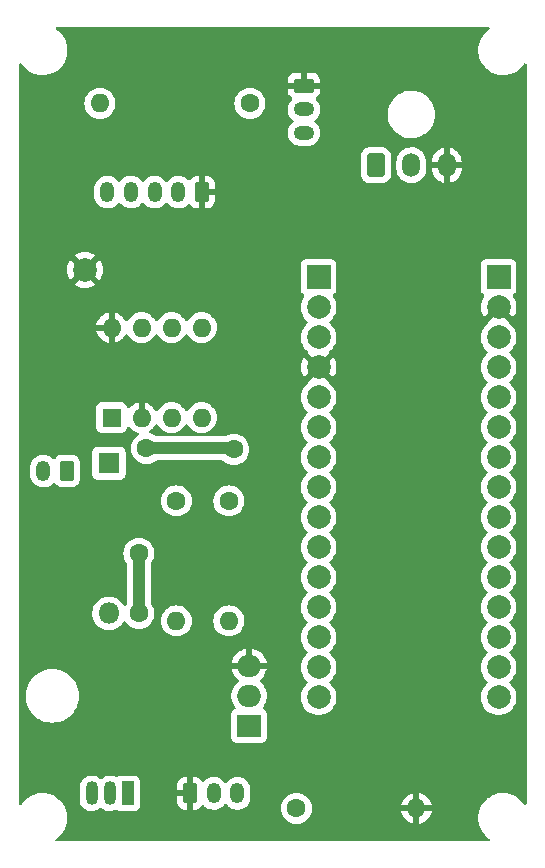
<source format=gbr>
%TF.GenerationSoftware,KiCad,Pcbnew,(6.0.0)*%
%TF.CreationDate,2022-05-13T11:55:21+02:00*%
%TF.ProjectId,Carte Bras ENORME Robot,43617274-6520-4427-9261-7320454e4f52,rev?*%
%TF.SameCoordinates,Original*%
%TF.FileFunction,Copper,L1,Top*%
%TF.FilePolarity,Positive*%
%FSLAX46Y46*%
G04 Gerber Fmt 4.6, Leading zero omitted, Abs format (unit mm)*
G04 Created by KiCad (PCBNEW (6.0.0)) date 2022-05-13 11:55:21*
%MOMM*%
%LPD*%
G01*
G04 APERTURE LIST*
G04 Aperture macros list*
%AMRoundRect*
0 Rectangle with rounded corners*
0 $1 Rounding radius*
0 $2 $3 $4 $5 $6 $7 $8 $9 X,Y pos of 4 corners*
0 Add a 4 corners polygon primitive as box body*
4,1,4,$2,$3,$4,$5,$6,$7,$8,$9,$2,$3,0*
0 Add four circle primitives for the rounded corners*
1,1,$1+$1,$2,$3*
1,1,$1+$1,$4,$5*
1,1,$1+$1,$6,$7*
1,1,$1+$1,$8,$9*
0 Add four rect primitives between the rounded corners*
20,1,$1+$1,$2,$3,$4,$5,0*
20,1,$1+$1,$4,$5,$6,$7,0*
20,1,$1+$1,$6,$7,$8,$9,0*
20,1,$1+$1,$8,$9,$2,$3,0*%
G04 Aperture macros list end*
%TA.AperFunction,ComponentPad*%
%ADD10RoundRect,0.250000X0.350000X0.625000X-0.350000X0.625000X-0.350000X-0.625000X0.350000X-0.625000X0*%
%TD*%
%TA.AperFunction,ComponentPad*%
%ADD11O,1.200000X1.750000*%
%TD*%
%TA.AperFunction,ComponentPad*%
%ADD12R,2.000000X2.000000*%
%TD*%
%TA.AperFunction,ComponentPad*%
%ADD13C,2.000000*%
%TD*%
%TA.AperFunction,ComponentPad*%
%ADD14C,1.600000*%
%TD*%
%TA.AperFunction,ComponentPad*%
%ADD15O,1.600000X1.600000*%
%TD*%
%TA.AperFunction,ComponentPad*%
%ADD16R,1.050000X2.000000*%
%TD*%
%TA.AperFunction,ComponentPad*%
%ADD17O,1.050000X2.000000*%
%TD*%
%TA.AperFunction,ComponentPad*%
%ADD18R,1.800000X1.800000*%
%TD*%
%TA.AperFunction,ComponentPad*%
%ADD19O,1.800000X1.800000*%
%TD*%
%TA.AperFunction,ComponentPad*%
%ADD20RoundRect,0.250000X-0.350000X-0.625000X0.350000X-0.625000X0.350000X0.625000X-0.350000X0.625000X0*%
%TD*%
%TA.AperFunction,ComponentPad*%
%ADD21R,2.000000X1.905000*%
%TD*%
%TA.AperFunction,ComponentPad*%
%ADD22O,2.000000X1.905000*%
%TD*%
%TA.AperFunction,ComponentPad*%
%ADD23R,1.600000X1.600000*%
%TD*%
%TA.AperFunction,ComponentPad*%
%ADD24RoundRect,0.250001X-0.499999X-0.759999X0.499999X-0.759999X0.499999X0.759999X-0.499999X0.759999X0*%
%TD*%
%TA.AperFunction,ComponentPad*%
%ADD25O,1.500000X2.020000*%
%TD*%
%TA.AperFunction,ComponentPad*%
%ADD26RoundRect,0.250000X-0.625000X0.350000X-0.625000X-0.350000X0.625000X-0.350000X0.625000X0.350000X0*%
%TD*%
%TA.AperFunction,ComponentPad*%
%ADD27O,1.750000X1.200000*%
%TD*%
%TA.AperFunction,SMDPad,CuDef*%
%ADD28C,2.000000*%
%TD*%
%TA.AperFunction,ViaPad*%
%ADD29C,1.600000*%
%TD*%
%TA.AperFunction,Conductor*%
%ADD30C,1.000000*%
%TD*%
G04 APERTURE END LIST*
D10*
%TO.P,BUS_CAN1,1,Pin_1*%
%TO.N,GND*%
X159000000Y-47514400D03*
D11*
%TO.P,BUS_CAN1,2,Pin_2*%
%TO.N,CAN_H*%
X157000000Y-47514400D03*
%TO.P,BUS_CAN1,3,Pin_3*%
%TO.N,CAN_L*%
X155000000Y-47514400D03*
%TO.P,BUS_CAN1,4,Pin_4*%
%TO.N,+5V*%
X153000000Y-47514400D03*
%TO.P,BUS_CAN1,5,Pin_5*%
%TO.N,+12V*%
X151000000Y-47514400D03*
%TD*%
D12*
%TO.P,STM32FM303K8,3.1,PA9*%
%TO.N,unconnected-(STM32FM303K8-Pad3.1)*%
X168880000Y-54720000D03*
D13*
%TO.P,STM32FM303K8,3.2,PA10*%
%TO.N,unconnected-(STM32FM303K8-Pad3.2)*%
X168880000Y-57260000D03*
%TO.P,STM32FM303K8,3.3,NRST*%
%TO.N,unconnected-(STM32FM303K8-Pad3.3)*%
X168880000Y-59800000D03*
%TO.P,STM32FM303K8,3.4,GND*%
%TO.N,GND*%
X168880000Y-62340000D03*
%TO.P,STM32FM303K8,3.5,PA12*%
%TO.N,CAN_TX*%
X168880000Y-64880000D03*
%TO.P,STM32FM303K8,3.6,PB0*%
%TO.N,unconnected-(STM32FM303K8-Pad3.6)*%
X168880000Y-67420000D03*
%TO.P,STM32FM303K8,3.7,PB7*%
%TO.N,unconnected-(STM32FM303K8-Pad3.7)*%
X168880000Y-69960000D03*
%TO.P,STM32FM303K8,3.8,PB6*%
%TO.N,POMPE*%
X168880000Y-72500000D03*
%TO.P,STM32FM303K8,3.9,PB1*%
%TO.N,MOT1*%
X168880000Y-75040000D03*
%TO.P,STM32FM303K8,3.10,PF0*%
%TO.N,MOT2*%
X168880000Y-77580000D03*
%TO.P,STM32FM303K8,3.11,PF1*%
%TO.N,unconnected-(STM32FM303K8-Pad3.11)*%
X168880000Y-80120000D03*
%TO.P,STM32FM303K8,3.12,PA8*%
%TO.N,unconnected-(STM32FM303K8-Pad3.12)*%
X168880000Y-82660000D03*
%TO.P,STM32FM303K8,3.13,PA11*%
%TO.N,CAN_RX*%
X168880000Y-85200000D03*
%TO.P,STM32FM303K8,3.14,PB5*%
%TO.N,unconnected-(STM32FM303K8-Pad3.14)*%
X168880000Y-87740000D03*
%TO.P,STM32FM303K8,3.15,PB4*%
%TO.N,unconnected-(STM32FM303K8-Pad3.15)*%
X168880000Y-90280000D03*
D12*
%TO.P,STM32FM303K8,4.1,VIN*%
%TO.N,unconnected-(STM32FM303K8-Pad4.1)*%
X184120000Y-54720000D03*
D13*
%TO.P,STM32FM303K8,4.2,GND*%
%TO.N,GND*%
X184120000Y-57260000D03*
%TO.P,STM32FM303K8,4.3,NRST*%
%TO.N,unconnected-(STM32FM303K8-Pad4.3)*%
X184120000Y-59800000D03*
%TO.P,STM32FM303K8,4.4,+5V*%
%TO.N,+5V*%
X184120000Y-62340000D03*
%TO.P,STM32FM303K8,4.5,PA2*%
%TO.N,unconnected-(STM32FM303K8-Pad4.5)*%
X184120000Y-64880000D03*
%TO.P,STM32FM303K8,4.6,PA7*%
%TO.N,unconnected-(STM32FM303K8-Pad4.6)*%
X184120000Y-67420000D03*
%TO.P,STM32FM303K8,4.7,PA6*%
%TO.N,unconnected-(STM32FM303K8-Pad4.7)*%
X184120000Y-69960000D03*
%TO.P,STM32FM303K8,4.8,PA5*%
%TO.N,unconnected-(STM32FM303K8-Pad4.8)*%
X184120000Y-72500000D03*
%TO.P,STM32FM303K8,4.9,PA4*%
%TO.N,unconnected-(STM32FM303K8-Pad4.9)*%
X184120000Y-75040000D03*
%TO.P,STM32FM303K8,4.10,PA3*%
%TO.N,unconnected-(STM32FM303K8-Pad4.10)*%
X184120000Y-77580000D03*
%TO.P,STM32FM303K8,4.11,PA1*%
%TO.N,unconnected-(STM32FM303K8-Pad4.11)*%
X184120000Y-80120000D03*
%TO.P,STM32FM303K8,4.12,PA0*%
%TO.N,unconnected-(STM32FM303K8-Pad4.12)*%
X184120000Y-82660000D03*
%TO.P,STM32FM303K8,4.13,AREF*%
%TO.N,unconnected-(STM32FM303K8-Pad4.13)*%
X184120000Y-85200000D03*
%TO.P,STM32FM303K8,4.14,+3V3*%
%TO.N,+3V3*%
X184120000Y-87740000D03*
%TO.P,STM32FM303K8,4.15,PB3*%
%TO.N,unconnected-(STM32FM303K8-Pad4.15)*%
X184120000Y-90280000D03*
%TD*%
D14*
%TO.P,R1,1*%
%TO.N,Net-(Q1-Pad1)*%
X167005000Y-99695000D03*
D15*
%TO.P,R1,2*%
%TO.N,GND*%
X177165000Y-99695000D03*
%TD*%
D16*
%TO.P,Q1,1,C*%
%TO.N,Net-(Q1-Pad1)*%
X152724000Y-98425000D03*
D17*
%TO.P,Q1,2,B*%
%TO.N,Net-(Q1-Pad2)*%
X151200000Y-98425000D03*
%TO.P,Q1,3,E*%
%TO.N,+5V*%
X149676000Y-98425000D03*
%TD*%
D18*
%TO.P,D1,1,K*%
%TO.N,+12V*%
X151130000Y-70485000D03*
D19*
%TO.P,D1,2,A*%
%TO.N,Net-(D1-Pad2)*%
X151130000Y-83185000D03*
%TD*%
D14*
%TO.P,R4,1*%
%TO.N,POMPE*%
X161290000Y-73660000D03*
D15*
%TO.P,R4,2*%
%TO.N,Net-(Q1-Pad2)*%
X161290000Y-83820000D03*
%TD*%
D20*
%TO.P,SERVO2,1,Pin_1*%
%TO.N,GND*%
X158000000Y-98425000D03*
D11*
%TO.P,SERVO2,2,Pin_2*%
%TO.N,+12V*%
X160000000Y-98425000D03*
%TO.P,SERVO2,3,Pin_3*%
%TO.N,MOT2*%
X162000000Y-98425000D03*
%TD*%
D14*
%TO.P,R2,1*%
%TO.N,CAN_H*%
X163068000Y-40005000D03*
D15*
%TO.P,R2,2*%
%TO.N,CAN_L*%
X150368000Y-40005000D03*
%TD*%
D10*
%TO.P,PompeAVide1,1,Pin_1*%
%TO.N,Net-(D1-Pad2)*%
X147574000Y-71120000D03*
D11*
%TO.P,PompeAVide1,2,Pin_2*%
%TO.N,+12V*%
X145574000Y-71120000D03*
%TD*%
D14*
%TO.P,R3,1*%
%TO.N,+5V*%
X156845000Y-73660000D03*
D15*
%TO.P,R3,2*%
%TO.N,Net-(Q1-Pad2)*%
X156845000Y-83820000D03*
%TD*%
D21*
%TO.P,U2,1*%
%TO.N,Net-(Q1-Pad1)*%
X163000000Y-92710000D03*
D22*
%TO.P,U2,2*%
%TO.N,Net-(D1-Pad2)*%
X163000000Y-90170000D03*
%TO.P,U2,3*%
%TO.N,GND*%
X163000000Y-87630000D03*
%TD*%
D23*
%TO.P,U1,1,TXD*%
%TO.N,CAN_TX*%
X151350000Y-66600000D03*
D15*
%TO.P,U1,2,VSS*%
%TO.N,GND*%
X153890000Y-66600000D03*
%TO.P,U1,3,VDD*%
%TO.N,+5V*%
X156430000Y-66600000D03*
%TO.P,U1,4,RXD*%
%TO.N,CAN_RX*%
X158970000Y-66600000D03*
%TO.P,U1,5,Vref*%
%TO.N,unconnected-(U1-Pad5)*%
X158970000Y-58980000D03*
%TO.P,U1,6,CANL*%
%TO.N,CAN_L*%
X156430000Y-58980000D03*
%TO.P,U1,7,CANH*%
%TO.N,CAN_H*%
X153890000Y-58980000D03*
%TO.P,U1,8,Rs*%
%TO.N,GND*%
X151350000Y-58980000D03*
%TD*%
D24*
%TO.P,JS1,1*%
%TO.N,MOT1*%
X173736000Y-45245000D03*
D25*
%TO.P,JS1,2*%
%TO.N,+5V*%
X176736000Y-45245000D03*
%TO.P,JS1,3*%
%TO.N,GND*%
X179736000Y-45245000D03*
%TD*%
D26*
%TO.P,SERVO1,1,Pin_1*%
%TO.N,GND*%
X167640000Y-38500000D03*
D27*
%TO.P,SERVO1,2,Pin_2*%
%TO.N,+5V*%
X167640000Y-40500000D03*
%TO.P,SERVO1,3,Pin_3*%
%TO.N,MOT1*%
X167640000Y-42500000D03*
%TD*%
D28*
%TO.P,,1,1*%
%TO.N,GND*%
X149098000Y-54102000D03*
%TD*%
D29*
%TO.N,GND*%
X145288000Y-86360000D03*
X165200000Y-79200000D03*
X153924000Y-71882000D03*
X157226000Y-39370000D03*
X158496000Y-85852000D03*
X171704000Y-54864000D03*
X169926000Y-95758000D03*
X147828000Y-65532000D03*
X165000000Y-53500000D03*
X151638000Y-87122000D03*
X159004000Y-78740000D03*
X146050000Y-46228000D03*
X178816000Y-76962000D03*
X165354000Y-97536000D03*
X175006000Y-37846000D03*
X159600000Y-53400000D03*
%TO.N,+5V*%
X153670000Y-83185000D03*
X153670000Y-78105000D03*
%TO.N,CAN_TX*%
X161700000Y-69300000D03*
X154305000Y-69215000D03*
%TD*%
D30*
%TO.N,+5V*%
X153670000Y-83185000D02*
X153670000Y-78105000D01*
%TO.N,CAN_TX*%
X161615000Y-69215000D02*
X154305000Y-69215000D01*
X161700000Y-69300000D02*
X161615000Y-69215000D01*
%TD*%
%TA.AperFunction,Conductor*%
%TO.N,GND*%
G36*
X183337061Y-33528002D02*
G01*
X183383554Y-33581658D01*
X183393658Y-33651932D01*
X183364164Y-33716512D01*
X183341391Y-33737087D01*
X183169977Y-33857559D01*
X183154892Y-33871577D01*
X182991999Y-34022947D01*
X182959378Y-34053260D01*
X182777287Y-34275732D01*
X182627073Y-34520858D01*
X182511517Y-34784102D01*
X182432756Y-35060594D01*
X182392249Y-35345216D01*
X182392227Y-35349505D01*
X182392226Y-35349512D01*
X182390765Y-35628417D01*
X182390743Y-35632703D01*
X182428268Y-35917734D01*
X182504129Y-36195036D01*
X182616923Y-36459476D01*
X182628693Y-36479142D01*
X182721748Y-36634625D01*
X182764561Y-36706161D01*
X182944313Y-36930528D01*
X183152851Y-37128423D01*
X183386317Y-37296186D01*
X183390112Y-37298195D01*
X183390113Y-37298196D01*
X183411869Y-37309715D01*
X183640392Y-37430712D01*
X183910373Y-37529511D01*
X184191264Y-37590755D01*
X184219841Y-37593004D01*
X184414282Y-37608307D01*
X184414291Y-37608307D01*
X184416739Y-37608500D01*
X184572271Y-37608500D01*
X184574407Y-37608354D01*
X184574418Y-37608354D01*
X184782548Y-37594165D01*
X184782554Y-37594164D01*
X184786825Y-37593873D01*
X184791020Y-37593004D01*
X184791022Y-37593004D01*
X184964401Y-37557099D01*
X185068342Y-37535574D01*
X185339343Y-37439607D01*
X185594812Y-37307750D01*
X185598313Y-37305289D01*
X185598317Y-37305287D01*
X185712418Y-37225095D01*
X185830023Y-37142441D01*
X186040622Y-36946740D01*
X186222713Y-36724268D01*
X186224948Y-36720621D01*
X186224960Y-36720604D01*
X186258568Y-36665760D01*
X186311215Y-36618129D01*
X186381257Y-36606522D01*
X186446454Y-36634625D01*
X186486108Y-36693516D01*
X186492000Y-36731595D01*
X186492000Y-99266636D01*
X186471998Y-99334757D01*
X186418342Y-99381250D01*
X186348068Y-99391354D01*
X186283488Y-99361860D01*
X186257884Y-99331342D01*
X186237643Y-99297521D01*
X186237640Y-99297517D01*
X186235439Y-99293839D01*
X186055687Y-99069472D01*
X185847149Y-98871577D01*
X185613683Y-98703814D01*
X185592691Y-98692699D01*
X185566818Y-98679000D01*
X185359608Y-98569288D01*
X185089627Y-98470489D01*
X184808736Y-98409245D01*
X184777685Y-98406801D01*
X184585718Y-98391693D01*
X184585709Y-98391693D01*
X184583261Y-98391500D01*
X184427729Y-98391500D01*
X184425593Y-98391646D01*
X184425582Y-98391646D01*
X184217452Y-98405835D01*
X184217446Y-98405836D01*
X184213175Y-98406127D01*
X184208980Y-98406996D01*
X184208978Y-98406996D01*
X184112223Y-98427033D01*
X183931658Y-98464426D01*
X183660657Y-98560393D01*
X183405188Y-98692250D01*
X183401687Y-98694711D01*
X183401683Y-98694713D01*
X183287582Y-98774905D01*
X183169977Y-98857559D01*
X183154892Y-98871577D01*
X182969893Y-99043489D01*
X182959378Y-99053260D01*
X182777287Y-99275732D01*
X182627073Y-99520858D01*
X182625347Y-99524791D01*
X182625346Y-99524792D01*
X182513364Y-99779894D01*
X182511517Y-99784102D01*
X182510342Y-99788229D01*
X182510341Y-99788230D01*
X182503509Y-99812213D01*
X182432756Y-100060594D01*
X182392249Y-100345216D01*
X182392227Y-100349505D01*
X182392226Y-100349512D01*
X182390765Y-100628417D01*
X182390743Y-100632703D01*
X182391302Y-100636947D01*
X182391302Y-100636951D01*
X182400126Y-100703972D01*
X182428268Y-100917734D01*
X182429401Y-100921874D01*
X182429401Y-100921876D01*
X182444344Y-100976498D01*
X182504129Y-101195036D01*
X182505813Y-101198984D01*
X182536999Y-101272097D01*
X182616923Y-101459476D01*
X182628693Y-101479142D01*
X182701804Y-101601301D01*
X182764561Y-101706161D01*
X182944313Y-101930528D01*
X183152851Y-102128423D01*
X183329211Y-102255151D01*
X183341078Y-102263678D01*
X183384726Y-102319672D01*
X183391172Y-102390376D01*
X183358369Y-102453340D01*
X183296733Y-102488574D01*
X183267552Y-102492000D01*
X146731060Y-102492000D01*
X146662939Y-102471998D01*
X146616446Y-102418342D01*
X146606342Y-102348068D01*
X146635836Y-102283488D01*
X146658609Y-102262913D01*
X146730670Y-102212268D01*
X146830023Y-102142441D01*
X146908403Y-102069606D01*
X147037479Y-101949661D01*
X147037481Y-101949658D01*
X147040622Y-101946740D01*
X147222713Y-101724268D01*
X147372927Y-101479142D01*
X147488483Y-101215898D01*
X147567244Y-100939406D01*
X147607751Y-100654784D01*
X147607845Y-100636951D01*
X147609235Y-100371583D01*
X147609235Y-100371576D01*
X147609257Y-100367297D01*
X147606521Y-100346511D01*
X147580547Y-100149225D01*
X147571732Y-100082266D01*
X147495871Y-99804964D01*
X147436310Y-99665326D01*
X147384763Y-99544476D01*
X147384761Y-99544472D01*
X147383077Y-99540524D01*
X147288125Y-99381871D01*
X147237643Y-99297521D01*
X147237640Y-99297517D01*
X147235439Y-99293839D01*
X147055687Y-99069472D01*
X146930848Y-98951004D01*
X148642500Y-98951004D01*
X148657277Y-99101713D01*
X148715858Y-99295742D01*
X148811010Y-99474698D01*
X148939110Y-99631763D01*
X148943857Y-99635690D01*
X148943859Y-99635692D01*
X149090528Y-99757027D01*
X149090531Y-99757029D01*
X149095278Y-99760956D01*
X149273565Y-99857356D01*
X149342733Y-99878767D01*
X149461293Y-99915468D01*
X149461296Y-99915469D01*
X149467180Y-99917290D01*
X149473305Y-99917934D01*
X149473306Y-99917934D01*
X149662622Y-99937832D01*
X149662623Y-99937832D01*
X149668750Y-99938476D01*
X149752014Y-99930898D01*
X149864457Y-99920665D01*
X149864460Y-99920664D01*
X149870596Y-99920106D01*
X149876502Y-99918368D01*
X149876506Y-99918367D01*
X150059120Y-99864620D01*
X150059119Y-99864620D01*
X150065029Y-99862881D01*
X150070486Y-99860028D01*
X150070489Y-99860027D01*
X150178568Y-99803525D01*
X150244645Y-99768981D01*
X150359464Y-99676664D01*
X150425086Y-99649568D01*
X150494941Y-99662251D01*
X150518724Y-99677771D01*
X150619278Y-99760956D01*
X150797565Y-99857356D01*
X150866733Y-99878767D01*
X150985293Y-99915468D01*
X150985296Y-99915469D01*
X150991180Y-99917290D01*
X150997305Y-99917934D01*
X150997306Y-99917934D01*
X151186622Y-99937832D01*
X151186623Y-99937832D01*
X151192750Y-99938476D01*
X151276014Y-99930898D01*
X151388457Y-99920665D01*
X151388460Y-99920664D01*
X151394596Y-99920106D01*
X151400502Y-99918368D01*
X151400506Y-99918367D01*
X151583120Y-99864620D01*
X151583119Y-99864620D01*
X151589029Y-99862881D01*
X151594486Y-99860028D01*
X151594489Y-99860027D01*
X151722630Y-99793037D01*
X151792266Y-99779203D01*
X151856570Y-99803873D01*
X151952295Y-99875615D01*
X152088684Y-99926745D01*
X152150866Y-99933500D01*
X153297134Y-99933500D01*
X153359316Y-99926745D01*
X153495705Y-99875615D01*
X153612261Y-99788261D01*
X153699615Y-99671705D01*
X153750745Y-99535316D01*
X153757500Y-99473134D01*
X153757500Y-99097095D01*
X156892001Y-99097095D01*
X156892338Y-99103614D01*
X156902257Y-99199206D01*
X156905149Y-99212600D01*
X156956588Y-99366784D01*
X156962761Y-99379962D01*
X157048063Y-99517807D01*
X157057099Y-99529208D01*
X157171829Y-99643739D01*
X157183240Y-99652751D01*
X157321243Y-99737816D01*
X157334424Y-99743963D01*
X157488710Y-99795138D01*
X157502086Y-99798005D01*
X157596438Y-99807672D01*
X157602854Y-99808000D01*
X157727885Y-99808000D01*
X157743124Y-99803525D01*
X157744329Y-99802135D01*
X157746000Y-99794452D01*
X157746000Y-99789884D01*
X158254000Y-99789884D01*
X158258475Y-99805123D01*
X158259865Y-99806328D01*
X158267548Y-99807999D01*
X158397095Y-99807999D01*
X158403614Y-99807662D01*
X158499206Y-99797743D01*
X158512600Y-99794851D01*
X158666784Y-99743412D01*
X158679962Y-99737239D01*
X158817807Y-99651937D01*
X158829208Y-99642901D01*
X158943739Y-99528171D01*
X158952751Y-99516760D01*
X158980745Y-99471345D01*
X159033517Y-99423852D01*
X159103589Y-99412428D01*
X159168713Y-99440702D01*
X159187088Y-99459625D01*
X159193604Y-99467920D01*
X159198135Y-99471852D01*
X159198138Y-99471855D01*
X159281827Y-99544476D01*
X159353363Y-99606552D01*
X159358549Y-99609552D01*
X159358553Y-99609555D01*
X159449642Y-99662251D01*
X159536454Y-99712473D01*
X159736271Y-99781861D01*
X159742206Y-99782722D01*
X159742208Y-99782722D01*
X159939664Y-99811352D01*
X159939667Y-99811352D01*
X159945604Y-99812213D01*
X160156899Y-99802433D01*
X160329003Y-99760956D01*
X160356701Y-99754281D01*
X160356703Y-99754280D01*
X160362534Y-99752875D01*
X160367992Y-99750393D01*
X160367996Y-99750392D01*
X160525252Y-99678891D01*
X160555087Y-99665326D01*
X160727611Y-99542946D01*
X160873881Y-99390150D01*
X160880459Y-99379962D01*
X160894746Y-99357837D01*
X160948501Y-99311460D01*
X161018797Y-99301507D01*
X161083314Y-99331139D01*
X161099681Y-99348351D01*
X161193604Y-99467920D01*
X161198135Y-99471852D01*
X161198138Y-99471855D01*
X161281827Y-99544476D01*
X161353363Y-99606552D01*
X161358549Y-99609552D01*
X161358553Y-99609555D01*
X161449642Y-99662251D01*
X161536454Y-99712473D01*
X161736271Y-99781861D01*
X161742206Y-99782722D01*
X161742208Y-99782722D01*
X161939664Y-99811352D01*
X161939667Y-99811352D01*
X161945604Y-99812213D01*
X162156899Y-99802433D01*
X162329003Y-99760956D01*
X162356701Y-99754281D01*
X162356703Y-99754280D01*
X162362534Y-99752875D01*
X162367992Y-99750393D01*
X162367996Y-99750392D01*
X162489823Y-99695000D01*
X165691502Y-99695000D01*
X165711457Y-99923087D01*
X165712881Y-99928400D01*
X165712881Y-99928402D01*
X165755250Y-100086522D01*
X165770716Y-100144243D01*
X165773039Y-100149224D01*
X165773039Y-100149225D01*
X165865151Y-100346762D01*
X165865154Y-100346767D01*
X165867477Y-100351749D01*
X165998802Y-100539300D01*
X166160700Y-100701198D01*
X166165208Y-100704355D01*
X166165211Y-100704357D01*
X166243389Y-100759098D01*
X166348251Y-100832523D01*
X166353233Y-100834846D01*
X166353238Y-100834849D01*
X166539870Y-100921876D01*
X166555757Y-100929284D01*
X166561065Y-100930706D01*
X166561067Y-100930707D01*
X166771598Y-100987119D01*
X166771600Y-100987119D01*
X166776913Y-100988543D01*
X167005000Y-101008498D01*
X167233087Y-100988543D01*
X167238400Y-100987119D01*
X167238402Y-100987119D01*
X167448933Y-100930707D01*
X167448935Y-100930706D01*
X167454243Y-100929284D01*
X167470130Y-100921876D01*
X167656762Y-100834849D01*
X167656767Y-100834846D01*
X167661749Y-100832523D01*
X167766611Y-100759098D01*
X167844789Y-100704357D01*
X167844792Y-100704355D01*
X167849300Y-100701198D01*
X168011198Y-100539300D01*
X168142523Y-100351749D01*
X168144846Y-100346767D01*
X168144849Y-100346762D01*
X168236961Y-100149225D01*
X168236961Y-100149224D01*
X168239284Y-100144243D01*
X168254751Y-100086522D01*
X168288245Y-99961522D01*
X175882273Y-99961522D01*
X175929764Y-100138761D01*
X175933510Y-100149053D01*
X176025586Y-100346511D01*
X176031069Y-100356007D01*
X176156028Y-100534467D01*
X176163084Y-100542875D01*
X176317125Y-100696916D01*
X176325533Y-100703972D01*
X176503993Y-100828931D01*
X176513489Y-100834414D01*
X176710947Y-100926490D01*
X176721239Y-100930236D01*
X176893503Y-100976394D01*
X176907599Y-100976058D01*
X176911000Y-100968116D01*
X176911000Y-100962967D01*
X177419000Y-100962967D01*
X177422973Y-100976498D01*
X177431522Y-100977727D01*
X177608761Y-100930236D01*
X177619053Y-100926490D01*
X177816511Y-100834414D01*
X177826007Y-100828931D01*
X178004467Y-100703972D01*
X178012875Y-100696916D01*
X178166916Y-100542875D01*
X178173972Y-100534467D01*
X178298931Y-100356007D01*
X178304414Y-100346511D01*
X178396490Y-100149053D01*
X178400236Y-100138761D01*
X178446394Y-99966497D01*
X178446058Y-99952401D01*
X178438116Y-99949000D01*
X177437115Y-99949000D01*
X177421876Y-99953475D01*
X177420671Y-99954865D01*
X177419000Y-99962548D01*
X177419000Y-100962967D01*
X176911000Y-100962967D01*
X176911000Y-99967115D01*
X176906525Y-99951876D01*
X176905135Y-99950671D01*
X176897452Y-99949000D01*
X175897033Y-99949000D01*
X175883502Y-99952973D01*
X175882273Y-99961522D01*
X168288245Y-99961522D01*
X168297119Y-99928402D01*
X168297119Y-99928400D01*
X168298543Y-99923087D01*
X168318498Y-99695000D01*
X168298543Y-99466913D01*
X168288244Y-99428478D01*
X168286911Y-99423503D01*
X175883606Y-99423503D01*
X175883942Y-99437599D01*
X175891884Y-99441000D01*
X176892885Y-99441000D01*
X176908124Y-99436525D01*
X176909329Y-99435135D01*
X176911000Y-99427452D01*
X176911000Y-99422885D01*
X177419000Y-99422885D01*
X177423475Y-99438124D01*
X177424865Y-99439329D01*
X177432548Y-99441000D01*
X178432967Y-99441000D01*
X178446498Y-99437027D01*
X178447727Y-99428478D01*
X178400236Y-99251239D01*
X178396490Y-99240947D01*
X178304414Y-99043489D01*
X178298931Y-99033993D01*
X178173972Y-98855533D01*
X178166916Y-98847125D01*
X178012875Y-98693084D01*
X178004467Y-98686028D01*
X177826007Y-98561069D01*
X177816511Y-98555586D01*
X177619053Y-98463510D01*
X177608761Y-98459764D01*
X177436497Y-98413606D01*
X177422401Y-98413942D01*
X177419000Y-98421884D01*
X177419000Y-99422885D01*
X176911000Y-99422885D01*
X176911000Y-98427033D01*
X176907027Y-98413502D01*
X176898478Y-98412273D01*
X176721239Y-98459764D01*
X176710947Y-98463510D01*
X176513489Y-98555586D01*
X176503993Y-98561069D01*
X176325533Y-98686028D01*
X176317125Y-98693084D01*
X176163084Y-98847125D01*
X176156028Y-98855533D01*
X176031069Y-99033993D01*
X176025586Y-99043489D01*
X175933510Y-99240947D01*
X175929764Y-99251239D01*
X175883606Y-99423503D01*
X168286911Y-99423503D01*
X168240707Y-99251067D01*
X168240706Y-99251065D01*
X168239284Y-99245757D01*
X168217577Y-99199206D01*
X168144849Y-99043238D01*
X168144846Y-99043233D01*
X168142523Y-99038251D01*
X168027882Y-98874527D01*
X168014357Y-98855211D01*
X168014355Y-98855208D01*
X168011198Y-98850700D01*
X167849300Y-98688802D01*
X167844792Y-98685645D01*
X167844789Y-98685643D01*
X167766611Y-98630902D01*
X167661749Y-98557477D01*
X167656767Y-98555154D01*
X167656762Y-98555151D01*
X167459225Y-98463039D01*
X167459224Y-98463039D01*
X167454243Y-98460716D01*
X167448935Y-98459294D01*
X167448933Y-98459293D01*
X167238402Y-98402881D01*
X167238400Y-98402881D01*
X167233087Y-98401457D01*
X167005000Y-98381502D01*
X166776913Y-98401457D01*
X166771600Y-98402881D01*
X166771598Y-98402881D01*
X166561067Y-98459293D01*
X166561065Y-98459294D01*
X166555757Y-98460716D01*
X166550776Y-98463039D01*
X166550775Y-98463039D01*
X166353238Y-98555151D01*
X166353233Y-98555154D01*
X166348251Y-98557477D01*
X166243389Y-98630902D01*
X166165211Y-98685643D01*
X166165208Y-98685645D01*
X166160700Y-98688802D01*
X165998802Y-98850700D01*
X165995645Y-98855208D01*
X165995643Y-98855211D01*
X165982118Y-98874527D01*
X165867477Y-99038251D01*
X165865154Y-99043233D01*
X165865151Y-99043238D01*
X165792423Y-99199206D01*
X165770716Y-99245757D01*
X165769294Y-99251065D01*
X165769293Y-99251067D01*
X165721756Y-99428478D01*
X165711457Y-99466913D01*
X165691502Y-99695000D01*
X162489823Y-99695000D01*
X162525252Y-99678891D01*
X162555087Y-99665326D01*
X162727611Y-99542946D01*
X162873881Y-99390150D01*
X162988620Y-99212452D01*
X163035721Y-99095580D01*
X163065442Y-99021832D01*
X163065443Y-99021829D01*
X163067686Y-99016263D01*
X163108228Y-98808663D01*
X163108500Y-98803101D01*
X163108500Y-98097154D01*
X163093452Y-97939434D01*
X163033908Y-97736466D01*
X163031164Y-97731138D01*
X162939804Y-97553751D01*
X162939802Y-97553748D01*
X162937058Y-97548420D01*
X162806396Y-97382080D01*
X162801865Y-97378148D01*
X162801862Y-97378145D01*
X162651167Y-97247379D01*
X162646637Y-97243448D01*
X162641451Y-97240448D01*
X162641447Y-97240445D01*
X162468742Y-97140533D01*
X162463546Y-97137527D01*
X162263729Y-97068139D01*
X162257794Y-97067278D01*
X162257792Y-97067278D01*
X162060336Y-97038648D01*
X162060333Y-97038648D01*
X162054396Y-97037787D01*
X161843101Y-97047567D01*
X161716138Y-97078165D01*
X161643299Y-97095719D01*
X161643297Y-97095720D01*
X161637466Y-97097125D01*
X161632008Y-97099607D01*
X161632004Y-97099608D01*
X161516959Y-97151916D01*
X161444913Y-97184674D01*
X161272389Y-97307054D01*
X161126119Y-97459850D01*
X161122866Y-97464888D01*
X161105254Y-97492163D01*
X161051499Y-97538540D01*
X160981203Y-97548493D01*
X160916686Y-97518861D01*
X160900317Y-97501647D01*
X160876435Y-97471243D01*
X160806396Y-97382080D01*
X160801865Y-97378148D01*
X160801862Y-97378145D01*
X160651167Y-97247379D01*
X160646637Y-97243448D01*
X160641451Y-97240448D01*
X160641447Y-97240445D01*
X160468742Y-97140533D01*
X160463546Y-97137527D01*
X160263729Y-97068139D01*
X160257794Y-97067278D01*
X160257792Y-97067278D01*
X160060336Y-97038648D01*
X160060333Y-97038648D01*
X160054396Y-97037787D01*
X159843101Y-97047567D01*
X159716138Y-97078165D01*
X159643299Y-97095719D01*
X159643297Y-97095720D01*
X159637466Y-97097125D01*
X159632008Y-97099607D01*
X159632004Y-97099608D01*
X159516959Y-97151916D01*
X159444913Y-97184674D01*
X159272389Y-97307054D01*
X159268251Y-97311377D01*
X159268246Y-97311381D01*
X159180836Y-97402691D01*
X159119280Y-97438067D01*
X159048371Y-97434548D01*
X158990621Y-97393251D01*
X158982674Y-97381863D01*
X158951937Y-97332193D01*
X158942901Y-97320792D01*
X158828171Y-97206261D01*
X158816760Y-97197249D01*
X158678757Y-97112184D01*
X158665576Y-97106037D01*
X158511290Y-97054862D01*
X158497914Y-97051995D01*
X158403562Y-97042328D01*
X158397145Y-97042000D01*
X158272115Y-97042000D01*
X158256876Y-97046475D01*
X158255671Y-97047865D01*
X158254000Y-97055548D01*
X158254000Y-99789884D01*
X157746000Y-99789884D01*
X157746000Y-98697115D01*
X157741525Y-98681876D01*
X157740135Y-98680671D01*
X157732452Y-98679000D01*
X156910116Y-98679000D01*
X156894877Y-98683475D01*
X156893672Y-98684865D01*
X156892001Y-98692548D01*
X156892001Y-99097095D01*
X153757500Y-99097095D01*
X153757500Y-98152885D01*
X156892000Y-98152885D01*
X156896475Y-98168124D01*
X156897865Y-98169329D01*
X156905548Y-98171000D01*
X157727885Y-98171000D01*
X157743124Y-98166525D01*
X157744329Y-98165135D01*
X157746000Y-98157452D01*
X157746000Y-97060116D01*
X157741525Y-97044877D01*
X157740135Y-97043672D01*
X157732452Y-97042001D01*
X157602905Y-97042001D01*
X157596386Y-97042338D01*
X157500794Y-97052257D01*
X157487400Y-97055149D01*
X157333216Y-97106588D01*
X157320038Y-97112761D01*
X157182193Y-97198063D01*
X157170792Y-97207099D01*
X157056261Y-97321829D01*
X157047249Y-97333240D01*
X156962184Y-97471243D01*
X156956037Y-97484424D01*
X156904862Y-97638710D01*
X156901995Y-97652086D01*
X156892328Y-97746438D01*
X156892000Y-97752855D01*
X156892000Y-98152885D01*
X153757500Y-98152885D01*
X153757500Y-97376866D01*
X153750745Y-97314684D01*
X153699615Y-97178295D01*
X153612261Y-97061739D01*
X153495705Y-96974385D01*
X153359316Y-96923255D01*
X153297134Y-96916500D01*
X152150866Y-96916500D01*
X152088684Y-96923255D01*
X151952295Y-96974385D01*
X151945110Y-96979770D01*
X151945108Y-96979771D01*
X151856061Y-97046508D01*
X151789554Y-97071356D01*
X151720567Y-97056518D01*
X151685925Y-97037787D01*
X151602435Y-96992644D01*
X151505627Y-96962677D01*
X151414707Y-96934532D01*
X151414704Y-96934531D01*
X151408820Y-96932710D01*
X151402695Y-96932066D01*
X151402694Y-96932066D01*
X151213378Y-96912168D01*
X151213377Y-96912168D01*
X151207250Y-96911524D01*
X151123986Y-96919102D01*
X151011543Y-96929335D01*
X151011540Y-96929336D01*
X151005404Y-96929894D01*
X150999498Y-96931632D01*
X150999494Y-96931633D01*
X150864947Y-96971233D01*
X150810971Y-96987119D01*
X150805514Y-96989972D01*
X150805511Y-96989973D01*
X150721163Y-97034069D01*
X150631355Y-97081019D01*
X150626555Y-97084879D01*
X150626554Y-97084879D01*
X150516536Y-97173336D01*
X150450914Y-97200432D01*
X150381059Y-97187749D01*
X150357276Y-97172229D01*
X150256722Y-97089044D01*
X150078435Y-96992644D01*
X149981627Y-96962677D01*
X149890707Y-96934532D01*
X149890704Y-96934531D01*
X149884820Y-96932710D01*
X149878695Y-96932066D01*
X149878694Y-96932066D01*
X149689378Y-96912168D01*
X149689377Y-96912168D01*
X149683250Y-96911524D01*
X149599986Y-96919102D01*
X149487543Y-96929335D01*
X149487540Y-96929336D01*
X149481404Y-96929894D01*
X149475498Y-96931632D01*
X149475494Y-96931633D01*
X149340947Y-96971233D01*
X149286971Y-96987119D01*
X149281514Y-96989972D01*
X149281511Y-96989973D01*
X149197163Y-97034069D01*
X149107355Y-97081019D01*
X148949399Y-97208019D01*
X148819119Y-97363281D01*
X148816155Y-97368673D01*
X148816152Y-97368677D01*
X148733588Y-97518861D01*
X148721477Y-97540891D01*
X148660193Y-97734084D01*
X148642500Y-97891817D01*
X148642500Y-98951004D01*
X146930848Y-98951004D01*
X146847149Y-98871577D01*
X146613683Y-98703814D01*
X146592691Y-98692699D01*
X146566818Y-98679000D01*
X146359608Y-98569288D01*
X146089627Y-98470489D01*
X145808736Y-98409245D01*
X145777685Y-98406801D01*
X145585718Y-98391693D01*
X145585709Y-98391693D01*
X145583261Y-98391500D01*
X145427729Y-98391500D01*
X145425593Y-98391646D01*
X145425582Y-98391646D01*
X145217452Y-98405835D01*
X145217446Y-98405836D01*
X145213175Y-98406127D01*
X145208980Y-98406996D01*
X145208978Y-98406996D01*
X145112223Y-98427033D01*
X144931658Y-98464426D01*
X144660657Y-98560393D01*
X144405188Y-98692250D01*
X144401687Y-98694711D01*
X144401683Y-98694713D01*
X144287582Y-98774905D01*
X144169977Y-98857559D01*
X144154892Y-98871577D01*
X143969893Y-99043489D01*
X143959378Y-99053260D01*
X143777287Y-99275732D01*
X143775052Y-99279379D01*
X143775040Y-99279396D01*
X143741432Y-99334240D01*
X143688785Y-99381871D01*
X143618743Y-99393478D01*
X143553546Y-99365375D01*
X143513892Y-99306484D01*
X143508000Y-99268405D01*
X143508000Y-90170000D01*
X144076654Y-90170000D01*
X144076924Y-90174119D01*
X144083541Y-90275070D01*
X144096017Y-90465426D01*
X144096819Y-90469459D01*
X144096820Y-90469465D01*
X144150256Y-90738101D01*
X144153776Y-90755797D01*
X144155103Y-90759706D01*
X144155104Y-90759710D01*
X144231692Y-90985330D01*
X144248941Y-91036145D01*
X144283528Y-91106281D01*
X144357750Y-91256787D01*
X144379885Y-91301673D01*
X144382179Y-91305106D01*
X144525234Y-91519203D01*
X144544367Y-91547838D01*
X144547081Y-91550932D01*
X144547085Y-91550938D01*
X144736864Y-91767338D01*
X144739573Y-91770427D01*
X144742662Y-91773136D01*
X144959062Y-91962915D01*
X144959068Y-91962919D01*
X144962162Y-91965633D01*
X144965588Y-91967922D01*
X144965593Y-91967926D01*
X145149405Y-92090744D01*
X145208327Y-92130115D01*
X145212026Y-92131939D01*
X145212031Y-92131942D01*
X145348313Y-92199148D01*
X145473855Y-92261059D01*
X145477760Y-92262384D01*
X145477761Y-92262385D01*
X145750290Y-92354896D01*
X145750294Y-92354897D01*
X145754203Y-92356224D01*
X145758247Y-92357028D01*
X145758253Y-92357030D01*
X146040535Y-92413180D01*
X146040541Y-92413181D01*
X146044574Y-92413983D01*
X146048679Y-92414252D01*
X146048686Y-92414253D01*
X146335881Y-92433076D01*
X146340000Y-92433346D01*
X146344119Y-92433076D01*
X146631314Y-92414253D01*
X146631321Y-92414252D01*
X146635426Y-92413983D01*
X146639459Y-92413181D01*
X146639465Y-92413180D01*
X146921747Y-92357030D01*
X146921753Y-92357028D01*
X146925797Y-92356224D01*
X146929706Y-92354897D01*
X146929710Y-92354896D01*
X147202239Y-92262385D01*
X147202240Y-92262384D01*
X147206145Y-92261059D01*
X147331687Y-92199148D01*
X147467969Y-92131942D01*
X147467974Y-92131939D01*
X147471673Y-92130115D01*
X147530595Y-92090744D01*
X147714407Y-91967926D01*
X147714412Y-91967922D01*
X147717838Y-91965633D01*
X147720932Y-91962919D01*
X147720938Y-91962915D01*
X147937338Y-91773136D01*
X147940427Y-91770427D01*
X147943136Y-91767338D01*
X148132915Y-91550938D01*
X148132919Y-91550932D01*
X148135633Y-91547838D01*
X148154767Y-91519203D01*
X148297821Y-91305106D01*
X148300115Y-91301673D01*
X148322251Y-91256787D01*
X148396472Y-91106281D01*
X148431059Y-91036145D01*
X148448308Y-90985330D01*
X148524896Y-90759710D01*
X148524897Y-90759706D01*
X148526224Y-90755797D01*
X148529744Y-90738101D01*
X148583180Y-90469465D01*
X148583181Y-90469459D01*
X148583983Y-90465426D01*
X148596460Y-90275070D01*
X148596644Y-90272263D01*
X161490064Y-90272263D01*
X161526404Y-90509744D01*
X161563094Y-90621997D01*
X161599434Y-90733183D01*
X161599437Y-90733189D01*
X161601042Y-90738101D01*
X161603429Y-90742687D01*
X161603431Y-90742691D01*
X161608364Y-90752167D01*
X161711975Y-90951200D01*
X161828415Y-91106283D01*
X161853320Y-91172765D01*
X161838328Y-91242161D01*
X161788198Y-91292435D01*
X161771885Y-91299915D01*
X161761707Y-91303731D01*
X161761704Y-91303733D01*
X161753295Y-91306885D01*
X161636739Y-91394239D01*
X161549385Y-91510795D01*
X161498255Y-91647184D01*
X161491500Y-91709366D01*
X161491500Y-93710634D01*
X161498255Y-93772816D01*
X161549385Y-93909205D01*
X161636739Y-94025761D01*
X161753295Y-94113115D01*
X161889684Y-94164245D01*
X161951866Y-94171000D01*
X164048134Y-94171000D01*
X164110316Y-94164245D01*
X164246705Y-94113115D01*
X164363261Y-94025761D01*
X164450615Y-93909205D01*
X164501745Y-93772816D01*
X164508500Y-93710634D01*
X164508500Y-91709366D01*
X164501745Y-91647184D01*
X164450615Y-91510795D01*
X164363261Y-91394239D01*
X164246705Y-91306885D01*
X164226811Y-91299427D01*
X164170047Y-91256787D01*
X164145346Y-91190226D01*
X164160553Y-91120877D01*
X164172158Y-91103353D01*
X164265367Y-90985330D01*
X164265370Y-90985325D01*
X164268568Y-90981276D01*
X164276470Y-90966963D01*
X164382177Y-90775474D01*
X164382179Y-90775470D01*
X164384674Y-90770950D01*
X164388655Y-90759710D01*
X164463144Y-90549360D01*
X164463145Y-90549356D01*
X164464870Y-90544485D01*
X164468960Y-90521524D01*
X164506095Y-90313052D01*
X164506096Y-90313046D01*
X164507001Y-90307963D01*
X164507343Y-90280000D01*
X167366835Y-90280000D01*
X167385465Y-90516711D01*
X167440895Y-90747594D01*
X167442788Y-90752165D01*
X167442789Y-90752167D01*
X167525231Y-90951200D01*
X167531760Y-90966963D01*
X167534346Y-90971183D01*
X167653241Y-91165202D01*
X167653245Y-91165208D01*
X167655824Y-91169416D01*
X167810031Y-91349969D01*
X167990584Y-91504176D01*
X167994792Y-91506755D01*
X167994798Y-91506759D01*
X168066892Y-91550938D01*
X168193037Y-91628240D01*
X168197607Y-91630133D01*
X168197611Y-91630135D01*
X168397143Y-91712783D01*
X168412406Y-91719105D01*
X168492609Y-91738360D01*
X168638476Y-91773380D01*
X168638482Y-91773381D01*
X168643289Y-91774535D01*
X168880000Y-91793165D01*
X169116711Y-91774535D01*
X169121518Y-91773381D01*
X169121524Y-91773380D01*
X169267391Y-91738360D01*
X169347594Y-91719105D01*
X169362857Y-91712783D01*
X169562389Y-91630135D01*
X169562393Y-91630133D01*
X169566963Y-91628240D01*
X169693108Y-91550938D01*
X169765202Y-91506759D01*
X169765208Y-91506755D01*
X169769416Y-91504176D01*
X169949969Y-91349969D01*
X170104176Y-91169416D01*
X170106755Y-91165208D01*
X170106759Y-91165202D01*
X170225654Y-90971183D01*
X170228240Y-90966963D01*
X170234770Y-90951200D01*
X170317211Y-90752167D01*
X170317212Y-90752165D01*
X170319105Y-90747594D01*
X170374535Y-90516711D01*
X170393165Y-90280000D01*
X182606835Y-90280000D01*
X182625465Y-90516711D01*
X182680895Y-90747594D01*
X182682788Y-90752165D01*
X182682789Y-90752167D01*
X182765231Y-90951200D01*
X182771760Y-90966963D01*
X182774346Y-90971183D01*
X182893241Y-91165202D01*
X182893245Y-91165208D01*
X182895824Y-91169416D01*
X183050031Y-91349969D01*
X183230584Y-91504176D01*
X183234792Y-91506755D01*
X183234798Y-91506759D01*
X183306892Y-91550938D01*
X183433037Y-91628240D01*
X183437607Y-91630133D01*
X183437611Y-91630135D01*
X183637143Y-91712783D01*
X183652406Y-91719105D01*
X183732609Y-91738360D01*
X183878476Y-91773380D01*
X183878482Y-91773381D01*
X183883289Y-91774535D01*
X184120000Y-91793165D01*
X184356711Y-91774535D01*
X184361518Y-91773381D01*
X184361524Y-91773380D01*
X184507391Y-91738360D01*
X184587594Y-91719105D01*
X184602857Y-91712783D01*
X184802389Y-91630135D01*
X184802393Y-91630133D01*
X184806963Y-91628240D01*
X184933108Y-91550938D01*
X185005202Y-91506759D01*
X185005208Y-91506755D01*
X185009416Y-91504176D01*
X185189969Y-91349969D01*
X185344176Y-91169416D01*
X185346755Y-91165208D01*
X185346759Y-91165202D01*
X185465654Y-90971183D01*
X185468240Y-90966963D01*
X185474770Y-90951200D01*
X185557211Y-90752167D01*
X185557212Y-90752165D01*
X185559105Y-90747594D01*
X185614535Y-90516711D01*
X185633165Y-90280000D01*
X185614535Y-90043289D01*
X185613074Y-90037201D01*
X185574030Y-89874574D01*
X185559105Y-89812406D01*
X185557211Y-89807833D01*
X185470135Y-89597611D01*
X185470133Y-89597607D01*
X185468240Y-89593037D01*
X185465308Y-89588253D01*
X185346759Y-89394798D01*
X185346755Y-89394792D01*
X185344176Y-89390584D01*
X185189969Y-89210031D01*
X185186213Y-89206823D01*
X185186208Y-89206818D01*
X185067944Y-89105811D01*
X185029134Y-89046361D01*
X185028628Y-88975366D01*
X185067944Y-88914189D01*
X185186208Y-88813182D01*
X185186213Y-88813177D01*
X185189969Y-88809969D01*
X185344176Y-88629416D01*
X185346755Y-88625208D01*
X185346759Y-88625202D01*
X185465654Y-88431183D01*
X185468240Y-88426963D01*
X185559105Y-88207594D01*
X185590310Y-88077615D01*
X185613380Y-87981524D01*
X185613381Y-87981518D01*
X185614535Y-87976711D01*
X185633165Y-87740000D01*
X185614535Y-87503289D01*
X185559105Y-87272406D01*
X185557211Y-87267833D01*
X185470135Y-87057611D01*
X185470133Y-87057607D01*
X185468240Y-87053037D01*
X185456656Y-87034134D01*
X185346759Y-86854798D01*
X185346755Y-86854792D01*
X185344176Y-86850584D01*
X185189969Y-86670031D01*
X185186213Y-86666823D01*
X185186208Y-86666818D01*
X185067944Y-86565811D01*
X185029134Y-86506361D01*
X185028628Y-86435366D01*
X185067944Y-86374189D01*
X185186208Y-86273182D01*
X185186213Y-86273177D01*
X185189969Y-86269969D01*
X185344176Y-86089416D01*
X185346755Y-86085208D01*
X185346759Y-86085202D01*
X185465654Y-85891183D01*
X185468240Y-85886963D01*
X185559105Y-85667594D01*
X185614535Y-85436711D01*
X185633165Y-85200000D01*
X185614535Y-84963289D01*
X185559105Y-84732406D01*
X185530895Y-84664300D01*
X185470135Y-84517611D01*
X185470133Y-84517607D01*
X185468240Y-84513037D01*
X185459403Y-84498616D01*
X185346759Y-84314798D01*
X185346755Y-84314792D01*
X185344176Y-84310584D01*
X185189969Y-84130031D01*
X185186213Y-84126823D01*
X185186208Y-84126818D01*
X185067944Y-84025811D01*
X185029134Y-83966361D01*
X185028628Y-83895366D01*
X185067944Y-83834189D01*
X185186208Y-83733182D01*
X185186213Y-83733177D01*
X185189969Y-83729969D01*
X185344176Y-83549416D01*
X185346755Y-83545208D01*
X185346759Y-83545202D01*
X185465654Y-83351183D01*
X185468240Y-83346963D01*
X185544336Y-83163251D01*
X185557211Y-83132167D01*
X185557212Y-83132165D01*
X185559105Y-83127594D01*
X185578360Y-83047391D01*
X185613380Y-82901524D01*
X185613381Y-82901518D01*
X185614535Y-82896711D01*
X185633165Y-82660000D01*
X185614535Y-82423289D01*
X185603310Y-82376531D01*
X185560260Y-82197218D01*
X185559105Y-82192406D01*
X185543686Y-82155181D01*
X185470135Y-81977611D01*
X185470133Y-81977607D01*
X185468240Y-81973037D01*
X185422486Y-81898373D01*
X185346759Y-81774798D01*
X185346755Y-81774792D01*
X185344176Y-81770584D01*
X185189969Y-81590031D01*
X185186213Y-81586823D01*
X185186208Y-81586818D01*
X185067944Y-81485811D01*
X185029134Y-81426361D01*
X185028628Y-81355366D01*
X185067944Y-81294189D01*
X185186208Y-81193182D01*
X185186213Y-81193177D01*
X185189969Y-81189969D01*
X185344176Y-81009416D01*
X185346755Y-81005208D01*
X185346759Y-81005202D01*
X185465654Y-80811183D01*
X185468240Y-80806963D01*
X185559105Y-80587594D01*
X185614535Y-80356711D01*
X185633165Y-80120000D01*
X185614535Y-79883289D01*
X185559105Y-79652406D01*
X185468240Y-79433037D01*
X185465654Y-79428817D01*
X185346759Y-79234798D01*
X185346755Y-79234792D01*
X185344176Y-79230584D01*
X185189969Y-79050031D01*
X185186213Y-79046823D01*
X185186208Y-79046818D01*
X185067944Y-78945811D01*
X185029134Y-78886361D01*
X185028628Y-78815366D01*
X185067944Y-78754189D01*
X185186208Y-78653182D01*
X185186213Y-78653177D01*
X185189969Y-78649969D01*
X185344176Y-78469416D01*
X185346755Y-78465208D01*
X185346759Y-78465202D01*
X185465654Y-78271183D01*
X185468240Y-78266963D01*
X185559105Y-78047594D01*
X185614535Y-77816711D01*
X185633165Y-77580000D01*
X185614535Y-77343289D01*
X185559105Y-77112406D01*
X185499074Y-76967477D01*
X185470135Y-76897611D01*
X185470133Y-76897607D01*
X185468240Y-76893037D01*
X185419120Y-76812881D01*
X185346759Y-76694798D01*
X185346755Y-76694792D01*
X185344176Y-76690584D01*
X185189969Y-76510031D01*
X185186213Y-76506823D01*
X185186208Y-76506818D01*
X185067944Y-76405811D01*
X185029134Y-76346361D01*
X185028628Y-76275366D01*
X185067944Y-76214189D01*
X185186208Y-76113182D01*
X185186213Y-76113177D01*
X185189969Y-76109969D01*
X185344176Y-75929416D01*
X185346755Y-75925208D01*
X185346759Y-75925202D01*
X185465654Y-75731183D01*
X185468240Y-75726963D01*
X185559105Y-75507594D01*
X185614535Y-75276711D01*
X185633165Y-75040000D01*
X185614535Y-74803289D01*
X185559105Y-74572406D01*
X185530895Y-74504300D01*
X185470135Y-74357611D01*
X185470133Y-74357607D01*
X185468240Y-74353037D01*
X185442947Y-74311762D01*
X185346759Y-74154798D01*
X185346755Y-74154792D01*
X185344176Y-74150584D01*
X185189969Y-73970031D01*
X185186213Y-73966823D01*
X185186208Y-73966818D01*
X185067944Y-73865811D01*
X185029134Y-73806361D01*
X185028628Y-73735366D01*
X185067944Y-73674189D01*
X185186208Y-73573182D01*
X185186213Y-73573177D01*
X185189969Y-73569969D01*
X185344176Y-73389416D01*
X185346755Y-73385208D01*
X185346759Y-73385202D01*
X185465654Y-73191183D01*
X185468240Y-73186963D01*
X185544336Y-73003251D01*
X185557211Y-72972167D01*
X185557212Y-72972165D01*
X185559105Y-72967594D01*
X185578360Y-72887391D01*
X185613380Y-72741524D01*
X185613381Y-72741518D01*
X185614535Y-72736711D01*
X185633165Y-72500000D01*
X185614535Y-72263289D01*
X185604979Y-72223483D01*
X185567587Y-72067738D01*
X185559105Y-72032406D01*
X185557211Y-72027833D01*
X185470135Y-71817611D01*
X185470133Y-71817607D01*
X185468240Y-71813037D01*
X185361523Y-71638891D01*
X185346759Y-71614798D01*
X185346755Y-71614792D01*
X185344176Y-71610584D01*
X185189969Y-71430031D01*
X185186213Y-71426823D01*
X185186208Y-71426818D01*
X185067944Y-71325811D01*
X185029134Y-71266361D01*
X185028628Y-71195366D01*
X185067944Y-71134189D01*
X185186208Y-71033182D01*
X185186213Y-71033177D01*
X185189969Y-71029969D01*
X185344176Y-70849416D01*
X185346755Y-70845208D01*
X185346759Y-70845202D01*
X185465654Y-70651183D01*
X185468240Y-70646963D01*
X185514324Y-70535707D01*
X185557211Y-70432167D01*
X185557212Y-70432165D01*
X185559105Y-70427594D01*
X185580587Y-70338114D01*
X185613380Y-70201524D01*
X185613381Y-70201518D01*
X185614535Y-70196711D01*
X185633165Y-69960000D01*
X185614535Y-69723289D01*
X185601556Y-69669225D01*
X185567671Y-69528087D01*
X185559105Y-69492406D01*
X185557211Y-69487833D01*
X185470135Y-69277611D01*
X185470133Y-69277607D01*
X185468240Y-69273037D01*
X185441204Y-69228919D01*
X185346759Y-69074798D01*
X185346755Y-69074792D01*
X185344176Y-69070584D01*
X185189969Y-68890031D01*
X185186213Y-68886823D01*
X185186208Y-68886818D01*
X185067944Y-68785811D01*
X185029134Y-68726361D01*
X185028628Y-68655366D01*
X185067944Y-68594189D01*
X185186208Y-68493182D01*
X185186213Y-68493177D01*
X185189969Y-68489969D01*
X185344176Y-68309416D01*
X185346755Y-68305208D01*
X185346759Y-68305202D01*
X185465654Y-68111183D01*
X185468240Y-68106963D01*
X185472611Y-68096412D01*
X185557211Y-67892167D01*
X185557212Y-67892165D01*
X185559105Y-67887594D01*
X185588955Y-67763261D01*
X185613380Y-67661524D01*
X185613381Y-67661518D01*
X185614535Y-67656711D01*
X185633165Y-67420000D01*
X185614535Y-67183289D01*
X185610084Y-67164747D01*
X185560260Y-66957218D01*
X185559105Y-66952406D01*
X185510059Y-66833998D01*
X185470135Y-66737611D01*
X185470133Y-66737607D01*
X185468240Y-66733037D01*
X185390070Y-66605475D01*
X185346759Y-66534798D01*
X185346755Y-66534792D01*
X185344176Y-66530584D01*
X185189969Y-66350031D01*
X185186213Y-66346823D01*
X185186208Y-66346818D01*
X185067944Y-66245811D01*
X185029134Y-66186361D01*
X185028628Y-66115366D01*
X185067944Y-66054189D01*
X185186208Y-65953182D01*
X185186213Y-65953177D01*
X185189969Y-65949969D01*
X185344176Y-65769416D01*
X185346755Y-65765208D01*
X185346759Y-65765202D01*
X185465654Y-65571183D01*
X185468240Y-65566963D01*
X185473902Y-65553295D01*
X185557211Y-65352167D01*
X185557212Y-65352165D01*
X185559105Y-65347594D01*
X185614535Y-65116711D01*
X185633165Y-64880000D01*
X185614535Y-64643289D01*
X185559105Y-64412406D01*
X185468240Y-64193037D01*
X185465654Y-64188817D01*
X185346759Y-63994798D01*
X185346755Y-63994792D01*
X185344176Y-63990584D01*
X185189969Y-63810031D01*
X185186213Y-63806823D01*
X185186208Y-63806818D01*
X185067944Y-63705811D01*
X185029134Y-63646361D01*
X185028628Y-63575366D01*
X185067944Y-63514189D01*
X185186208Y-63413182D01*
X185186213Y-63413177D01*
X185189969Y-63409969D01*
X185344176Y-63229416D01*
X185346755Y-63225208D01*
X185346759Y-63225202D01*
X185465654Y-63031183D01*
X185468240Y-63026963D01*
X185470229Y-63022163D01*
X185557211Y-62812167D01*
X185557212Y-62812165D01*
X185559105Y-62807594D01*
X185614535Y-62576711D01*
X185633165Y-62340000D01*
X185614535Y-62103289D01*
X185559105Y-61872406D01*
X185557211Y-61867833D01*
X185470135Y-61657611D01*
X185470133Y-61657607D01*
X185468240Y-61653037D01*
X185465654Y-61648817D01*
X185346759Y-61454798D01*
X185346755Y-61454792D01*
X185344176Y-61450584D01*
X185189969Y-61270031D01*
X185186213Y-61266823D01*
X185186208Y-61266818D01*
X185067944Y-61165811D01*
X185029134Y-61106361D01*
X185028628Y-61035366D01*
X185067944Y-60974189D01*
X185186208Y-60873182D01*
X185186213Y-60873177D01*
X185189969Y-60869969D01*
X185344176Y-60689416D01*
X185346755Y-60685208D01*
X185346759Y-60685202D01*
X185465654Y-60491183D01*
X185468240Y-60486963D01*
X185556443Y-60274022D01*
X185557211Y-60272167D01*
X185557212Y-60272165D01*
X185559105Y-60267594D01*
X185578360Y-60187391D01*
X185613380Y-60041524D01*
X185613381Y-60041518D01*
X185614535Y-60036711D01*
X185633165Y-59800000D01*
X185614535Y-59563289D01*
X185610084Y-59544747D01*
X185560260Y-59337218D01*
X185559105Y-59332406D01*
X185519990Y-59237973D01*
X185470135Y-59117611D01*
X185470133Y-59117607D01*
X185468240Y-59113037D01*
X185390070Y-58985475D01*
X185346759Y-58914798D01*
X185346755Y-58914792D01*
X185344176Y-58910584D01*
X185189969Y-58730031D01*
X185186213Y-58726823D01*
X185186208Y-58726818D01*
X185033384Y-58596294D01*
X184994574Y-58536844D01*
X184992360Y-58502442D01*
X184984123Y-58483333D01*
X184132812Y-57632022D01*
X184118868Y-57624408D01*
X184117035Y-57624539D01*
X184110420Y-57628790D01*
X183258920Y-58480290D01*
X183249740Y-58497102D01*
X183235980Y-58560350D01*
X183207224Y-58595775D01*
X183127285Y-58664050D01*
X183050031Y-58730031D01*
X182895824Y-58910584D01*
X182893245Y-58914792D01*
X182893241Y-58914798D01*
X182849930Y-58985475D01*
X182771760Y-59113037D01*
X182769867Y-59117607D01*
X182769865Y-59117611D01*
X182720010Y-59237973D01*
X182680895Y-59332406D01*
X182679740Y-59337218D01*
X182629917Y-59544747D01*
X182625465Y-59563289D01*
X182606835Y-59800000D01*
X182625465Y-60036711D01*
X182626619Y-60041518D01*
X182626620Y-60041524D01*
X182661640Y-60187391D01*
X182680895Y-60267594D01*
X182682788Y-60272165D01*
X182682789Y-60272167D01*
X182683558Y-60274022D01*
X182771760Y-60486963D01*
X182774346Y-60491183D01*
X182893241Y-60685202D01*
X182893245Y-60685208D01*
X182895824Y-60689416D01*
X183050031Y-60869969D01*
X183053787Y-60873177D01*
X183053792Y-60873182D01*
X183172056Y-60974189D01*
X183210866Y-61033639D01*
X183211372Y-61104634D01*
X183172056Y-61165811D01*
X183053792Y-61266818D01*
X183053787Y-61266823D01*
X183050031Y-61270031D01*
X182895824Y-61450584D01*
X182893245Y-61454792D01*
X182893241Y-61454798D01*
X182774346Y-61648817D01*
X182771760Y-61653037D01*
X182769867Y-61657607D01*
X182769865Y-61657611D01*
X182682789Y-61867833D01*
X182680895Y-61872406D01*
X182625465Y-62103289D01*
X182606835Y-62340000D01*
X182625465Y-62576711D01*
X182680895Y-62807594D01*
X182682788Y-62812165D01*
X182682789Y-62812167D01*
X182769772Y-63022163D01*
X182771760Y-63026963D01*
X182774346Y-63031183D01*
X182893241Y-63225202D01*
X182893245Y-63225208D01*
X182895824Y-63229416D01*
X183050031Y-63409969D01*
X183053787Y-63413177D01*
X183053792Y-63413182D01*
X183172056Y-63514189D01*
X183210866Y-63573639D01*
X183211372Y-63644634D01*
X183172056Y-63705811D01*
X183053792Y-63806818D01*
X183053787Y-63806823D01*
X183050031Y-63810031D01*
X182895824Y-63990584D01*
X182893245Y-63994792D01*
X182893241Y-63994798D01*
X182774346Y-64188817D01*
X182771760Y-64193037D01*
X182680895Y-64412406D01*
X182625465Y-64643289D01*
X182606835Y-64880000D01*
X182625465Y-65116711D01*
X182680895Y-65347594D01*
X182682788Y-65352165D01*
X182682789Y-65352167D01*
X182766099Y-65553295D01*
X182771760Y-65566963D01*
X182774346Y-65571183D01*
X182893241Y-65765202D01*
X182893245Y-65765208D01*
X182895824Y-65769416D01*
X183050031Y-65949969D01*
X183053787Y-65953177D01*
X183053792Y-65953182D01*
X183172056Y-66054189D01*
X183210866Y-66113639D01*
X183211372Y-66184634D01*
X183172056Y-66245811D01*
X183053792Y-66346818D01*
X183053787Y-66346823D01*
X183050031Y-66350031D01*
X182895824Y-66530584D01*
X182893245Y-66534792D01*
X182893241Y-66534798D01*
X182849930Y-66605475D01*
X182771760Y-66733037D01*
X182769867Y-66737607D01*
X182769865Y-66737611D01*
X182729941Y-66833998D01*
X182680895Y-66952406D01*
X182679740Y-66957218D01*
X182629917Y-67164747D01*
X182625465Y-67183289D01*
X182606835Y-67420000D01*
X182625465Y-67656711D01*
X182626619Y-67661518D01*
X182626620Y-67661524D01*
X182651045Y-67763261D01*
X182680895Y-67887594D01*
X182682788Y-67892165D01*
X182682789Y-67892167D01*
X182767390Y-68096412D01*
X182771760Y-68106963D01*
X182774346Y-68111183D01*
X182893241Y-68305202D01*
X182893245Y-68305208D01*
X182895824Y-68309416D01*
X183050031Y-68489969D01*
X183053787Y-68493177D01*
X183053792Y-68493182D01*
X183172056Y-68594189D01*
X183210866Y-68653639D01*
X183211372Y-68724634D01*
X183172056Y-68785811D01*
X183053792Y-68886818D01*
X183053787Y-68886823D01*
X183050031Y-68890031D01*
X182895824Y-69070584D01*
X182893245Y-69074792D01*
X182893241Y-69074798D01*
X182798796Y-69228919D01*
X182771760Y-69273037D01*
X182769867Y-69277607D01*
X182769865Y-69277611D01*
X182682789Y-69487833D01*
X182680895Y-69492406D01*
X182672329Y-69528087D01*
X182638445Y-69669225D01*
X182625465Y-69723289D01*
X182606835Y-69960000D01*
X182625465Y-70196711D01*
X182626619Y-70201518D01*
X182626620Y-70201524D01*
X182659413Y-70338114D01*
X182680895Y-70427594D01*
X182682788Y-70432165D01*
X182682789Y-70432167D01*
X182725677Y-70535707D01*
X182771760Y-70646963D01*
X182774346Y-70651183D01*
X182893241Y-70845202D01*
X182893245Y-70845208D01*
X182895824Y-70849416D01*
X183050031Y-71029969D01*
X183053787Y-71033177D01*
X183053792Y-71033182D01*
X183172056Y-71134189D01*
X183210866Y-71193639D01*
X183211372Y-71264634D01*
X183172056Y-71325811D01*
X183053792Y-71426818D01*
X183053787Y-71426823D01*
X183050031Y-71430031D01*
X182895824Y-71610584D01*
X182893245Y-71614792D01*
X182893241Y-71614798D01*
X182878477Y-71638891D01*
X182771760Y-71813037D01*
X182769867Y-71817607D01*
X182769865Y-71817611D01*
X182682789Y-72027833D01*
X182680895Y-72032406D01*
X182672413Y-72067738D01*
X182635022Y-72223483D01*
X182625465Y-72263289D01*
X182606835Y-72500000D01*
X182625465Y-72736711D01*
X182626619Y-72741518D01*
X182626620Y-72741524D01*
X182661640Y-72887391D01*
X182680895Y-72967594D01*
X182682788Y-72972165D01*
X182682789Y-72972167D01*
X182695665Y-73003251D01*
X182771760Y-73186963D01*
X182774346Y-73191183D01*
X182893241Y-73385202D01*
X182893245Y-73385208D01*
X182895824Y-73389416D01*
X183050031Y-73569969D01*
X183053787Y-73573177D01*
X183053792Y-73573182D01*
X183172056Y-73674189D01*
X183210866Y-73733639D01*
X183211372Y-73804634D01*
X183172056Y-73865811D01*
X183053792Y-73966818D01*
X183053787Y-73966823D01*
X183050031Y-73970031D01*
X182895824Y-74150584D01*
X182893245Y-74154792D01*
X182893241Y-74154798D01*
X182797053Y-74311762D01*
X182771760Y-74353037D01*
X182769867Y-74357607D01*
X182769865Y-74357611D01*
X182709105Y-74504300D01*
X182680895Y-74572406D01*
X182625465Y-74803289D01*
X182606835Y-75040000D01*
X182625465Y-75276711D01*
X182680895Y-75507594D01*
X182771760Y-75726963D01*
X182774346Y-75731183D01*
X182893241Y-75925202D01*
X182893245Y-75925208D01*
X182895824Y-75929416D01*
X183050031Y-76109969D01*
X183053787Y-76113177D01*
X183053792Y-76113182D01*
X183172056Y-76214189D01*
X183210866Y-76273639D01*
X183211372Y-76344634D01*
X183172056Y-76405811D01*
X183053792Y-76506818D01*
X183053787Y-76506823D01*
X183050031Y-76510031D01*
X182895824Y-76690584D01*
X182893245Y-76694792D01*
X182893241Y-76694798D01*
X182820880Y-76812881D01*
X182771760Y-76893037D01*
X182769867Y-76897607D01*
X182769865Y-76897611D01*
X182740926Y-76967477D01*
X182680895Y-77112406D01*
X182625465Y-77343289D01*
X182606835Y-77580000D01*
X182625465Y-77816711D01*
X182680895Y-78047594D01*
X182771760Y-78266963D01*
X182774346Y-78271183D01*
X182893241Y-78465202D01*
X182893245Y-78465208D01*
X182895824Y-78469416D01*
X183050031Y-78649969D01*
X183053787Y-78653177D01*
X183053792Y-78653182D01*
X183172056Y-78754189D01*
X183210866Y-78813639D01*
X183211372Y-78884634D01*
X183172056Y-78945811D01*
X183053792Y-79046818D01*
X183053787Y-79046823D01*
X183050031Y-79050031D01*
X182895824Y-79230584D01*
X182893245Y-79234792D01*
X182893241Y-79234798D01*
X182774346Y-79428817D01*
X182771760Y-79433037D01*
X182680895Y-79652406D01*
X182625465Y-79883289D01*
X182606835Y-80120000D01*
X182625465Y-80356711D01*
X182680895Y-80587594D01*
X182771760Y-80806963D01*
X182774346Y-80811183D01*
X182893241Y-81005202D01*
X182893245Y-81005208D01*
X182895824Y-81009416D01*
X183050031Y-81189969D01*
X183053787Y-81193177D01*
X183053792Y-81193182D01*
X183172056Y-81294189D01*
X183210866Y-81353639D01*
X183211372Y-81424634D01*
X183172056Y-81485811D01*
X183053792Y-81586818D01*
X183053787Y-81586823D01*
X183050031Y-81590031D01*
X182895824Y-81770584D01*
X182893245Y-81774792D01*
X182893241Y-81774798D01*
X182817514Y-81898373D01*
X182771760Y-81973037D01*
X182769867Y-81977607D01*
X182769865Y-81977611D01*
X182696314Y-82155181D01*
X182680895Y-82192406D01*
X182679740Y-82197218D01*
X182636691Y-82376531D01*
X182625465Y-82423289D01*
X182606835Y-82660000D01*
X182625465Y-82896711D01*
X182626619Y-82901518D01*
X182626620Y-82901524D01*
X182661640Y-83047391D01*
X182680895Y-83127594D01*
X182682788Y-83132165D01*
X182682789Y-83132167D01*
X182695665Y-83163251D01*
X182771760Y-83346963D01*
X182774346Y-83351183D01*
X182893241Y-83545202D01*
X182893245Y-83545208D01*
X182895824Y-83549416D01*
X183050031Y-83729969D01*
X183053787Y-83733177D01*
X183053792Y-83733182D01*
X183172056Y-83834189D01*
X183210866Y-83893639D01*
X183211372Y-83964634D01*
X183172056Y-84025811D01*
X183053792Y-84126818D01*
X183053787Y-84126823D01*
X183050031Y-84130031D01*
X182895824Y-84310584D01*
X182893245Y-84314792D01*
X182893241Y-84314798D01*
X182780597Y-84498616D01*
X182771760Y-84513037D01*
X182769867Y-84517607D01*
X182769865Y-84517611D01*
X182709105Y-84664300D01*
X182680895Y-84732406D01*
X182625465Y-84963289D01*
X182606835Y-85200000D01*
X182625465Y-85436711D01*
X182680895Y-85667594D01*
X182771760Y-85886963D01*
X182774346Y-85891183D01*
X182893241Y-86085202D01*
X182893245Y-86085208D01*
X182895824Y-86089416D01*
X183050031Y-86269969D01*
X183053787Y-86273177D01*
X183053792Y-86273182D01*
X183172056Y-86374189D01*
X183210866Y-86433639D01*
X183211372Y-86504634D01*
X183172056Y-86565811D01*
X183053792Y-86666818D01*
X183053787Y-86666823D01*
X183050031Y-86670031D01*
X182895824Y-86850584D01*
X182893245Y-86854792D01*
X182893241Y-86854798D01*
X182783344Y-87034134D01*
X182771760Y-87053037D01*
X182769867Y-87057607D01*
X182769865Y-87057611D01*
X182682789Y-87267833D01*
X182680895Y-87272406D01*
X182625465Y-87503289D01*
X182606835Y-87740000D01*
X182625465Y-87976711D01*
X182626619Y-87981518D01*
X182626620Y-87981524D01*
X182649690Y-88077615D01*
X182680895Y-88207594D01*
X182771760Y-88426963D01*
X182774346Y-88431183D01*
X182893241Y-88625202D01*
X182893245Y-88625208D01*
X182895824Y-88629416D01*
X183050031Y-88809969D01*
X183053787Y-88813177D01*
X183053792Y-88813182D01*
X183172056Y-88914189D01*
X183210866Y-88973639D01*
X183211372Y-89044634D01*
X183172056Y-89105811D01*
X183053792Y-89206818D01*
X183053787Y-89206823D01*
X183050031Y-89210031D01*
X182895824Y-89390584D01*
X182893245Y-89394792D01*
X182893241Y-89394798D01*
X182774692Y-89588253D01*
X182771760Y-89593037D01*
X182769867Y-89597607D01*
X182769865Y-89597611D01*
X182682789Y-89807833D01*
X182680895Y-89812406D01*
X182665970Y-89874574D01*
X182626927Y-90037201D01*
X182625465Y-90043289D01*
X182606835Y-90280000D01*
X170393165Y-90280000D01*
X170374535Y-90043289D01*
X170373074Y-90037201D01*
X170334030Y-89874574D01*
X170319105Y-89812406D01*
X170317211Y-89807833D01*
X170230135Y-89597611D01*
X170230133Y-89597607D01*
X170228240Y-89593037D01*
X170225308Y-89588253D01*
X170106759Y-89394798D01*
X170106755Y-89394792D01*
X170104176Y-89390584D01*
X169949969Y-89210031D01*
X169946213Y-89206823D01*
X169946208Y-89206818D01*
X169827944Y-89105811D01*
X169789134Y-89046361D01*
X169788628Y-88975366D01*
X169827944Y-88914189D01*
X169946208Y-88813182D01*
X169946213Y-88813177D01*
X169949969Y-88809969D01*
X170104176Y-88629416D01*
X170106755Y-88625208D01*
X170106759Y-88625202D01*
X170225654Y-88431183D01*
X170228240Y-88426963D01*
X170319105Y-88207594D01*
X170350310Y-88077615D01*
X170373380Y-87981524D01*
X170373381Y-87981518D01*
X170374535Y-87976711D01*
X170393165Y-87740000D01*
X170374535Y-87503289D01*
X170319105Y-87272406D01*
X170317211Y-87267833D01*
X170230135Y-87057611D01*
X170230133Y-87057607D01*
X170228240Y-87053037D01*
X170216656Y-87034134D01*
X170106759Y-86854798D01*
X170106755Y-86854792D01*
X170104176Y-86850584D01*
X169949969Y-86670031D01*
X169946213Y-86666823D01*
X169946208Y-86666818D01*
X169827944Y-86565811D01*
X169789134Y-86506361D01*
X169788628Y-86435366D01*
X169827944Y-86374189D01*
X169946208Y-86273182D01*
X169946213Y-86273177D01*
X169949969Y-86269969D01*
X170104176Y-86089416D01*
X170106755Y-86085208D01*
X170106759Y-86085202D01*
X170225654Y-85891183D01*
X170228240Y-85886963D01*
X170319105Y-85667594D01*
X170374535Y-85436711D01*
X170393165Y-85200000D01*
X170374535Y-84963289D01*
X170319105Y-84732406D01*
X170290895Y-84664300D01*
X170230135Y-84517611D01*
X170230133Y-84517607D01*
X170228240Y-84513037D01*
X170219403Y-84498616D01*
X170106759Y-84314798D01*
X170106755Y-84314792D01*
X170104176Y-84310584D01*
X169949969Y-84130031D01*
X169946213Y-84126823D01*
X169946208Y-84126818D01*
X169827944Y-84025811D01*
X169789134Y-83966361D01*
X169788628Y-83895366D01*
X169827944Y-83834189D01*
X169946208Y-83733182D01*
X169946213Y-83733177D01*
X169949969Y-83729969D01*
X170104176Y-83549416D01*
X170106755Y-83545208D01*
X170106759Y-83545202D01*
X170225654Y-83351183D01*
X170228240Y-83346963D01*
X170304336Y-83163251D01*
X170317211Y-83132167D01*
X170317212Y-83132165D01*
X170319105Y-83127594D01*
X170338360Y-83047391D01*
X170373380Y-82901524D01*
X170373381Y-82901518D01*
X170374535Y-82896711D01*
X170393165Y-82660000D01*
X170374535Y-82423289D01*
X170363310Y-82376531D01*
X170320260Y-82197218D01*
X170319105Y-82192406D01*
X170303686Y-82155181D01*
X170230135Y-81977611D01*
X170230133Y-81977607D01*
X170228240Y-81973037D01*
X170182486Y-81898373D01*
X170106759Y-81774798D01*
X170106755Y-81774792D01*
X170104176Y-81770584D01*
X169949969Y-81590031D01*
X169946213Y-81586823D01*
X169946208Y-81586818D01*
X169827944Y-81485811D01*
X169789134Y-81426361D01*
X169788628Y-81355366D01*
X169827944Y-81294189D01*
X169946208Y-81193182D01*
X169946213Y-81193177D01*
X169949969Y-81189969D01*
X170104176Y-81009416D01*
X170106755Y-81005208D01*
X170106759Y-81005202D01*
X170225654Y-80811183D01*
X170228240Y-80806963D01*
X170319105Y-80587594D01*
X170374535Y-80356711D01*
X170393165Y-80120000D01*
X170374535Y-79883289D01*
X170319105Y-79652406D01*
X170228240Y-79433037D01*
X170225654Y-79428817D01*
X170106759Y-79234798D01*
X170106755Y-79234792D01*
X170104176Y-79230584D01*
X169949969Y-79050031D01*
X169946213Y-79046823D01*
X169946208Y-79046818D01*
X169827944Y-78945811D01*
X169789134Y-78886361D01*
X169788628Y-78815366D01*
X169827944Y-78754189D01*
X169946208Y-78653182D01*
X169946213Y-78653177D01*
X169949969Y-78649969D01*
X170104176Y-78469416D01*
X170106755Y-78465208D01*
X170106759Y-78465202D01*
X170225654Y-78271183D01*
X170228240Y-78266963D01*
X170319105Y-78047594D01*
X170374535Y-77816711D01*
X170393165Y-77580000D01*
X170374535Y-77343289D01*
X170319105Y-77112406D01*
X170259074Y-76967477D01*
X170230135Y-76897611D01*
X170230133Y-76897607D01*
X170228240Y-76893037D01*
X170179120Y-76812881D01*
X170106759Y-76694798D01*
X170106755Y-76694792D01*
X170104176Y-76690584D01*
X169949969Y-76510031D01*
X169946213Y-76506823D01*
X169946208Y-76506818D01*
X169827944Y-76405811D01*
X169789134Y-76346361D01*
X169788628Y-76275366D01*
X169827944Y-76214189D01*
X169946208Y-76113182D01*
X169946213Y-76113177D01*
X169949969Y-76109969D01*
X170104176Y-75929416D01*
X170106755Y-75925208D01*
X170106759Y-75925202D01*
X170225654Y-75731183D01*
X170228240Y-75726963D01*
X170319105Y-75507594D01*
X170374535Y-75276711D01*
X170393165Y-75040000D01*
X170374535Y-74803289D01*
X170319105Y-74572406D01*
X170290895Y-74504300D01*
X170230135Y-74357611D01*
X170230133Y-74357607D01*
X170228240Y-74353037D01*
X170202947Y-74311762D01*
X170106759Y-74154798D01*
X170106755Y-74154792D01*
X170104176Y-74150584D01*
X169949969Y-73970031D01*
X169946213Y-73966823D01*
X169946208Y-73966818D01*
X169827944Y-73865811D01*
X169789134Y-73806361D01*
X169788628Y-73735366D01*
X169827944Y-73674189D01*
X169946208Y-73573182D01*
X169946213Y-73573177D01*
X169949969Y-73569969D01*
X170104176Y-73389416D01*
X170106755Y-73385208D01*
X170106759Y-73385202D01*
X170225654Y-73191183D01*
X170228240Y-73186963D01*
X170304336Y-73003251D01*
X170317211Y-72972167D01*
X170317212Y-72972165D01*
X170319105Y-72967594D01*
X170338360Y-72887391D01*
X170373380Y-72741524D01*
X170373381Y-72741518D01*
X170374535Y-72736711D01*
X170393165Y-72500000D01*
X170374535Y-72263289D01*
X170364979Y-72223483D01*
X170327587Y-72067738D01*
X170319105Y-72032406D01*
X170317211Y-72027833D01*
X170230135Y-71817611D01*
X170230133Y-71817607D01*
X170228240Y-71813037D01*
X170121523Y-71638891D01*
X170106759Y-71614798D01*
X170106755Y-71614792D01*
X170104176Y-71610584D01*
X169949969Y-71430031D01*
X169946213Y-71426823D01*
X169946208Y-71426818D01*
X169827944Y-71325811D01*
X169789134Y-71266361D01*
X169788628Y-71195366D01*
X169827944Y-71134189D01*
X169946208Y-71033182D01*
X169946213Y-71033177D01*
X169949969Y-71029969D01*
X170104176Y-70849416D01*
X170106755Y-70845208D01*
X170106759Y-70845202D01*
X170225654Y-70651183D01*
X170228240Y-70646963D01*
X170274324Y-70535707D01*
X170317211Y-70432167D01*
X170317212Y-70432165D01*
X170319105Y-70427594D01*
X170340587Y-70338114D01*
X170373380Y-70201524D01*
X170373381Y-70201518D01*
X170374535Y-70196711D01*
X170393165Y-69960000D01*
X170374535Y-69723289D01*
X170361556Y-69669225D01*
X170327671Y-69528087D01*
X170319105Y-69492406D01*
X170317211Y-69487833D01*
X170230135Y-69277611D01*
X170230133Y-69277607D01*
X170228240Y-69273037D01*
X170201204Y-69228919D01*
X170106759Y-69074798D01*
X170106755Y-69074792D01*
X170104176Y-69070584D01*
X169949969Y-68890031D01*
X169946213Y-68886823D01*
X169946208Y-68886818D01*
X169827944Y-68785811D01*
X169789134Y-68726361D01*
X169788628Y-68655366D01*
X169827944Y-68594189D01*
X169946208Y-68493182D01*
X169946213Y-68493177D01*
X169949969Y-68489969D01*
X170104176Y-68309416D01*
X170106755Y-68305208D01*
X170106759Y-68305202D01*
X170225654Y-68111183D01*
X170228240Y-68106963D01*
X170232611Y-68096412D01*
X170317211Y-67892167D01*
X170317212Y-67892165D01*
X170319105Y-67887594D01*
X170348955Y-67763261D01*
X170373380Y-67661524D01*
X170373381Y-67661518D01*
X170374535Y-67656711D01*
X170393165Y-67420000D01*
X170374535Y-67183289D01*
X170370084Y-67164747D01*
X170320260Y-66957218D01*
X170319105Y-66952406D01*
X170270059Y-66833998D01*
X170230135Y-66737611D01*
X170230133Y-66737607D01*
X170228240Y-66733037D01*
X170150070Y-66605475D01*
X170106759Y-66534798D01*
X170106755Y-66534792D01*
X170104176Y-66530584D01*
X169949969Y-66350031D01*
X169946213Y-66346823D01*
X169946208Y-66346818D01*
X169827944Y-66245811D01*
X169789134Y-66186361D01*
X169788628Y-66115366D01*
X169827944Y-66054189D01*
X169946208Y-65953182D01*
X169946213Y-65953177D01*
X169949969Y-65949969D01*
X170104176Y-65769416D01*
X170106755Y-65765208D01*
X170106759Y-65765202D01*
X170225654Y-65571183D01*
X170228240Y-65566963D01*
X170233902Y-65553295D01*
X170317211Y-65352167D01*
X170317212Y-65352165D01*
X170319105Y-65347594D01*
X170374535Y-65116711D01*
X170393165Y-64880000D01*
X170374535Y-64643289D01*
X170319105Y-64412406D01*
X170228240Y-64193037D01*
X170225654Y-64188817D01*
X170106759Y-63994798D01*
X170106755Y-63994792D01*
X170104176Y-63990584D01*
X169949969Y-63810031D01*
X169946213Y-63806823D01*
X169946208Y-63806818D01*
X169793384Y-63676294D01*
X169754574Y-63616844D01*
X169752360Y-63582442D01*
X169744123Y-63563333D01*
X168892812Y-62712022D01*
X168878868Y-62704408D01*
X168877035Y-62704539D01*
X168870420Y-62708790D01*
X168018920Y-63560290D01*
X168009740Y-63577102D01*
X167995980Y-63640350D01*
X167967224Y-63675775D01*
X167813793Y-63806818D01*
X167810031Y-63810031D01*
X167655824Y-63990584D01*
X167653245Y-63994792D01*
X167653241Y-63994798D01*
X167534346Y-64188817D01*
X167531760Y-64193037D01*
X167440895Y-64412406D01*
X167385465Y-64643289D01*
X167366835Y-64880000D01*
X167385465Y-65116711D01*
X167440895Y-65347594D01*
X167442788Y-65352165D01*
X167442789Y-65352167D01*
X167526099Y-65553295D01*
X167531760Y-65566963D01*
X167534346Y-65571183D01*
X167653241Y-65765202D01*
X167653245Y-65765208D01*
X167655824Y-65769416D01*
X167810031Y-65949969D01*
X167813787Y-65953177D01*
X167813792Y-65953182D01*
X167932056Y-66054189D01*
X167970866Y-66113639D01*
X167971372Y-66184634D01*
X167932056Y-66245811D01*
X167813792Y-66346818D01*
X167813787Y-66346823D01*
X167810031Y-66350031D01*
X167655824Y-66530584D01*
X167653245Y-66534792D01*
X167653241Y-66534798D01*
X167609930Y-66605475D01*
X167531760Y-66733037D01*
X167529867Y-66737607D01*
X167529865Y-66737611D01*
X167489941Y-66833998D01*
X167440895Y-66952406D01*
X167439740Y-66957218D01*
X167389917Y-67164747D01*
X167385465Y-67183289D01*
X167366835Y-67420000D01*
X167385465Y-67656711D01*
X167386619Y-67661518D01*
X167386620Y-67661524D01*
X167411045Y-67763261D01*
X167440895Y-67887594D01*
X167442788Y-67892165D01*
X167442789Y-67892167D01*
X167527390Y-68096412D01*
X167531760Y-68106963D01*
X167534346Y-68111183D01*
X167653241Y-68305202D01*
X167653245Y-68305208D01*
X167655824Y-68309416D01*
X167810031Y-68489969D01*
X167813787Y-68493177D01*
X167813792Y-68493182D01*
X167932056Y-68594189D01*
X167970866Y-68653639D01*
X167971372Y-68724634D01*
X167932056Y-68785811D01*
X167813792Y-68886818D01*
X167813787Y-68886823D01*
X167810031Y-68890031D01*
X167655824Y-69070584D01*
X167653245Y-69074792D01*
X167653241Y-69074798D01*
X167558796Y-69228919D01*
X167531760Y-69273037D01*
X167529867Y-69277607D01*
X167529865Y-69277611D01*
X167442789Y-69487833D01*
X167440895Y-69492406D01*
X167432329Y-69528087D01*
X167398445Y-69669225D01*
X167385465Y-69723289D01*
X167366835Y-69960000D01*
X167385465Y-70196711D01*
X167386619Y-70201518D01*
X167386620Y-70201524D01*
X167419413Y-70338114D01*
X167440895Y-70427594D01*
X167442788Y-70432165D01*
X167442789Y-70432167D01*
X167485677Y-70535707D01*
X167531760Y-70646963D01*
X167534346Y-70651183D01*
X167653241Y-70845202D01*
X167653245Y-70845208D01*
X167655824Y-70849416D01*
X167810031Y-71029969D01*
X167813787Y-71033177D01*
X167813792Y-71033182D01*
X167932056Y-71134189D01*
X167970866Y-71193639D01*
X167971372Y-71264634D01*
X167932056Y-71325811D01*
X167813792Y-71426818D01*
X167813787Y-71426823D01*
X167810031Y-71430031D01*
X167655824Y-71610584D01*
X167653245Y-71614792D01*
X167653241Y-71614798D01*
X167638477Y-71638891D01*
X167531760Y-71813037D01*
X167529867Y-71817607D01*
X167529865Y-71817611D01*
X167442789Y-72027833D01*
X167440895Y-72032406D01*
X167432413Y-72067738D01*
X167395022Y-72223483D01*
X167385465Y-72263289D01*
X167366835Y-72500000D01*
X167385465Y-72736711D01*
X167386619Y-72741518D01*
X167386620Y-72741524D01*
X167421640Y-72887391D01*
X167440895Y-72967594D01*
X167442788Y-72972165D01*
X167442789Y-72972167D01*
X167455665Y-73003251D01*
X167531760Y-73186963D01*
X167534346Y-73191183D01*
X167653241Y-73385202D01*
X167653245Y-73385208D01*
X167655824Y-73389416D01*
X167810031Y-73569969D01*
X167813787Y-73573177D01*
X167813792Y-73573182D01*
X167932056Y-73674189D01*
X167970866Y-73733639D01*
X167971372Y-73804634D01*
X167932056Y-73865811D01*
X167813792Y-73966818D01*
X167813787Y-73966823D01*
X167810031Y-73970031D01*
X167655824Y-74150584D01*
X167653245Y-74154792D01*
X167653241Y-74154798D01*
X167557053Y-74311762D01*
X167531760Y-74353037D01*
X167529867Y-74357607D01*
X167529865Y-74357611D01*
X167469105Y-74504300D01*
X167440895Y-74572406D01*
X167385465Y-74803289D01*
X167366835Y-75040000D01*
X167385465Y-75276711D01*
X167440895Y-75507594D01*
X167531760Y-75726963D01*
X167534346Y-75731183D01*
X167653241Y-75925202D01*
X167653245Y-75925208D01*
X167655824Y-75929416D01*
X167810031Y-76109969D01*
X167813787Y-76113177D01*
X167813792Y-76113182D01*
X167932056Y-76214189D01*
X167970866Y-76273639D01*
X167971372Y-76344634D01*
X167932056Y-76405811D01*
X167813792Y-76506818D01*
X167813787Y-76506823D01*
X167810031Y-76510031D01*
X167655824Y-76690584D01*
X167653245Y-76694792D01*
X167653241Y-76694798D01*
X167580880Y-76812881D01*
X167531760Y-76893037D01*
X167529867Y-76897607D01*
X167529865Y-76897611D01*
X167500926Y-76967477D01*
X167440895Y-77112406D01*
X167385465Y-77343289D01*
X167366835Y-77580000D01*
X167385465Y-77816711D01*
X167440895Y-78047594D01*
X167531760Y-78266963D01*
X167534346Y-78271183D01*
X167653241Y-78465202D01*
X167653245Y-78465208D01*
X167655824Y-78469416D01*
X167810031Y-78649969D01*
X167813787Y-78653177D01*
X167813792Y-78653182D01*
X167932056Y-78754189D01*
X167970866Y-78813639D01*
X167971372Y-78884634D01*
X167932056Y-78945811D01*
X167813792Y-79046818D01*
X167813787Y-79046823D01*
X167810031Y-79050031D01*
X167655824Y-79230584D01*
X167653245Y-79234792D01*
X167653241Y-79234798D01*
X167534346Y-79428817D01*
X167531760Y-79433037D01*
X167440895Y-79652406D01*
X167385465Y-79883289D01*
X167366835Y-80120000D01*
X167385465Y-80356711D01*
X167440895Y-80587594D01*
X167531760Y-80806963D01*
X167534346Y-80811183D01*
X167653241Y-81005202D01*
X167653245Y-81005208D01*
X167655824Y-81009416D01*
X167810031Y-81189969D01*
X167813787Y-81193177D01*
X167813792Y-81193182D01*
X167932056Y-81294189D01*
X167970866Y-81353639D01*
X167971372Y-81424634D01*
X167932056Y-81485811D01*
X167813792Y-81586818D01*
X167813787Y-81586823D01*
X167810031Y-81590031D01*
X167655824Y-81770584D01*
X167653245Y-81774792D01*
X167653241Y-81774798D01*
X167577514Y-81898373D01*
X167531760Y-81973037D01*
X167529867Y-81977607D01*
X167529865Y-81977611D01*
X167456314Y-82155181D01*
X167440895Y-82192406D01*
X167439740Y-82197218D01*
X167396691Y-82376531D01*
X167385465Y-82423289D01*
X167366835Y-82660000D01*
X167385465Y-82896711D01*
X167386619Y-82901518D01*
X167386620Y-82901524D01*
X167421640Y-83047391D01*
X167440895Y-83127594D01*
X167442788Y-83132165D01*
X167442789Y-83132167D01*
X167455665Y-83163251D01*
X167531760Y-83346963D01*
X167534346Y-83351183D01*
X167653241Y-83545202D01*
X167653245Y-83545208D01*
X167655824Y-83549416D01*
X167810031Y-83729969D01*
X167813787Y-83733177D01*
X167813792Y-83733182D01*
X167932056Y-83834189D01*
X167970866Y-83893639D01*
X167971372Y-83964634D01*
X167932056Y-84025811D01*
X167813792Y-84126818D01*
X167813787Y-84126823D01*
X167810031Y-84130031D01*
X167655824Y-84310584D01*
X167653245Y-84314792D01*
X167653241Y-84314798D01*
X167540597Y-84498616D01*
X167531760Y-84513037D01*
X167529867Y-84517607D01*
X167529865Y-84517611D01*
X167469105Y-84664300D01*
X167440895Y-84732406D01*
X167385465Y-84963289D01*
X167366835Y-85200000D01*
X167385465Y-85436711D01*
X167440895Y-85667594D01*
X167531760Y-85886963D01*
X167534346Y-85891183D01*
X167653241Y-86085202D01*
X167653245Y-86085208D01*
X167655824Y-86089416D01*
X167810031Y-86269969D01*
X167813787Y-86273177D01*
X167813792Y-86273182D01*
X167932056Y-86374189D01*
X167970866Y-86433639D01*
X167971372Y-86504634D01*
X167932056Y-86565811D01*
X167813792Y-86666818D01*
X167813787Y-86666823D01*
X167810031Y-86670031D01*
X167655824Y-86850584D01*
X167653245Y-86854792D01*
X167653241Y-86854798D01*
X167543344Y-87034134D01*
X167531760Y-87053037D01*
X167529867Y-87057607D01*
X167529865Y-87057611D01*
X167442789Y-87267833D01*
X167440895Y-87272406D01*
X167385465Y-87503289D01*
X167366835Y-87740000D01*
X167385465Y-87976711D01*
X167386619Y-87981518D01*
X167386620Y-87981524D01*
X167409690Y-88077615D01*
X167440895Y-88207594D01*
X167531760Y-88426963D01*
X167534346Y-88431183D01*
X167653241Y-88625202D01*
X167653245Y-88625208D01*
X167655824Y-88629416D01*
X167810031Y-88809969D01*
X167813787Y-88813177D01*
X167813792Y-88813182D01*
X167932056Y-88914189D01*
X167970866Y-88973639D01*
X167971372Y-89044634D01*
X167932056Y-89105811D01*
X167813792Y-89206818D01*
X167813787Y-89206823D01*
X167810031Y-89210031D01*
X167655824Y-89390584D01*
X167653245Y-89394792D01*
X167653241Y-89394798D01*
X167534692Y-89588253D01*
X167531760Y-89593037D01*
X167529867Y-89597607D01*
X167529865Y-89597611D01*
X167442789Y-89807833D01*
X167440895Y-89812406D01*
X167425970Y-89874574D01*
X167386927Y-90037201D01*
X167385465Y-90043289D01*
X167366835Y-90280000D01*
X164507343Y-90280000D01*
X164509936Y-90067737D01*
X164473596Y-89830256D01*
X164436906Y-89718003D01*
X164400566Y-89606817D01*
X164400563Y-89606811D01*
X164398958Y-89601899D01*
X164391855Y-89588253D01*
X164290416Y-89393393D01*
X164288025Y-89388800D01*
X164221470Y-89300157D01*
X164146882Y-89200815D01*
X164146880Y-89200812D01*
X164143777Y-89196680D01*
X163970088Y-89030699D01*
X163932649Y-89005160D01*
X163887648Y-88950249D01*
X163879477Y-88879725D01*
X163910731Y-88815978D01*
X163935210Y-88795284D01*
X163937326Y-88793915D01*
X163945498Y-88787622D01*
X164115480Y-88632950D01*
X164122506Y-88625417D01*
X164264945Y-88445056D01*
X164270650Y-88436469D01*
X164381714Y-88235278D01*
X164385944Y-88225866D01*
X164462659Y-88009232D01*
X164465293Y-87999261D01*
X164482647Y-87901837D01*
X164481187Y-87888540D01*
X164466630Y-87884000D01*
X161531904Y-87884000D01*
X161518560Y-87887918D01*
X161516573Y-87902194D01*
X161526110Y-87964515D01*
X161528499Y-87974543D01*
X161599898Y-88192988D01*
X161603895Y-88202497D01*
X161710011Y-88406344D01*
X161715505Y-88415069D01*
X161853493Y-88598852D01*
X161860336Y-88606559D01*
X162026491Y-88765339D01*
X162034498Y-88771823D01*
X162067356Y-88794237D01*
X162112359Y-88849148D01*
X162120532Y-88919672D01*
X162089278Y-88983420D01*
X162064796Y-89004116D01*
X162063181Y-89005161D01*
X162058023Y-89008498D01*
X161880330Y-89170186D01*
X161845896Y-89213787D01*
X161734633Y-89354670D01*
X161734630Y-89354675D01*
X161731432Y-89358724D01*
X161728939Y-89363240D01*
X161728937Y-89363243D01*
X161711518Y-89394798D01*
X161615326Y-89569050D01*
X161613602Y-89573919D01*
X161613600Y-89573923D01*
X161605319Y-89597309D01*
X161535130Y-89795515D01*
X161534223Y-89800608D01*
X161534222Y-89800611D01*
X161528942Y-89830256D01*
X161492999Y-90032037D01*
X161490064Y-90272263D01*
X148596644Y-90272263D01*
X148603076Y-90174119D01*
X148603346Y-90170000D01*
X148596982Y-90072907D01*
X148584253Y-89878686D01*
X148584252Y-89878679D01*
X148583983Y-89874574D01*
X148570708Y-89807833D01*
X148527030Y-89588253D01*
X148527028Y-89588247D01*
X148526224Y-89584203D01*
X148522735Y-89573923D01*
X148432385Y-89307761D01*
X148432384Y-89307760D01*
X148431059Y-89303855D01*
X148363427Y-89166711D01*
X148301942Y-89042031D01*
X148301939Y-89042026D01*
X148300115Y-89038327D01*
X148241263Y-88950249D01*
X148137926Y-88795593D01*
X148137922Y-88795588D01*
X148135633Y-88792162D01*
X148132919Y-88789068D01*
X148132915Y-88789062D01*
X147943136Y-88572662D01*
X147940427Y-88569573D01*
X147937338Y-88566864D01*
X147720938Y-88377085D01*
X147720932Y-88377081D01*
X147717838Y-88374367D01*
X147714412Y-88372078D01*
X147714407Y-88372074D01*
X147475106Y-88212179D01*
X147471673Y-88209885D01*
X147467974Y-88208061D01*
X147467969Y-88208058D01*
X147331687Y-88140852D01*
X147206145Y-88078941D01*
X147202239Y-88077615D01*
X146929710Y-87985104D01*
X146929706Y-87985103D01*
X146925797Y-87983776D01*
X146921753Y-87982972D01*
X146921747Y-87982970D01*
X146639465Y-87926820D01*
X146639459Y-87926819D01*
X146635426Y-87926017D01*
X146631321Y-87925748D01*
X146631314Y-87925747D01*
X146344119Y-87906924D01*
X146340000Y-87906654D01*
X146335881Y-87906924D01*
X146048686Y-87925747D01*
X146048679Y-87925748D01*
X146044574Y-87926017D01*
X146040541Y-87926819D01*
X146040535Y-87926820D01*
X145758253Y-87982970D01*
X145758247Y-87982972D01*
X145754203Y-87983776D01*
X145750294Y-87985103D01*
X145750290Y-87985104D01*
X145477761Y-88077615D01*
X145473855Y-88078941D01*
X145348313Y-88140852D01*
X145212031Y-88208058D01*
X145212026Y-88208061D01*
X145208327Y-88209885D01*
X145204894Y-88212179D01*
X144965593Y-88372074D01*
X144965588Y-88372078D01*
X144962162Y-88374367D01*
X144959068Y-88377081D01*
X144959062Y-88377085D01*
X144742662Y-88566864D01*
X144739573Y-88569573D01*
X144736864Y-88572662D01*
X144547085Y-88789062D01*
X144547081Y-88789068D01*
X144544367Y-88792162D01*
X144542078Y-88795588D01*
X144542074Y-88795593D01*
X144438737Y-88950249D01*
X144379885Y-89038327D01*
X144378061Y-89042026D01*
X144378058Y-89042031D01*
X144316573Y-89166711D01*
X144248941Y-89303855D01*
X144247616Y-89307760D01*
X144247615Y-89307761D01*
X144157266Y-89573923D01*
X144153776Y-89584203D01*
X144152972Y-89588247D01*
X144152970Y-89588253D01*
X144109293Y-89807833D01*
X144096017Y-89874574D01*
X144095748Y-89878679D01*
X144095747Y-89878686D01*
X144083018Y-90072907D01*
X144076654Y-90170000D01*
X143508000Y-90170000D01*
X143508000Y-87358163D01*
X161517353Y-87358163D01*
X161518813Y-87371460D01*
X161533370Y-87376000D01*
X162727885Y-87376000D01*
X162743124Y-87371525D01*
X162744329Y-87370135D01*
X162746000Y-87362452D01*
X162746000Y-87357885D01*
X163254000Y-87357885D01*
X163258475Y-87373124D01*
X163259865Y-87374329D01*
X163267548Y-87376000D01*
X164468096Y-87376000D01*
X164481440Y-87372082D01*
X164483427Y-87357806D01*
X164473890Y-87295485D01*
X164471501Y-87285457D01*
X164400102Y-87067012D01*
X164396105Y-87057503D01*
X164289989Y-86853656D01*
X164284495Y-86844931D01*
X164146507Y-86661148D01*
X164139664Y-86653441D01*
X163973509Y-86494661D01*
X163965499Y-86488174D01*
X163775653Y-86358670D01*
X163766679Y-86353571D01*
X163558231Y-86256813D01*
X163548544Y-86253250D01*
X163327092Y-86191835D01*
X163316970Y-86189904D01*
X163272013Y-86185099D01*
X163257392Y-86187747D01*
X163254000Y-86200124D01*
X163254000Y-87357885D01*
X162746000Y-87357885D01*
X162746000Y-86199588D01*
X162741675Y-86184859D01*
X162729889Y-86182798D01*
X162718296Y-86183751D01*
X162708134Y-86185433D01*
X162485229Y-86241422D01*
X162475481Y-86244741D01*
X162264711Y-86336385D01*
X162255636Y-86341251D01*
X162062673Y-86466085D01*
X162054502Y-86472378D01*
X161884520Y-86627050D01*
X161877494Y-86634583D01*
X161735055Y-86814944D01*
X161729350Y-86823531D01*
X161618286Y-87024722D01*
X161614056Y-87034134D01*
X161537341Y-87250768D01*
X161534707Y-87260739D01*
X161517353Y-87358163D01*
X143508000Y-87358163D01*
X143508000Y-83150469D01*
X149717095Y-83150469D01*
X149717392Y-83155622D01*
X149717392Y-83155625D01*
X149728161Y-83342389D01*
X149730427Y-83381697D01*
X149731564Y-83386743D01*
X149731565Y-83386749D01*
X149763741Y-83529523D01*
X149781346Y-83607642D01*
X149783288Y-83612424D01*
X149783289Y-83612428D01*
X149865352Y-83814525D01*
X149868484Y-83822237D01*
X149989501Y-84019719D01*
X150141147Y-84194784D01*
X150319349Y-84342730D01*
X150519322Y-84459584D01*
X150524147Y-84461426D01*
X150524148Y-84461427D01*
X150598665Y-84489883D01*
X150735694Y-84542209D01*
X150740760Y-84543240D01*
X150740761Y-84543240D01*
X150793846Y-84554040D01*
X150962656Y-84588385D01*
X151093324Y-84593176D01*
X151188949Y-84596683D01*
X151188953Y-84596683D01*
X151194113Y-84596872D01*
X151199233Y-84596216D01*
X151199235Y-84596216D01*
X151272270Y-84586860D01*
X151423847Y-84567442D01*
X151428795Y-84565957D01*
X151428802Y-84565956D01*
X151640747Y-84502369D01*
X151645690Y-84500886D01*
X151650565Y-84498498D01*
X151849049Y-84401262D01*
X151849052Y-84401260D01*
X151853684Y-84398991D01*
X152042243Y-84264494D01*
X152206303Y-84101005D01*
X152341458Y-83912917D01*
X152346906Y-83901894D01*
X152395016Y-83849688D01*
X152463717Y-83831779D01*
X152531194Y-83853855D01*
X152563076Y-83885449D01*
X152654012Y-84015318D01*
X152663802Y-84029300D01*
X152825700Y-84191198D01*
X152830208Y-84194355D01*
X152830211Y-84194357D01*
X152830821Y-84194784D01*
X153013251Y-84322523D01*
X153018233Y-84324846D01*
X153018238Y-84324849D01*
X153177238Y-84398991D01*
X153220757Y-84419284D01*
X153226065Y-84420706D01*
X153226067Y-84420707D01*
X153436598Y-84477119D01*
X153436600Y-84477119D01*
X153441913Y-84478543D01*
X153670000Y-84498498D01*
X153898087Y-84478543D01*
X153903400Y-84477119D01*
X153903402Y-84477119D01*
X154113933Y-84420707D01*
X154113935Y-84420706D01*
X154119243Y-84419284D01*
X154162762Y-84398991D01*
X154321762Y-84324849D01*
X154321767Y-84324846D01*
X154326749Y-84322523D01*
X154509179Y-84194784D01*
X154509789Y-84194357D01*
X154509792Y-84194355D01*
X154514300Y-84191198D01*
X154676198Y-84029300D01*
X154685989Y-84015318D01*
X154804366Y-83846257D01*
X154807523Y-83841749D01*
X154809846Y-83836767D01*
X154809849Y-83836762D01*
X154817665Y-83820000D01*
X155531502Y-83820000D01*
X155551457Y-84048087D01*
X155552881Y-84053400D01*
X155552881Y-84053402D01*
X155590765Y-84194784D01*
X155610716Y-84269243D01*
X155613039Y-84274224D01*
X155613039Y-84274225D01*
X155705151Y-84471762D01*
X155705154Y-84471767D01*
X155707477Y-84476749D01*
X155838802Y-84664300D01*
X156000700Y-84826198D01*
X156005208Y-84829355D01*
X156005211Y-84829357D01*
X156083389Y-84884098D01*
X156188251Y-84957523D01*
X156193233Y-84959846D01*
X156193238Y-84959849D01*
X156390775Y-85051961D01*
X156395757Y-85054284D01*
X156401065Y-85055706D01*
X156401067Y-85055707D01*
X156611598Y-85112119D01*
X156611600Y-85112119D01*
X156616913Y-85113543D01*
X156845000Y-85133498D01*
X157073087Y-85113543D01*
X157078400Y-85112119D01*
X157078402Y-85112119D01*
X157288933Y-85055707D01*
X157288935Y-85055706D01*
X157294243Y-85054284D01*
X157299225Y-85051961D01*
X157496762Y-84959849D01*
X157496767Y-84959846D01*
X157501749Y-84957523D01*
X157606611Y-84884098D01*
X157684789Y-84829357D01*
X157684792Y-84829355D01*
X157689300Y-84826198D01*
X157851198Y-84664300D01*
X157982523Y-84476749D01*
X157984846Y-84471767D01*
X157984849Y-84471762D01*
X158076961Y-84274225D01*
X158076961Y-84274224D01*
X158079284Y-84269243D01*
X158099236Y-84194784D01*
X158137119Y-84053402D01*
X158137119Y-84053400D01*
X158138543Y-84048087D01*
X158158498Y-83820000D01*
X159976502Y-83820000D01*
X159996457Y-84048087D01*
X159997881Y-84053400D01*
X159997881Y-84053402D01*
X160035765Y-84194784D01*
X160055716Y-84269243D01*
X160058039Y-84274224D01*
X160058039Y-84274225D01*
X160150151Y-84471762D01*
X160150154Y-84471767D01*
X160152477Y-84476749D01*
X160283802Y-84664300D01*
X160445700Y-84826198D01*
X160450208Y-84829355D01*
X160450211Y-84829357D01*
X160528389Y-84884098D01*
X160633251Y-84957523D01*
X160638233Y-84959846D01*
X160638238Y-84959849D01*
X160835775Y-85051961D01*
X160840757Y-85054284D01*
X160846065Y-85055706D01*
X160846067Y-85055707D01*
X161056598Y-85112119D01*
X161056600Y-85112119D01*
X161061913Y-85113543D01*
X161290000Y-85133498D01*
X161518087Y-85113543D01*
X161523400Y-85112119D01*
X161523402Y-85112119D01*
X161733933Y-85055707D01*
X161733935Y-85055706D01*
X161739243Y-85054284D01*
X161744225Y-85051961D01*
X161941762Y-84959849D01*
X161941767Y-84959846D01*
X161946749Y-84957523D01*
X162051611Y-84884098D01*
X162129789Y-84829357D01*
X162129792Y-84829355D01*
X162134300Y-84826198D01*
X162296198Y-84664300D01*
X162427523Y-84476749D01*
X162429846Y-84471767D01*
X162429849Y-84471762D01*
X162521961Y-84274225D01*
X162521961Y-84274224D01*
X162524284Y-84269243D01*
X162544236Y-84194784D01*
X162582119Y-84053402D01*
X162582119Y-84053400D01*
X162583543Y-84048087D01*
X162603498Y-83820000D01*
X162583543Y-83591913D01*
X162537051Y-83418402D01*
X162525707Y-83376067D01*
X162525706Y-83376065D01*
X162524284Y-83370757D01*
X162435112Y-83179525D01*
X162429849Y-83168238D01*
X162429846Y-83168233D01*
X162427523Y-83163251D01*
X162296198Y-82975700D01*
X162134300Y-82813802D01*
X162129792Y-82810645D01*
X162129789Y-82810643D01*
X162030424Y-82741067D01*
X161946749Y-82682477D01*
X161941767Y-82680154D01*
X161941762Y-82680151D01*
X161744225Y-82588039D01*
X161744224Y-82588039D01*
X161739243Y-82585716D01*
X161733935Y-82584294D01*
X161733933Y-82584293D01*
X161523402Y-82527881D01*
X161523400Y-82527881D01*
X161518087Y-82526457D01*
X161290000Y-82506502D01*
X161061913Y-82526457D01*
X161056600Y-82527881D01*
X161056598Y-82527881D01*
X160846067Y-82584293D01*
X160846065Y-82584294D01*
X160840757Y-82585716D01*
X160835776Y-82588039D01*
X160835775Y-82588039D01*
X160638238Y-82680151D01*
X160638233Y-82680154D01*
X160633251Y-82682477D01*
X160549576Y-82741067D01*
X160450211Y-82810643D01*
X160450208Y-82810645D01*
X160445700Y-82813802D01*
X160283802Y-82975700D01*
X160152477Y-83163251D01*
X160150154Y-83168233D01*
X160150151Y-83168238D01*
X160144888Y-83179525D01*
X160055716Y-83370757D01*
X160054294Y-83376065D01*
X160054293Y-83376067D01*
X160042949Y-83418402D01*
X159996457Y-83591913D01*
X159976502Y-83820000D01*
X158158498Y-83820000D01*
X158138543Y-83591913D01*
X158092051Y-83418402D01*
X158080707Y-83376067D01*
X158080706Y-83376065D01*
X158079284Y-83370757D01*
X157990112Y-83179525D01*
X157984849Y-83168238D01*
X157984846Y-83168233D01*
X157982523Y-83163251D01*
X157851198Y-82975700D01*
X157689300Y-82813802D01*
X157684792Y-82810645D01*
X157684789Y-82810643D01*
X157585424Y-82741067D01*
X157501749Y-82682477D01*
X157496767Y-82680154D01*
X157496762Y-82680151D01*
X157299225Y-82588039D01*
X157299224Y-82588039D01*
X157294243Y-82585716D01*
X157288935Y-82584294D01*
X157288933Y-82584293D01*
X157078402Y-82527881D01*
X157078400Y-82527881D01*
X157073087Y-82526457D01*
X156845000Y-82506502D01*
X156616913Y-82526457D01*
X156611600Y-82527881D01*
X156611598Y-82527881D01*
X156401067Y-82584293D01*
X156401065Y-82584294D01*
X156395757Y-82585716D01*
X156390776Y-82588039D01*
X156390775Y-82588039D01*
X156193238Y-82680151D01*
X156193233Y-82680154D01*
X156188251Y-82682477D01*
X156104576Y-82741067D01*
X156005211Y-82810643D01*
X156005208Y-82810645D01*
X156000700Y-82813802D01*
X155838802Y-82975700D01*
X155707477Y-83163251D01*
X155705154Y-83168233D01*
X155705151Y-83168238D01*
X155699888Y-83179525D01*
X155610716Y-83370757D01*
X155609294Y-83376065D01*
X155609293Y-83376067D01*
X155597949Y-83418402D01*
X155551457Y-83591913D01*
X155531502Y-83820000D01*
X154817665Y-83820000D01*
X154901961Y-83639225D01*
X154901961Y-83639224D01*
X154904284Y-83634243D01*
X154910130Y-83612428D01*
X154962119Y-83418402D01*
X154962119Y-83418400D01*
X154963543Y-83413087D01*
X154983498Y-83185000D01*
X154963543Y-82956913D01*
X154955073Y-82925301D01*
X154905707Y-82741067D01*
X154905706Y-82741065D01*
X154904284Y-82735757D01*
X154884020Y-82692301D01*
X154809849Y-82533238D01*
X154809846Y-82533233D01*
X154807523Y-82528251D01*
X154701287Y-82376531D01*
X154678500Y-82304260D01*
X154678500Y-78985740D01*
X154701287Y-78913469D01*
X154720268Y-78886361D01*
X154807523Y-78761749D01*
X154809846Y-78756767D01*
X154809849Y-78756762D01*
X154901961Y-78559225D01*
X154901961Y-78559224D01*
X154904284Y-78554243D01*
X154927014Y-78469416D01*
X154962119Y-78338402D01*
X154962119Y-78338400D01*
X154963543Y-78333087D01*
X154983498Y-78105000D01*
X154963543Y-77876913D01*
X154962119Y-77871598D01*
X154905707Y-77661067D01*
X154905706Y-77661065D01*
X154904284Y-77655757D01*
X154868958Y-77580000D01*
X154809849Y-77453238D01*
X154809846Y-77453233D01*
X154807523Y-77448251D01*
X154734028Y-77343289D01*
X154679357Y-77265211D01*
X154679355Y-77265208D01*
X154676198Y-77260700D01*
X154514300Y-77098802D01*
X154509792Y-77095645D01*
X154509789Y-77095643D01*
X154431611Y-77040902D01*
X154326749Y-76967477D01*
X154321767Y-76965154D01*
X154321762Y-76965151D01*
X154124225Y-76873039D01*
X154124224Y-76873039D01*
X154119243Y-76870716D01*
X154113935Y-76869294D01*
X154113933Y-76869293D01*
X153903402Y-76812881D01*
X153903400Y-76812881D01*
X153898087Y-76811457D01*
X153670000Y-76791502D01*
X153441913Y-76811457D01*
X153436600Y-76812881D01*
X153436598Y-76812881D01*
X153226067Y-76869293D01*
X153226065Y-76869294D01*
X153220757Y-76870716D01*
X153215776Y-76873039D01*
X153215775Y-76873039D01*
X153018238Y-76965151D01*
X153018233Y-76965154D01*
X153013251Y-76967477D01*
X152908389Y-77040902D01*
X152830211Y-77095643D01*
X152830208Y-77095645D01*
X152825700Y-77098802D01*
X152663802Y-77260700D01*
X152660645Y-77265208D01*
X152660643Y-77265211D01*
X152605972Y-77343289D01*
X152532477Y-77448251D01*
X152530154Y-77453233D01*
X152530151Y-77453238D01*
X152471042Y-77580000D01*
X152435716Y-77655757D01*
X152434294Y-77661065D01*
X152434293Y-77661067D01*
X152377881Y-77871598D01*
X152376457Y-77876913D01*
X152356502Y-78105000D01*
X152376457Y-78333087D01*
X152377881Y-78338400D01*
X152377881Y-78338402D01*
X152412987Y-78469416D01*
X152435716Y-78554243D01*
X152438039Y-78559224D01*
X152438039Y-78559225D01*
X152530151Y-78756762D01*
X152530154Y-78756767D01*
X152532477Y-78761749D01*
X152619732Y-78886361D01*
X152638713Y-78913469D01*
X152661500Y-78985740D01*
X152661500Y-82304260D01*
X152638713Y-82376531D01*
X152562007Y-82486078D01*
X152506550Y-82530406D01*
X152435930Y-82537715D01*
X152372570Y-82505684D01*
X152353002Y-82482247D01*
X152318053Y-82428223D01*
X152249764Y-82322665D01*
X152093887Y-82151358D01*
X152089836Y-82148159D01*
X152089832Y-82148155D01*
X151916177Y-82011011D01*
X151916172Y-82011008D01*
X151912123Y-82007810D01*
X151907607Y-82005317D01*
X151907604Y-82005315D01*
X151713879Y-81898373D01*
X151713875Y-81898371D01*
X151709355Y-81895876D01*
X151704486Y-81894152D01*
X151704482Y-81894150D01*
X151495903Y-81820288D01*
X151495899Y-81820287D01*
X151491028Y-81818562D01*
X151485935Y-81817655D01*
X151485932Y-81817654D01*
X151268095Y-81778851D01*
X151268089Y-81778850D01*
X151263006Y-81777945D01*
X151190096Y-81777054D01*
X151036581Y-81775179D01*
X151036579Y-81775179D01*
X151031411Y-81775116D01*
X150802464Y-81810150D01*
X150582314Y-81882106D01*
X150577726Y-81884494D01*
X150577722Y-81884496D01*
X150398850Y-81977611D01*
X150376872Y-81989052D01*
X150372739Y-81992155D01*
X150372736Y-81992157D01*
X150347625Y-82011011D01*
X150191655Y-82128117D01*
X150031639Y-82295564D01*
X150028725Y-82299836D01*
X150028724Y-82299837D01*
X150013152Y-82322665D01*
X149901119Y-82486899D01*
X149803602Y-82696981D01*
X149741707Y-82920169D01*
X149717095Y-83150469D01*
X143508000Y-83150469D01*
X143508000Y-73660000D01*
X155531502Y-73660000D01*
X155551457Y-73888087D01*
X155610716Y-74109243D01*
X155613039Y-74114224D01*
X155613039Y-74114225D01*
X155705151Y-74311762D01*
X155705154Y-74311767D01*
X155707477Y-74316749D01*
X155838802Y-74504300D01*
X156000700Y-74666198D01*
X156005208Y-74669355D01*
X156005211Y-74669357D01*
X156083389Y-74724098D01*
X156188251Y-74797523D01*
X156193233Y-74799846D01*
X156193238Y-74799849D01*
X156390775Y-74891961D01*
X156395757Y-74894284D01*
X156401065Y-74895706D01*
X156401067Y-74895707D01*
X156611598Y-74952119D01*
X156611600Y-74952119D01*
X156616913Y-74953543D01*
X156845000Y-74973498D01*
X157073087Y-74953543D01*
X157078400Y-74952119D01*
X157078402Y-74952119D01*
X157288933Y-74895707D01*
X157288935Y-74895706D01*
X157294243Y-74894284D01*
X157299225Y-74891961D01*
X157496762Y-74799849D01*
X157496767Y-74799846D01*
X157501749Y-74797523D01*
X157606611Y-74724098D01*
X157684789Y-74669357D01*
X157684792Y-74669355D01*
X157689300Y-74666198D01*
X157851198Y-74504300D01*
X157982523Y-74316749D01*
X157984846Y-74311767D01*
X157984849Y-74311762D01*
X158076961Y-74114225D01*
X158076961Y-74114224D01*
X158079284Y-74109243D01*
X158138543Y-73888087D01*
X158158498Y-73660000D01*
X159976502Y-73660000D01*
X159996457Y-73888087D01*
X160055716Y-74109243D01*
X160058039Y-74114224D01*
X160058039Y-74114225D01*
X160150151Y-74311762D01*
X160150154Y-74311767D01*
X160152477Y-74316749D01*
X160283802Y-74504300D01*
X160445700Y-74666198D01*
X160450208Y-74669355D01*
X160450211Y-74669357D01*
X160528389Y-74724098D01*
X160633251Y-74797523D01*
X160638233Y-74799846D01*
X160638238Y-74799849D01*
X160835775Y-74891961D01*
X160840757Y-74894284D01*
X160846065Y-74895706D01*
X160846067Y-74895707D01*
X161056598Y-74952119D01*
X161056600Y-74952119D01*
X161061913Y-74953543D01*
X161290000Y-74973498D01*
X161518087Y-74953543D01*
X161523400Y-74952119D01*
X161523402Y-74952119D01*
X161733933Y-74895707D01*
X161733935Y-74895706D01*
X161739243Y-74894284D01*
X161744225Y-74891961D01*
X161941762Y-74799849D01*
X161941767Y-74799846D01*
X161946749Y-74797523D01*
X162051611Y-74724098D01*
X162129789Y-74669357D01*
X162129792Y-74669355D01*
X162134300Y-74666198D01*
X162296198Y-74504300D01*
X162427523Y-74316749D01*
X162429846Y-74311767D01*
X162429849Y-74311762D01*
X162521961Y-74114225D01*
X162521961Y-74114224D01*
X162524284Y-74109243D01*
X162583543Y-73888087D01*
X162603498Y-73660000D01*
X162583543Y-73431913D01*
X162524284Y-73210757D01*
X162511056Y-73182389D01*
X162429849Y-73008238D01*
X162429846Y-73008233D01*
X162427523Y-73003251D01*
X162296198Y-72815700D01*
X162134300Y-72653802D01*
X162129792Y-72650645D01*
X162129789Y-72650643D01*
X162051611Y-72595902D01*
X161946749Y-72522477D01*
X161941767Y-72520154D01*
X161941762Y-72520151D01*
X161744225Y-72428039D01*
X161744224Y-72428039D01*
X161739243Y-72425716D01*
X161733935Y-72424294D01*
X161733933Y-72424293D01*
X161523402Y-72367881D01*
X161523400Y-72367881D01*
X161518087Y-72366457D01*
X161290000Y-72346502D01*
X161061913Y-72366457D01*
X161056600Y-72367881D01*
X161056598Y-72367881D01*
X160846067Y-72424293D01*
X160846065Y-72424294D01*
X160840757Y-72425716D01*
X160835776Y-72428039D01*
X160835775Y-72428039D01*
X160638238Y-72520151D01*
X160638233Y-72520154D01*
X160633251Y-72522477D01*
X160528389Y-72595902D01*
X160450211Y-72650643D01*
X160450208Y-72650645D01*
X160445700Y-72653802D01*
X160283802Y-72815700D01*
X160152477Y-73003251D01*
X160150154Y-73008233D01*
X160150151Y-73008238D01*
X160068944Y-73182389D01*
X160055716Y-73210757D01*
X159996457Y-73431913D01*
X159976502Y-73660000D01*
X158158498Y-73660000D01*
X158138543Y-73431913D01*
X158079284Y-73210757D01*
X158066056Y-73182389D01*
X157984849Y-73008238D01*
X157984846Y-73008233D01*
X157982523Y-73003251D01*
X157851198Y-72815700D01*
X157689300Y-72653802D01*
X157684792Y-72650645D01*
X157684789Y-72650643D01*
X157606611Y-72595902D01*
X157501749Y-72522477D01*
X157496767Y-72520154D01*
X157496762Y-72520151D01*
X157299225Y-72428039D01*
X157299224Y-72428039D01*
X157294243Y-72425716D01*
X157288935Y-72424294D01*
X157288933Y-72424293D01*
X157078402Y-72367881D01*
X157078400Y-72367881D01*
X157073087Y-72366457D01*
X156845000Y-72346502D01*
X156616913Y-72366457D01*
X156611600Y-72367881D01*
X156611598Y-72367881D01*
X156401067Y-72424293D01*
X156401065Y-72424294D01*
X156395757Y-72425716D01*
X156390776Y-72428039D01*
X156390775Y-72428039D01*
X156193238Y-72520151D01*
X156193233Y-72520154D01*
X156188251Y-72522477D01*
X156083389Y-72595902D01*
X156005211Y-72650643D01*
X156005208Y-72650645D01*
X156000700Y-72653802D01*
X155838802Y-72815700D01*
X155707477Y-73003251D01*
X155705154Y-73008233D01*
X155705151Y-73008238D01*
X155623944Y-73182389D01*
X155610716Y-73210757D01*
X155551457Y-73431913D01*
X155531502Y-73660000D01*
X143508000Y-73660000D01*
X143508000Y-71447846D01*
X144465500Y-71447846D01*
X144480548Y-71605566D01*
X144540092Y-71808534D01*
X144542836Y-71813861D01*
X144542836Y-71813862D01*
X144590491Y-71906389D01*
X144636942Y-71996580D01*
X144767604Y-72162920D01*
X144772135Y-72166852D01*
X144772138Y-72166855D01*
X144858058Y-72241412D01*
X144927363Y-72301552D01*
X144932549Y-72304552D01*
X144932553Y-72304555D01*
X145094665Y-72398339D01*
X145110454Y-72407473D01*
X145310271Y-72476861D01*
X145316206Y-72477722D01*
X145316208Y-72477722D01*
X145513664Y-72506352D01*
X145513667Y-72506352D01*
X145519604Y-72507213D01*
X145730899Y-72497433D01*
X145862077Y-72465819D01*
X145930701Y-72449281D01*
X145930703Y-72449280D01*
X145936534Y-72447875D01*
X145941992Y-72445393D01*
X145941996Y-72445392D01*
X146057041Y-72393084D01*
X146129087Y-72360326D01*
X146301611Y-72237946D01*
X146305753Y-72233619D01*
X146305759Y-72233614D01*
X146392806Y-72142683D01*
X146454361Y-72107306D01*
X146525270Y-72110825D01*
X146583021Y-72152121D01*
X146590965Y-72163504D01*
X146625522Y-72219348D01*
X146750697Y-72344305D01*
X146756927Y-72348145D01*
X146756928Y-72348146D01*
X146894090Y-72432694D01*
X146901262Y-72437115D01*
X146926217Y-72445392D01*
X147062611Y-72490632D01*
X147062613Y-72490632D01*
X147069139Y-72492797D01*
X147075975Y-72493497D01*
X147075978Y-72493498D01*
X147114386Y-72497433D01*
X147173600Y-72503500D01*
X147974400Y-72503500D01*
X147977646Y-72503163D01*
X147977650Y-72503163D01*
X148073308Y-72493238D01*
X148073312Y-72493237D01*
X148080166Y-72492526D01*
X148086702Y-72490345D01*
X148086704Y-72490345D01*
X148221443Y-72445392D01*
X148247946Y-72436550D01*
X148398348Y-72343478D01*
X148523305Y-72218303D01*
X148560352Y-72158202D01*
X148612275Y-72073968D01*
X148612276Y-72073966D01*
X148616115Y-72067738D01*
X148671797Y-71899861D01*
X148673054Y-71887598D01*
X148682172Y-71798598D01*
X148682500Y-71795400D01*
X148682500Y-71433134D01*
X149721500Y-71433134D01*
X149728255Y-71495316D01*
X149779385Y-71631705D01*
X149866739Y-71748261D01*
X149983295Y-71835615D01*
X150119684Y-71886745D01*
X150181866Y-71893500D01*
X152078134Y-71893500D01*
X152140316Y-71886745D01*
X152276705Y-71835615D01*
X152393261Y-71748261D01*
X152480615Y-71631705D01*
X152531745Y-71495316D01*
X152538500Y-71433134D01*
X152538500Y-69536866D01*
X152531745Y-69474684D01*
X152480615Y-69338295D01*
X152393261Y-69221739D01*
X152276705Y-69134385D01*
X152140316Y-69083255D01*
X152078134Y-69076500D01*
X150181866Y-69076500D01*
X150119684Y-69083255D01*
X149983295Y-69134385D01*
X149866739Y-69221739D01*
X149779385Y-69338295D01*
X149728255Y-69474684D01*
X149721500Y-69536866D01*
X149721500Y-71433134D01*
X148682500Y-71433134D01*
X148682500Y-70444600D01*
X148673188Y-70354849D01*
X148672238Y-70345692D01*
X148672237Y-70345688D01*
X148671526Y-70338834D01*
X148667749Y-70327511D01*
X148617868Y-70178002D01*
X148615550Y-70171054D01*
X148522478Y-70020652D01*
X148397303Y-69895695D01*
X148294826Y-69832527D01*
X148252968Y-69806725D01*
X148252966Y-69806724D01*
X148246738Y-69802885D01*
X148086254Y-69749655D01*
X148085389Y-69749368D01*
X148085387Y-69749368D01*
X148078861Y-69747203D01*
X148072025Y-69746503D01*
X148072022Y-69746502D01*
X148028969Y-69742091D01*
X147974400Y-69736500D01*
X147173600Y-69736500D01*
X147170354Y-69736837D01*
X147170350Y-69736837D01*
X147074692Y-69746762D01*
X147074688Y-69746763D01*
X147067834Y-69747474D01*
X147061298Y-69749655D01*
X147061296Y-69749655D01*
X146938213Y-69790719D01*
X146900054Y-69803450D01*
X146749652Y-69896522D01*
X146624695Y-70021697D01*
X146620855Y-70027927D01*
X146620854Y-70027928D01*
X146592926Y-70073236D01*
X146540154Y-70120729D01*
X146470082Y-70132153D01*
X146404958Y-70103879D01*
X146386582Y-70084955D01*
X146380396Y-70077080D01*
X146375865Y-70073148D01*
X146375862Y-70073145D01*
X146225167Y-69942379D01*
X146220637Y-69938448D01*
X146215451Y-69935448D01*
X146215447Y-69935445D01*
X146042742Y-69835533D01*
X146037546Y-69832527D01*
X145837729Y-69763139D01*
X145831794Y-69762278D01*
X145831792Y-69762278D01*
X145634336Y-69733648D01*
X145634333Y-69733648D01*
X145628396Y-69732787D01*
X145417101Y-69742567D01*
X145285923Y-69774181D01*
X145217299Y-69790719D01*
X145217297Y-69790720D01*
X145211466Y-69792125D01*
X145206008Y-69794607D01*
X145206004Y-69794608D01*
X145090959Y-69846916D01*
X145018913Y-69879674D01*
X144846389Y-70002054D01*
X144700119Y-70154850D01*
X144585380Y-70332548D01*
X144561160Y-70392646D01*
X144547076Y-70427594D01*
X144506314Y-70528737D01*
X144465772Y-70736337D01*
X144465500Y-70741899D01*
X144465500Y-71447846D01*
X143508000Y-71447846D01*
X143508000Y-67448134D01*
X150041500Y-67448134D01*
X150048255Y-67510316D01*
X150099385Y-67646705D01*
X150186739Y-67763261D01*
X150303295Y-67850615D01*
X150439684Y-67901745D01*
X150501866Y-67908500D01*
X152198134Y-67908500D01*
X152260316Y-67901745D01*
X152396705Y-67850615D01*
X152513261Y-67763261D01*
X152600615Y-67646705D01*
X152651745Y-67510316D01*
X152652999Y-67498771D01*
X152654113Y-67496090D01*
X152654425Y-67494778D01*
X152654637Y-67494828D01*
X152680238Y-67433210D01*
X152738599Y-67392782D01*
X152809553Y-67390323D01*
X152870572Y-67426616D01*
X152879147Y-67437225D01*
X152888084Y-67447875D01*
X153042125Y-67601916D01*
X153050533Y-67608972D01*
X153228993Y-67733931D01*
X153238489Y-67739414D01*
X153435947Y-67831490D01*
X153446239Y-67835236D01*
X153581549Y-67871492D01*
X153642172Y-67908444D01*
X153673193Y-67972304D01*
X153664765Y-68042799D01*
X153621209Y-68096412D01*
X153465211Y-68205643D01*
X153465208Y-68205645D01*
X153460700Y-68208802D01*
X153298802Y-68370700D01*
X153167477Y-68558251D01*
X153165154Y-68563233D01*
X153165151Y-68563238D01*
X153084674Y-68735824D01*
X153070716Y-68765757D01*
X153069294Y-68771065D01*
X153069293Y-68771067D01*
X153036410Y-68893787D01*
X153011457Y-68986913D01*
X152991502Y-69215000D01*
X153011457Y-69443087D01*
X153070716Y-69664243D01*
X153073039Y-69669224D01*
X153073039Y-69669225D01*
X153165151Y-69866762D01*
X153165154Y-69866767D01*
X153167477Y-69871749D01*
X153187865Y-69900866D01*
X153261748Y-70006381D01*
X153298802Y-70059300D01*
X153460700Y-70221198D01*
X153465208Y-70224355D01*
X153465211Y-70224357D01*
X153516693Y-70260405D01*
X153648251Y-70352523D01*
X153653233Y-70354846D01*
X153653238Y-70354849D01*
X153809242Y-70427594D01*
X153855757Y-70449284D01*
X153861065Y-70450706D01*
X153861067Y-70450707D01*
X154071598Y-70507119D01*
X154071600Y-70507119D01*
X154076913Y-70508543D01*
X154305000Y-70528498D01*
X154533087Y-70508543D01*
X154538400Y-70507119D01*
X154538402Y-70507119D01*
X154748933Y-70450707D01*
X154748935Y-70450706D01*
X154754243Y-70449284D01*
X154800758Y-70427594D01*
X154956762Y-70354849D01*
X154956767Y-70354846D01*
X154961749Y-70352523D01*
X155113469Y-70246287D01*
X155185740Y-70223500D01*
X160720812Y-70223500D01*
X160788933Y-70243502D01*
X160809907Y-70260405D01*
X160855700Y-70306198D01*
X160860208Y-70309355D01*
X160860211Y-70309357D01*
X160902309Y-70338834D01*
X161043251Y-70437523D01*
X161048233Y-70439846D01*
X161048238Y-70439849D01*
X161238861Y-70528737D01*
X161250757Y-70534284D01*
X161256065Y-70535706D01*
X161256067Y-70535707D01*
X161466598Y-70592119D01*
X161466600Y-70592119D01*
X161471913Y-70593543D01*
X161700000Y-70613498D01*
X161928087Y-70593543D01*
X161933400Y-70592119D01*
X161933402Y-70592119D01*
X162143933Y-70535707D01*
X162143935Y-70535706D01*
X162149243Y-70534284D01*
X162161139Y-70528737D01*
X162351762Y-70439849D01*
X162351767Y-70439846D01*
X162356749Y-70437523D01*
X162497691Y-70338834D01*
X162539789Y-70309357D01*
X162539792Y-70309355D01*
X162544300Y-70306198D01*
X162706198Y-70144300D01*
X162714704Y-70132153D01*
X162787683Y-70027928D01*
X162837523Y-69956749D01*
X162839846Y-69951767D01*
X162839849Y-69951762D01*
X162931961Y-69754225D01*
X162931961Y-69754224D01*
X162934284Y-69749243D01*
X162938694Y-69732787D01*
X162992119Y-69533402D01*
X162992119Y-69533400D01*
X162993543Y-69528087D01*
X163013498Y-69300000D01*
X162993543Y-69071913D01*
X162934284Y-68850757D01*
X162931961Y-68845775D01*
X162839849Y-68648238D01*
X162839846Y-68648233D01*
X162837523Y-68643251D01*
X162732443Y-68493182D01*
X162709357Y-68460211D01*
X162709355Y-68460208D01*
X162706198Y-68455700D01*
X162544300Y-68293802D01*
X162539792Y-68290645D01*
X162539789Y-68290643D01*
X162387077Y-68183713D01*
X162356749Y-68162477D01*
X162351767Y-68160154D01*
X162351762Y-68160151D01*
X162154225Y-68068039D01*
X162154224Y-68068039D01*
X162149243Y-68065716D01*
X162143935Y-68064294D01*
X162143933Y-68064293D01*
X161933402Y-68007881D01*
X161933400Y-68007881D01*
X161928087Y-68006457D01*
X161700000Y-67986502D01*
X161471913Y-68006457D01*
X161466600Y-68007881D01*
X161466598Y-68007881D01*
X161256067Y-68064293D01*
X161256065Y-68064294D01*
X161250757Y-68065716D01*
X161245776Y-68068039D01*
X161245775Y-68068039D01*
X161048238Y-68160151D01*
X161048233Y-68160154D01*
X161043251Y-68162477D01*
X161013801Y-68183098D01*
X161012923Y-68183713D01*
X160940652Y-68206500D01*
X155185740Y-68206500D01*
X155113469Y-68183713D01*
X155079819Y-68160151D01*
X154961749Y-68077477D01*
X154956767Y-68075154D01*
X154956762Y-68075151D01*
X154759225Y-67983039D01*
X154759224Y-67983039D01*
X154754243Y-67980716D01*
X154748935Y-67979294D01*
X154748933Y-67979293D01*
X154613355Y-67942965D01*
X154552732Y-67906013D01*
X154521711Y-67842152D01*
X154530139Y-67771658D01*
X154573695Y-67718045D01*
X154729467Y-67608972D01*
X154737875Y-67601916D01*
X154891916Y-67447875D01*
X154898972Y-67439467D01*
X155023931Y-67261007D01*
X155029414Y-67251511D01*
X155045529Y-67216951D01*
X155092446Y-67163666D01*
X155160723Y-67144205D01*
X155228683Y-67164747D01*
X155273919Y-67216951D01*
X155290151Y-67251762D01*
X155290154Y-67251767D01*
X155292477Y-67256749D01*
X155295634Y-67261257D01*
X155416037Y-67433210D01*
X155423802Y-67444300D01*
X155585700Y-67606198D01*
X155590208Y-67609355D01*
X155590211Y-67609357D01*
X155631542Y-67638297D01*
X155773251Y-67737523D01*
X155778233Y-67739846D01*
X155778238Y-67739849D01*
X155974765Y-67831490D01*
X155980757Y-67834284D01*
X155986065Y-67835706D01*
X155986067Y-67835707D01*
X156196598Y-67892119D01*
X156196600Y-67892119D01*
X156201913Y-67893543D01*
X156430000Y-67913498D01*
X156658087Y-67893543D01*
X156663400Y-67892119D01*
X156663402Y-67892119D01*
X156873933Y-67835707D01*
X156873935Y-67835706D01*
X156879243Y-67834284D01*
X156885235Y-67831490D01*
X157081762Y-67739849D01*
X157081767Y-67739846D01*
X157086749Y-67737523D01*
X157228458Y-67638297D01*
X157269789Y-67609357D01*
X157269792Y-67609355D01*
X157274300Y-67606198D01*
X157436198Y-67444300D01*
X157443964Y-67433210D01*
X157564366Y-67261257D01*
X157567523Y-67256749D01*
X157569846Y-67251767D01*
X157569849Y-67251762D01*
X157585805Y-67217543D01*
X157632722Y-67164258D01*
X157700999Y-67144797D01*
X157768959Y-67165339D01*
X157814195Y-67217543D01*
X157830151Y-67251762D01*
X157830154Y-67251767D01*
X157832477Y-67256749D01*
X157835634Y-67261257D01*
X157956037Y-67433210D01*
X157963802Y-67444300D01*
X158125700Y-67606198D01*
X158130208Y-67609355D01*
X158130211Y-67609357D01*
X158171542Y-67638297D01*
X158313251Y-67737523D01*
X158318233Y-67739846D01*
X158318238Y-67739849D01*
X158514765Y-67831490D01*
X158520757Y-67834284D01*
X158526065Y-67835706D01*
X158526067Y-67835707D01*
X158736598Y-67892119D01*
X158736600Y-67892119D01*
X158741913Y-67893543D01*
X158970000Y-67913498D01*
X159198087Y-67893543D01*
X159203400Y-67892119D01*
X159203402Y-67892119D01*
X159413933Y-67835707D01*
X159413935Y-67835706D01*
X159419243Y-67834284D01*
X159425235Y-67831490D01*
X159621762Y-67739849D01*
X159621767Y-67739846D01*
X159626749Y-67737523D01*
X159768458Y-67638297D01*
X159809789Y-67609357D01*
X159809792Y-67609355D01*
X159814300Y-67606198D01*
X159976198Y-67444300D01*
X159983964Y-67433210D01*
X160104366Y-67261257D01*
X160107523Y-67256749D01*
X160109846Y-67251767D01*
X160109849Y-67251762D01*
X160201961Y-67054225D01*
X160201961Y-67054224D01*
X160204284Y-67049243D01*
X160259651Y-66842614D01*
X160262119Y-66833402D01*
X160262119Y-66833400D01*
X160263543Y-66828087D01*
X160283498Y-66600000D01*
X160263543Y-66371913D01*
X160213824Y-66186361D01*
X160205707Y-66156067D01*
X160205706Y-66156065D01*
X160204284Y-66150757D01*
X160109966Y-65948489D01*
X160109849Y-65948238D01*
X160109846Y-65948233D01*
X160107523Y-65943251D01*
X159985802Y-65769416D01*
X159979357Y-65760211D01*
X159979355Y-65760208D01*
X159976198Y-65755700D01*
X159814300Y-65593802D01*
X159809792Y-65590645D01*
X159809789Y-65590643D01*
X159731611Y-65535902D01*
X159626749Y-65462477D01*
X159621767Y-65460154D01*
X159621762Y-65460151D01*
X159424225Y-65368039D01*
X159424224Y-65368039D01*
X159419243Y-65365716D01*
X159413935Y-65364294D01*
X159413933Y-65364293D01*
X159203402Y-65307881D01*
X159203400Y-65307881D01*
X159198087Y-65306457D01*
X158970000Y-65286502D01*
X158741913Y-65306457D01*
X158736600Y-65307881D01*
X158736598Y-65307881D01*
X158526067Y-65364293D01*
X158526065Y-65364294D01*
X158520757Y-65365716D01*
X158515776Y-65368039D01*
X158515775Y-65368039D01*
X158318238Y-65460151D01*
X158318233Y-65460154D01*
X158313251Y-65462477D01*
X158208389Y-65535902D01*
X158130211Y-65590643D01*
X158130208Y-65590645D01*
X158125700Y-65593802D01*
X157963802Y-65755700D01*
X157960645Y-65760208D01*
X157960643Y-65760211D01*
X157954198Y-65769416D01*
X157832477Y-65943251D01*
X157830154Y-65948233D01*
X157830151Y-65948238D01*
X157814195Y-65982457D01*
X157767278Y-66035742D01*
X157699001Y-66055203D01*
X157631041Y-66034661D01*
X157585805Y-65982457D01*
X157569849Y-65948238D01*
X157569846Y-65948233D01*
X157567523Y-65943251D01*
X157445802Y-65769416D01*
X157439357Y-65760211D01*
X157439355Y-65760208D01*
X157436198Y-65755700D01*
X157274300Y-65593802D01*
X157269792Y-65590645D01*
X157269789Y-65590643D01*
X157191611Y-65535902D01*
X157086749Y-65462477D01*
X157081767Y-65460154D01*
X157081762Y-65460151D01*
X156884225Y-65368039D01*
X156884224Y-65368039D01*
X156879243Y-65365716D01*
X156873935Y-65364294D01*
X156873933Y-65364293D01*
X156663402Y-65307881D01*
X156663400Y-65307881D01*
X156658087Y-65306457D01*
X156430000Y-65286502D01*
X156201913Y-65306457D01*
X156196600Y-65307881D01*
X156196598Y-65307881D01*
X155986067Y-65364293D01*
X155986065Y-65364294D01*
X155980757Y-65365716D01*
X155975776Y-65368039D01*
X155975775Y-65368039D01*
X155778238Y-65460151D01*
X155778233Y-65460154D01*
X155773251Y-65462477D01*
X155668389Y-65535902D01*
X155590211Y-65590643D01*
X155590208Y-65590645D01*
X155585700Y-65593802D01*
X155423802Y-65755700D01*
X155420645Y-65760208D01*
X155420643Y-65760211D01*
X155414198Y-65769416D01*
X155292477Y-65943251D01*
X155290154Y-65948233D01*
X155290151Y-65948238D01*
X155273919Y-65983049D01*
X155227002Y-66036334D01*
X155158725Y-66055795D01*
X155090765Y-66035253D01*
X155045529Y-65983049D01*
X155029414Y-65948489D01*
X155023931Y-65938993D01*
X154898972Y-65760533D01*
X154891916Y-65752125D01*
X154737875Y-65598084D01*
X154729467Y-65591028D01*
X154551007Y-65466069D01*
X154541511Y-65460586D01*
X154344053Y-65368510D01*
X154333761Y-65364764D01*
X154161497Y-65318606D01*
X154147401Y-65318942D01*
X154144000Y-65326884D01*
X154144000Y-66728000D01*
X154123998Y-66796121D01*
X154070342Y-66842614D01*
X154018000Y-66854000D01*
X153762000Y-66854000D01*
X153693879Y-66833998D01*
X153647386Y-66780342D01*
X153636000Y-66728000D01*
X153636000Y-65332033D01*
X153632027Y-65318502D01*
X153623478Y-65317273D01*
X153446239Y-65364764D01*
X153435947Y-65368510D01*
X153238489Y-65460586D01*
X153228993Y-65466069D01*
X153050533Y-65591028D01*
X153042125Y-65598084D01*
X152888084Y-65752125D01*
X152877493Y-65764746D01*
X152876475Y-65763892D01*
X152826016Y-65804224D01*
X152755397Y-65811532D01*
X152692037Y-65779500D01*
X152656053Y-65718298D01*
X152653000Y-65701238D01*
X152651745Y-65689684D01*
X152600615Y-65553295D01*
X152513261Y-65436739D01*
X152396705Y-65349385D01*
X152260316Y-65298255D01*
X152198134Y-65291500D01*
X150501866Y-65291500D01*
X150439684Y-65298255D01*
X150303295Y-65349385D01*
X150186739Y-65436739D01*
X150099385Y-65553295D01*
X150048255Y-65689684D01*
X150041500Y-65751866D01*
X150041500Y-67448134D01*
X143508000Y-67448134D01*
X143508000Y-62344930D01*
X167367725Y-62344930D01*
X167385572Y-62571699D01*
X167387115Y-62581446D01*
X167440217Y-62802627D01*
X167443266Y-62812012D01*
X167530313Y-63022163D01*
X167534795Y-63030958D01*
X167637432Y-63198445D01*
X167647890Y-63207907D01*
X167656666Y-63204124D01*
X168507978Y-62352812D01*
X168514356Y-62341132D01*
X169244408Y-62341132D01*
X169244539Y-62342965D01*
X169248790Y-62349580D01*
X170100290Y-63201080D01*
X170112670Y-63207840D01*
X170120320Y-63202113D01*
X170225205Y-63030958D01*
X170229687Y-63022163D01*
X170316734Y-62812012D01*
X170319783Y-62802627D01*
X170372885Y-62581446D01*
X170374428Y-62571699D01*
X170392275Y-62344930D01*
X170392275Y-62335070D01*
X170374428Y-62108301D01*
X170372885Y-62098554D01*
X170319783Y-61877373D01*
X170316734Y-61867988D01*
X170229687Y-61657837D01*
X170225205Y-61649042D01*
X170122568Y-61481555D01*
X170112110Y-61472093D01*
X170103334Y-61475876D01*
X169252022Y-62327188D01*
X169244408Y-62341132D01*
X168514356Y-62341132D01*
X168515592Y-62338868D01*
X168515461Y-62337035D01*
X168511210Y-62330420D01*
X167659710Y-61478920D01*
X167647330Y-61472160D01*
X167639680Y-61477887D01*
X167534795Y-61649042D01*
X167530313Y-61657837D01*
X167443266Y-61867988D01*
X167440217Y-61877373D01*
X167387115Y-62098554D01*
X167385572Y-62108301D01*
X167367725Y-62335070D01*
X167367725Y-62344930D01*
X143508000Y-62344930D01*
X143508000Y-59246522D01*
X150067273Y-59246522D01*
X150114764Y-59423761D01*
X150118510Y-59434053D01*
X150210586Y-59631511D01*
X150216069Y-59641007D01*
X150341028Y-59819467D01*
X150348084Y-59827875D01*
X150502125Y-59981916D01*
X150510533Y-59988972D01*
X150688993Y-60113931D01*
X150698489Y-60119414D01*
X150895947Y-60211490D01*
X150906239Y-60215236D01*
X151078503Y-60261394D01*
X151092599Y-60261058D01*
X151096000Y-60253116D01*
X151096000Y-60247967D01*
X151604000Y-60247967D01*
X151607973Y-60261498D01*
X151616522Y-60262727D01*
X151793761Y-60215236D01*
X151804053Y-60211490D01*
X152001511Y-60119414D01*
X152011007Y-60113931D01*
X152189467Y-59988972D01*
X152197875Y-59981916D01*
X152351916Y-59827875D01*
X152358972Y-59819467D01*
X152483931Y-59641007D01*
X152489414Y-59631511D01*
X152505529Y-59596951D01*
X152552446Y-59543666D01*
X152620723Y-59524205D01*
X152688683Y-59544747D01*
X152733919Y-59596951D01*
X152750151Y-59631762D01*
X152750154Y-59631767D01*
X152752477Y-59636749D01*
X152883802Y-59824300D01*
X153045700Y-59986198D01*
X153050208Y-59989355D01*
X153050211Y-59989357D01*
X153110793Y-60031777D01*
X153233251Y-60117523D01*
X153238233Y-60119846D01*
X153238238Y-60119849D01*
X153434765Y-60211490D01*
X153440757Y-60214284D01*
X153446065Y-60215706D01*
X153446067Y-60215707D01*
X153656598Y-60272119D01*
X153656600Y-60272119D01*
X153661913Y-60273543D01*
X153890000Y-60293498D01*
X154118087Y-60273543D01*
X154123400Y-60272119D01*
X154123402Y-60272119D01*
X154333933Y-60215707D01*
X154333935Y-60215706D01*
X154339243Y-60214284D01*
X154345235Y-60211490D01*
X154541762Y-60119849D01*
X154541767Y-60119846D01*
X154546749Y-60117523D01*
X154669207Y-60031777D01*
X154729789Y-59989357D01*
X154729792Y-59989355D01*
X154734300Y-59986198D01*
X154896198Y-59824300D01*
X155027523Y-59636749D01*
X155029846Y-59631767D01*
X155029849Y-59631762D01*
X155045805Y-59597543D01*
X155092722Y-59544258D01*
X155160999Y-59524797D01*
X155228959Y-59545339D01*
X155274195Y-59597543D01*
X155290151Y-59631762D01*
X155290154Y-59631767D01*
X155292477Y-59636749D01*
X155423802Y-59824300D01*
X155585700Y-59986198D01*
X155590208Y-59989355D01*
X155590211Y-59989357D01*
X155650793Y-60031777D01*
X155773251Y-60117523D01*
X155778233Y-60119846D01*
X155778238Y-60119849D01*
X155974765Y-60211490D01*
X155980757Y-60214284D01*
X155986065Y-60215706D01*
X155986067Y-60215707D01*
X156196598Y-60272119D01*
X156196600Y-60272119D01*
X156201913Y-60273543D01*
X156430000Y-60293498D01*
X156658087Y-60273543D01*
X156663400Y-60272119D01*
X156663402Y-60272119D01*
X156873933Y-60215707D01*
X156873935Y-60215706D01*
X156879243Y-60214284D01*
X156885235Y-60211490D01*
X157081762Y-60119849D01*
X157081767Y-60119846D01*
X157086749Y-60117523D01*
X157209207Y-60031777D01*
X157269789Y-59989357D01*
X157269792Y-59989355D01*
X157274300Y-59986198D01*
X157436198Y-59824300D01*
X157567523Y-59636749D01*
X157569846Y-59631767D01*
X157569849Y-59631762D01*
X157585805Y-59597543D01*
X157632722Y-59544258D01*
X157700999Y-59524797D01*
X157768959Y-59545339D01*
X157814195Y-59597543D01*
X157830151Y-59631762D01*
X157830154Y-59631767D01*
X157832477Y-59636749D01*
X157963802Y-59824300D01*
X158125700Y-59986198D01*
X158130208Y-59989355D01*
X158130211Y-59989357D01*
X158190793Y-60031777D01*
X158313251Y-60117523D01*
X158318233Y-60119846D01*
X158318238Y-60119849D01*
X158514765Y-60211490D01*
X158520757Y-60214284D01*
X158526065Y-60215706D01*
X158526067Y-60215707D01*
X158736598Y-60272119D01*
X158736600Y-60272119D01*
X158741913Y-60273543D01*
X158970000Y-60293498D01*
X159198087Y-60273543D01*
X159203400Y-60272119D01*
X159203402Y-60272119D01*
X159413933Y-60215707D01*
X159413935Y-60215706D01*
X159419243Y-60214284D01*
X159425235Y-60211490D01*
X159621762Y-60119849D01*
X159621767Y-60119846D01*
X159626749Y-60117523D01*
X159749207Y-60031777D01*
X159809789Y-59989357D01*
X159809792Y-59989355D01*
X159814300Y-59986198D01*
X159976198Y-59824300D01*
X159993213Y-59800000D01*
X167366835Y-59800000D01*
X167385465Y-60036711D01*
X167386619Y-60041518D01*
X167386620Y-60041524D01*
X167421640Y-60187391D01*
X167440895Y-60267594D01*
X167442788Y-60272165D01*
X167442789Y-60272167D01*
X167443558Y-60274022D01*
X167531760Y-60486963D01*
X167534346Y-60491183D01*
X167653241Y-60685202D01*
X167653245Y-60685208D01*
X167655824Y-60689416D01*
X167810031Y-60869969D01*
X167813787Y-60873177D01*
X167813792Y-60873182D01*
X167966616Y-61003706D01*
X168005426Y-61063156D01*
X168007640Y-61097558D01*
X168015877Y-61116667D01*
X168867188Y-61967978D01*
X168881132Y-61975592D01*
X168882965Y-61975461D01*
X168889580Y-61971210D01*
X169741080Y-61119710D01*
X169750260Y-61102898D01*
X169764020Y-61039650D01*
X169792776Y-61004225D01*
X169946213Y-60873177D01*
X169949969Y-60869969D01*
X170104176Y-60689416D01*
X170106755Y-60685208D01*
X170106759Y-60685202D01*
X170225654Y-60491183D01*
X170228240Y-60486963D01*
X170316443Y-60274022D01*
X170317211Y-60272167D01*
X170317212Y-60272165D01*
X170319105Y-60267594D01*
X170338360Y-60187391D01*
X170373380Y-60041524D01*
X170373381Y-60041518D01*
X170374535Y-60036711D01*
X170393165Y-59800000D01*
X170374535Y-59563289D01*
X170370084Y-59544747D01*
X170320260Y-59337218D01*
X170319105Y-59332406D01*
X170279990Y-59237973D01*
X170230135Y-59117611D01*
X170230133Y-59117607D01*
X170228240Y-59113037D01*
X170150070Y-58985475D01*
X170106759Y-58914798D01*
X170106755Y-58914792D01*
X170104176Y-58910584D01*
X169949969Y-58730031D01*
X169946213Y-58726823D01*
X169946208Y-58726818D01*
X169827944Y-58625811D01*
X169789134Y-58566361D01*
X169788628Y-58495366D01*
X169827944Y-58434189D01*
X169946208Y-58333182D01*
X169946213Y-58333177D01*
X169949969Y-58329969D01*
X170104176Y-58149416D01*
X170106755Y-58145208D01*
X170106759Y-58145202D01*
X170225654Y-57951183D01*
X170228240Y-57946963D01*
X170230229Y-57942163D01*
X170317211Y-57732167D01*
X170317212Y-57732165D01*
X170319105Y-57727594D01*
X170374535Y-57496711D01*
X170392777Y-57264930D01*
X182607725Y-57264930D01*
X182625572Y-57491699D01*
X182627115Y-57501446D01*
X182680217Y-57722627D01*
X182683266Y-57732012D01*
X182770313Y-57942163D01*
X182774795Y-57950958D01*
X182877432Y-58118445D01*
X182887890Y-58127907D01*
X182896666Y-58124124D01*
X184030905Y-56989885D01*
X184093217Y-56955859D01*
X184164032Y-56960924D01*
X184209095Y-56989885D01*
X185340290Y-58121080D01*
X185352670Y-58127840D01*
X185360320Y-58122113D01*
X185465205Y-57950958D01*
X185469687Y-57942163D01*
X185556734Y-57732012D01*
X185559783Y-57722627D01*
X185612885Y-57501446D01*
X185614428Y-57491699D01*
X185632275Y-57264930D01*
X185632275Y-57255070D01*
X185614428Y-57028301D01*
X185612885Y-57018554D01*
X185559783Y-56797373D01*
X185556734Y-56787988D01*
X185469687Y-56577837D01*
X185465205Y-56569042D01*
X185346357Y-56375101D01*
X185340557Y-56367117D01*
X185334381Y-56359886D01*
X185305349Y-56295096D01*
X185315953Y-56224896D01*
X185362177Y-56172312D01*
X185366705Y-56170615D01*
X185483261Y-56083261D01*
X185570615Y-55966705D01*
X185621745Y-55830316D01*
X185628500Y-55768134D01*
X185628500Y-53671866D01*
X185621745Y-53609684D01*
X185570615Y-53473295D01*
X185483261Y-53356739D01*
X185366705Y-53269385D01*
X185230316Y-53218255D01*
X185168134Y-53211500D01*
X183071866Y-53211500D01*
X183009684Y-53218255D01*
X182873295Y-53269385D01*
X182756739Y-53356739D01*
X182669385Y-53473295D01*
X182618255Y-53609684D01*
X182611500Y-53671866D01*
X182611500Y-55768134D01*
X182618255Y-55830316D01*
X182669385Y-55966705D01*
X182756739Y-56083261D01*
X182873295Y-56170615D01*
X182873450Y-56170673D01*
X182920463Y-56217791D01*
X182935478Y-56287182D01*
X182910594Y-56353675D01*
X182905619Y-56359886D01*
X182899443Y-56367117D01*
X182893643Y-56375101D01*
X182774795Y-56569042D01*
X182770313Y-56577837D01*
X182683266Y-56787988D01*
X182680217Y-56797373D01*
X182627115Y-57018554D01*
X182625572Y-57028301D01*
X182607725Y-57255070D01*
X182607725Y-57264930D01*
X170392777Y-57264930D01*
X170393165Y-57260000D01*
X170374535Y-57023289D01*
X170366516Y-56989885D01*
X170320260Y-56797218D01*
X170319105Y-56792406D01*
X170317211Y-56787833D01*
X170230135Y-56577611D01*
X170230133Y-56577607D01*
X170228240Y-56573037D01*
X170225654Y-56568817D01*
X170106759Y-56374798D01*
X170106755Y-56374792D01*
X170104176Y-56370584D01*
X170100960Y-56366818D01*
X170094829Y-56359639D01*
X170065798Y-56294849D01*
X170076403Y-56224649D01*
X170122527Y-56172181D01*
X170126705Y-56170615D01*
X170243261Y-56083261D01*
X170330615Y-55966705D01*
X170381745Y-55830316D01*
X170388500Y-55768134D01*
X170388500Y-53671866D01*
X170381745Y-53609684D01*
X170330615Y-53473295D01*
X170243261Y-53356739D01*
X170126705Y-53269385D01*
X169990316Y-53218255D01*
X169928134Y-53211500D01*
X167831866Y-53211500D01*
X167769684Y-53218255D01*
X167633295Y-53269385D01*
X167516739Y-53356739D01*
X167429385Y-53473295D01*
X167378255Y-53609684D01*
X167371500Y-53671866D01*
X167371500Y-55768134D01*
X167378255Y-55830316D01*
X167429385Y-55966705D01*
X167516739Y-56083261D01*
X167632876Y-56170301D01*
X167633295Y-56170615D01*
X167633250Y-56170675D01*
X167680018Y-56217552D01*
X167695028Y-56286944D01*
X167670140Y-56353435D01*
X167665171Y-56359639D01*
X167659040Y-56366818D01*
X167655824Y-56370584D01*
X167653245Y-56374792D01*
X167653241Y-56374798D01*
X167534346Y-56568817D01*
X167531760Y-56573037D01*
X167529867Y-56577607D01*
X167529865Y-56577611D01*
X167442789Y-56787833D01*
X167440895Y-56792406D01*
X167439740Y-56797218D01*
X167393485Y-56989885D01*
X167385465Y-57023289D01*
X167366835Y-57260000D01*
X167385465Y-57496711D01*
X167440895Y-57727594D01*
X167442788Y-57732165D01*
X167442789Y-57732167D01*
X167529772Y-57942163D01*
X167531760Y-57946963D01*
X167534346Y-57951183D01*
X167653241Y-58145202D01*
X167653245Y-58145208D01*
X167655824Y-58149416D01*
X167810031Y-58329969D01*
X167813787Y-58333177D01*
X167813792Y-58333182D01*
X167932056Y-58434189D01*
X167970866Y-58493639D01*
X167971372Y-58564634D01*
X167932056Y-58625811D01*
X167813792Y-58726818D01*
X167813787Y-58726823D01*
X167810031Y-58730031D01*
X167655824Y-58910584D01*
X167653245Y-58914792D01*
X167653241Y-58914798D01*
X167609930Y-58985475D01*
X167531760Y-59113037D01*
X167529867Y-59117607D01*
X167529865Y-59117611D01*
X167480010Y-59237973D01*
X167440895Y-59332406D01*
X167439740Y-59337218D01*
X167389917Y-59544747D01*
X167385465Y-59563289D01*
X167366835Y-59800000D01*
X159993213Y-59800000D01*
X160107523Y-59636749D01*
X160109846Y-59631767D01*
X160109849Y-59631762D01*
X160201961Y-59434225D01*
X160201961Y-59434224D01*
X160204284Y-59429243D01*
X160263543Y-59208087D01*
X160283498Y-58980000D01*
X160263543Y-58751913D01*
X160255028Y-58720135D01*
X160205707Y-58536067D01*
X160205706Y-58536065D01*
X160204284Y-58530757D01*
X160180751Y-58480290D01*
X160109849Y-58328238D01*
X160109846Y-58328233D01*
X160107523Y-58323251D01*
X159985802Y-58149416D01*
X159979357Y-58140211D01*
X159979355Y-58140208D01*
X159976198Y-58135700D01*
X159814300Y-57973802D01*
X159809792Y-57970645D01*
X159809789Y-57970643D01*
X159731611Y-57915902D01*
X159626749Y-57842477D01*
X159621767Y-57840154D01*
X159621762Y-57840151D01*
X159424225Y-57748039D01*
X159424224Y-57748039D01*
X159419243Y-57745716D01*
X159413935Y-57744294D01*
X159413933Y-57744293D01*
X159203402Y-57687881D01*
X159203400Y-57687881D01*
X159198087Y-57686457D01*
X158970000Y-57666502D01*
X158741913Y-57686457D01*
X158736600Y-57687881D01*
X158736598Y-57687881D01*
X158526067Y-57744293D01*
X158526065Y-57744294D01*
X158520757Y-57745716D01*
X158515776Y-57748039D01*
X158515775Y-57748039D01*
X158318238Y-57840151D01*
X158318233Y-57840154D01*
X158313251Y-57842477D01*
X158208389Y-57915902D01*
X158130211Y-57970643D01*
X158130208Y-57970645D01*
X158125700Y-57973802D01*
X157963802Y-58135700D01*
X157960645Y-58140208D01*
X157960643Y-58140211D01*
X157954198Y-58149416D01*
X157832477Y-58323251D01*
X157830154Y-58328233D01*
X157830151Y-58328238D01*
X157814195Y-58362457D01*
X157767278Y-58415742D01*
X157699001Y-58435203D01*
X157631041Y-58414661D01*
X157585805Y-58362457D01*
X157569849Y-58328238D01*
X157569846Y-58328233D01*
X157567523Y-58323251D01*
X157445802Y-58149416D01*
X157439357Y-58140211D01*
X157439355Y-58140208D01*
X157436198Y-58135700D01*
X157274300Y-57973802D01*
X157269792Y-57970645D01*
X157269789Y-57970643D01*
X157191611Y-57915902D01*
X157086749Y-57842477D01*
X157081767Y-57840154D01*
X157081762Y-57840151D01*
X156884225Y-57748039D01*
X156884224Y-57748039D01*
X156879243Y-57745716D01*
X156873935Y-57744294D01*
X156873933Y-57744293D01*
X156663402Y-57687881D01*
X156663400Y-57687881D01*
X156658087Y-57686457D01*
X156430000Y-57666502D01*
X156201913Y-57686457D01*
X156196600Y-57687881D01*
X156196598Y-57687881D01*
X155986067Y-57744293D01*
X155986065Y-57744294D01*
X155980757Y-57745716D01*
X155975776Y-57748039D01*
X155975775Y-57748039D01*
X155778238Y-57840151D01*
X155778233Y-57840154D01*
X155773251Y-57842477D01*
X155668389Y-57915902D01*
X155590211Y-57970643D01*
X155590208Y-57970645D01*
X155585700Y-57973802D01*
X155423802Y-58135700D01*
X155420645Y-58140208D01*
X155420643Y-58140211D01*
X155414198Y-58149416D01*
X155292477Y-58323251D01*
X155290154Y-58328233D01*
X155290151Y-58328238D01*
X155274195Y-58362457D01*
X155227278Y-58415742D01*
X155159001Y-58435203D01*
X155091041Y-58414661D01*
X155045805Y-58362457D01*
X155029849Y-58328238D01*
X155029846Y-58328233D01*
X155027523Y-58323251D01*
X154905802Y-58149416D01*
X154899357Y-58140211D01*
X154899355Y-58140208D01*
X154896198Y-58135700D01*
X154734300Y-57973802D01*
X154729792Y-57970645D01*
X154729789Y-57970643D01*
X154651611Y-57915902D01*
X154546749Y-57842477D01*
X154541767Y-57840154D01*
X154541762Y-57840151D01*
X154344225Y-57748039D01*
X154344224Y-57748039D01*
X154339243Y-57745716D01*
X154333935Y-57744294D01*
X154333933Y-57744293D01*
X154123402Y-57687881D01*
X154123400Y-57687881D01*
X154118087Y-57686457D01*
X153890000Y-57666502D01*
X153661913Y-57686457D01*
X153656600Y-57687881D01*
X153656598Y-57687881D01*
X153446067Y-57744293D01*
X153446065Y-57744294D01*
X153440757Y-57745716D01*
X153435776Y-57748039D01*
X153435775Y-57748039D01*
X153238238Y-57840151D01*
X153238233Y-57840154D01*
X153233251Y-57842477D01*
X153128389Y-57915902D01*
X153050211Y-57970643D01*
X153050208Y-57970645D01*
X153045700Y-57973802D01*
X152883802Y-58135700D01*
X152880645Y-58140208D01*
X152880643Y-58140211D01*
X152874198Y-58149416D01*
X152752477Y-58323251D01*
X152750154Y-58328233D01*
X152750151Y-58328238D01*
X152733919Y-58363049D01*
X152687002Y-58416334D01*
X152618725Y-58435795D01*
X152550765Y-58415253D01*
X152505529Y-58363049D01*
X152489414Y-58328489D01*
X152483931Y-58318993D01*
X152358972Y-58140533D01*
X152351916Y-58132125D01*
X152197875Y-57978084D01*
X152189467Y-57971028D01*
X152011007Y-57846069D01*
X152001511Y-57840586D01*
X151804053Y-57748510D01*
X151793761Y-57744764D01*
X151621497Y-57698606D01*
X151607401Y-57698942D01*
X151604000Y-57706884D01*
X151604000Y-60247967D01*
X151096000Y-60247967D01*
X151096000Y-59252115D01*
X151091525Y-59236876D01*
X151090135Y-59235671D01*
X151082452Y-59234000D01*
X150082033Y-59234000D01*
X150068502Y-59237973D01*
X150067273Y-59246522D01*
X143508000Y-59246522D01*
X143508000Y-58708503D01*
X150068606Y-58708503D01*
X150068942Y-58722599D01*
X150076884Y-58726000D01*
X151077885Y-58726000D01*
X151093124Y-58721525D01*
X151094329Y-58720135D01*
X151096000Y-58712452D01*
X151096000Y-57712033D01*
X151092027Y-57698502D01*
X151083478Y-57697273D01*
X150906239Y-57744764D01*
X150895947Y-57748510D01*
X150698489Y-57840586D01*
X150688993Y-57846069D01*
X150510533Y-57971028D01*
X150502125Y-57978084D01*
X150348084Y-58132125D01*
X150341028Y-58140533D01*
X150216069Y-58318993D01*
X150210586Y-58328489D01*
X150118510Y-58525947D01*
X150114764Y-58536239D01*
X150068606Y-58708503D01*
X143508000Y-58708503D01*
X143508000Y-55334670D01*
X148230160Y-55334670D01*
X148235887Y-55342320D01*
X148407042Y-55447205D01*
X148415837Y-55451687D01*
X148625988Y-55538734D01*
X148635373Y-55541783D01*
X148856554Y-55594885D01*
X148866301Y-55596428D01*
X149093070Y-55614275D01*
X149102930Y-55614275D01*
X149329699Y-55596428D01*
X149339446Y-55594885D01*
X149560627Y-55541783D01*
X149570012Y-55538734D01*
X149780163Y-55451687D01*
X149788958Y-55447205D01*
X149956445Y-55344568D01*
X149965907Y-55334110D01*
X149962124Y-55325334D01*
X149110812Y-54474022D01*
X149096868Y-54466408D01*
X149095035Y-54466539D01*
X149088420Y-54470790D01*
X148236920Y-55322290D01*
X148230160Y-55334670D01*
X143508000Y-55334670D01*
X143508000Y-54106930D01*
X147585725Y-54106930D01*
X147603572Y-54333699D01*
X147605115Y-54343446D01*
X147658217Y-54564627D01*
X147661266Y-54574012D01*
X147748313Y-54784163D01*
X147752795Y-54792958D01*
X147855432Y-54960445D01*
X147865890Y-54969907D01*
X147874666Y-54966124D01*
X148725978Y-54114812D01*
X148732356Y-54103132D01*
X149462408Y-54103132D01*
X149462539Y-54104965D01*
X149466790Y-54111580D01*
X150318290Y-54963080D01*
X150330670Y-54969840D01*
X150338320Y-54964113D01*
X150443205Y-54792958D01*
X150447687Y-54784163D01*
X150534734Y-54574012D01*
X150537783Y-54564627D01*
X150590885Y-54343446D01*
X150592428Y-54333699D01*
X150610275Y-54106930D01*
X150610275Y-54097070D01*
X150592428Y-53870301D01*
X150590885Y-53860554D01*
X150537783Y-53639373D01*
X150534734Y-53629988D01*
X150447687Y-53419837D01*
X150443205Y-53411042D01*
X150340568Y-53243555D01*
X150330110Y-53234093D01*
X150321334Y-53237876D01*
X149470022Y-54089188D01*
X149462408Y-54103132D01*
X148732356Y-54103132D01*
X148733592Y-54100868D01*
X148733461Y-54099035D01*
X148729210Y-54092420D01*
X147877710Y-53240920D01*
X147865330Y-53234160D01*
X147857680Y-53239887D01*
X147752795Y-53411042D01*
X147748313Y-53419837D01*
X147661266Y-53629988D01*
X147658217Y-53639373D01*
X147605115Y-53860554D01*
X147603572Y-53870301D01*
X147585725Y-54097070D01*
X147585725Y-54106930D01*
X143508000Y-54106930D01*
X143508000Y-52869890D01*
X148230093Y-52869890D01*
X148233876Y-52878666D01*
X149085188Y-53729978D01*
X149099132Y-53737592D01*
X149100965Y-53737461D01*
X149107580Y-53733210D01*
X149959080Y-52881710D01*
X149965840Y-52869330D01*
X149960113Y-52861680D01*
X149788958Y-52756795D01*
X149780163Y-52752313D01*
X149570012Y-52665266D01*
X149560627Y-52662217D01*
X149339446Y-52609115D01*
X149329699Y-52607572D01*
X149102930Y-52589725D01*
X149093070Y-52589725D01*
X148866301Y-52607572D01*
X148856554Y-52609115D01*
X148635373Y-52662217D01*
X148625988Y-52665266D01*
X148415837Y-52752313D01*
X148407042Y-52756795D01*
X148239555Y-52859432D01*
X148230093Y-52869890D01*
X143508000Y-52869890D01*
X143508000Y-47842246D01*
X149891500Y-47842246D01*
X149906548Y-47999966D01*
X149966092Y-48202934D01*
X149968836Y-48208261D01*
X149968836Y-48208262D01*
X150016440Y-48300690D01*
X150062942Y-48390980D01*
X150193604Y-48557320D01*
X150198135Y-48561252D01*
X150198138Y-48561255D01*
X150284058Y-48635812D01*
X150353363Y-48695952D01*
X150358549Y-48698952D01*
X150358553Y-48698955D01*
X150454957Y-48754726D01*
X150536454Y-48801873D01*
X150736271Y-48871261D01*
X150742206Y-48872122D01*
X150742208Y-48872122D01*
X150939664Y-48900752D01*
X150939667Y-48900752D01*
X150945604Y-48901613D01*
X151156899Y-48891833D01*
X151288077Y-48860219D01*
X151356701Y-48843681D01*
X151356703Y-48843680D01*
X151362534Y-48842275D01*
X151367992Y-48839793D01*
X151367996Y-48839792D01*
X151483041Y-48787484D01*
X151555087Y-48754726D01*
X151727611Y-48632346D01*
X151873881Y-48479550D01*
X151877688Y-48473655D01*
X151894746Y-48447237D01*
X151948501Y-48400860D01*
X152018797Y-48390907D01*
X152083314Y-48420539D01*
X152099681Y-48437751D01*
X152193604Y-48557320D01*
X152198135Y-48561252D01*
X152198138Y-48561255D01*
X152284058Y-48635812D01*
X152353363Y-48695952D01*
X152358549Y-48698952D01*
X152358553Y-48698955D01*
X152454957Y-48754726D01*
X152536454Y-48801873D01*
X152736271Y-48871261D01*
X152742206Y-48872122D01*
X152742208Y-48872122D01*
X152939664Y-48900752D01*
X152939667Y-48900752D01*
X152945604Y-48901613D01*
X153156899Y-48891833D01*
X153288077Y-48860219D01*
X153356701Y-48843681D01*
X153356703Y-48843680D01*
X153362534Y-48842275D01*
X153367992Y-48839793D01*
X153367996Y-48839792D01*
X153483041Y-48787484D01*
X153555087Y-48754726D01*
X153727611Y-48632346D01*
X153873881Y-48479550D01*
X153877688Y-48473655D01*
X153894746Y-48447237D01*
X153948501Y-48400860D01*
X154018797Y-48390907D01*
X154083314Y-48420539D01*
X154099681Y-48437751D01*
X154193604Y-48557320D01*
X154198135Y-48561252D01*
X154198138Y-48561255D01*
X154284058Y-48635812D01*
X154353363Y-48695952D01*
X154358549Y-48698952D01*
X154358553Y-48698955D01*
X154454957Y-48754726D01*
X154536454Y-48801873D01*
X154736271Y-48871261D01*
X154742206Y-48872122D01*
X154742208Y-48872122D01*
X154939664Y-48900752D01*
X154939667Y-48900752D01*
X154945604Y-48901613D01*
X155156899Y-48891833D01*
X155288077Y-48860219D01*
X155356701Y-48843681D01*
X155356703Y-48843680D01*
X155362534Y-48842275D01*
X155367992Y-48839793D01*
X155367996Y-48839792D01*
X155483041Y-48787484D01*
X155555087Y-48754726D01*
X155727611Y-48632346D01*
X155873881Y-48479550D01*
X155877688Y-48473655D01*
X155894746Y-48447237D01*
X155948501Y-48400860D01*
X156018797Y-48390907D01*
X156083314Y-48420539D01*
X156099681Y-48437751D01*
X156193604Y-48557320D01*
X156198135Y-48561252D01*
X156198138Y-48561255D01*
X156284058Y-48635812D01*
X156353363Y-48695952D01*
X156358549Y-48698952D01*
X156358553Y-48698955D01*
X156454957Y-48754726D01*
X156536454Y-48801873D01*
X156736271Y-48871261D01*
X156742206Y-48872122D01*
X156742208Y-48872122D01*
X156939664Y-48900752D01*
X156939667Y-48900752D01*
X156945604Y-48901613D01*
X157156899Y-48891833D01*
X157288077Y-48860219D01*
X157356701Y-48843681D01*
X157356703Y-48843680D01*
X157362534Y-48842275D01*
X157367992Y-48839793D01*
X157367996Y-48839792D01*
X157483041Y-48787484D01*
X157555087Y-48754726D01*
X157727611Y-48632346D01*
X157731749Y-48628023D01*
X157731754Y-48628019D01*
X157819164Y-48536709D01*
X157880720Y-48501333D01*
X157951629Y-48504852D01*
X158009379Y-48546149D01*
X158017326Y-48557537D01*
X158048063Y-48607207D01*
X158057099Y-48618608D01*
X158171829Y-48733139D01*
X158183240Y-48742151D01*
X158321243Y-48827216D01*
X158334424Y-48833363D01*
X158488710Y-48884538D01*
X158502086Y-48887405D01*
X158596438Y-48897072D01*
X158602854Y-48897400D01*
X158727885Y-48897400D01*
X158743124Y-48892925D01*
X158744329Y-48891535D01*
X158746000Y-48883852D01*
X158746000Y-48879284D01*
X159254000Y-48879284D01*
X159258475Y-48894523D01*
X159259865Y-48895728D01*
X159267548Y-48897399D01*
X159397095Y-48897399D01*
X159403614Y-48897062D01*
X159499206Y-48887143D01*
X159512600Y-48884251D01*
X159666784Y-48832812D01*
X159679962Y-48826639D01*
X159817807Y-48741337D01*
X159829208Y-48732301D01*
X159943739Y-48617571D01*
X159952751Y-48606160D01*
X160037816Y-48468157D01*
X160043963Y-48454976D01*
X160095138Y-48300690D01*
X160098005Y-48287314D01*
X160107672Y-48192962D01*
X160108000Y-48186546D01*
X160108000Y-47786515D01*
X160103525Y-47771276D01*
X160102135Y-47770071D01*
X160094452Y-47768400D01*
X159272115Y-47768400D01*
X159256876Y-47772875D01*
X159255671Y-47774265D01*
X159254000Y-47781948D01*
X159254000Y-48879284D01*
X158746000Y-48879284D01*
X158746000Y-47242285D01*
X159254000Y-47242285D01*
X159258475Y-47257524D01*
X159259865Y-47258729D01*
X159267548Y-47260400D01*
X160089884Y-47260400D01*
X160105123Y-47255925D01*
X160106328Y-47254535D01*
X160107999Y-47246852D01*
X160107999Y-46842305D01*
X160107662Y-46835786D01*
X160097743Y-46740194D01*
X160094851Y-46726800D01*
X160043412Y-46572616D01*
X160037239Y-46559438D01*
X159951937Y-46421593D01*
X159942901Y-46410192D01*
X159828171Y-46295661D01*
X159816760Y-46286649D01*
X159678757Y-46201584D01*
X159665576Y-46195437D01*
X159511290Y-46144262D01*
X159497914Y-46141395D01*
X159403562Y-46131728D01*
X159397145Y-46131400D01*
X159272115Y-46131400D01*
X159256876Y-46135875D01*
X159255671Y-46137265D01*
X159254000Y-46144948D01*
X159254000Y-47242285D01*
X158746000Y-47242285D01*
X158746000Y-46149516D01*
X158741525Y-46134277D01*
X158740135Y-46133072D01*
X158732452Y-46131401D01*
X158602905Y-46131401D01*
X158596386Y-46131738D01*
X158500794Y-46141657D01*
X158487400Y-46144549D01*
X158333216Y-46195988D01*
X158320038Y-46202161D01*
X158182193Y-46287463D01*
X158170792Y-46296499D01*
X158056261Y-46411229D01*
X158047249Y-46422640D01*
X158019255Y-46468055D01*
X157966483Y-46515548D01*
X157896411Y-46526972D01*
X157831287Y-46498698D01*
X157812912Y-46479775D01*
X157806396Y-46471480D01*
X157801865Y-46467548D01*
X157801862Y-46467545D01*
X157651167Y-46336779D01*
X157646637Y-46332848D01*
X157641451Y-46329848D01*
X157641447Y-46329845D01*
X157468742Y-46229933D01*
X157463546Y-46226927D01*
X157263729Y-46157539D01*
X157257794Y-46156678D01*
X157257792Y-46156678D01*
X157060336Y-46128048D01*
X157060333Y-46128048D01*
X157054396Y-46127187D01*
X156843101Y-46136967D01*
X156721018Y-46166389D01*
X156643299Y-46185119D01*
X156643297Y-46185120D01*
X156637466Y-46186525D01*
X156632008Y-46189007D01*
X156632004Y-46189008D01*
X156516959Y-46241316D01*
X156444913Y-46274074D01*
X156272389Y-46396454D01*
X156126119Y-46549250D01*
X156122868Y-46554285D01*
X156122866Y-46554288D01*
X156105254Y-46581563D01*
X156051499Y-46627940D01*
X155981203Y-46637893D01*
X155916686Y-46608261D01*
X155900317Y-46591047D01*
X155885840Y-46572616D01*
X155806396Y-46471480D01*
X155801865Y-46467548D01*
X155801862Y-46467545D01*
X155651167Y-46336779D01*
X155646637Y-46332848D01*
X155641451Y-46329848D01*
X155641447Y-46329845D01*
X155468742Y-46229933D01*
X155463546Y-46226927D01*
X155263729Y-46157539D01*
X155257794Y-46156678D01*
X155257792Y-46156678D01*
X155060336Y-46128048D01*
X155060333Y-46128048D01*
X155054396Y-46127187D01*
X154843101Y-46136967D01*
X154721018Y-46166389D01*
X154643299Y-46185119D01*
X154643297Y-46185120D01*
X154637466Y-46186525D01*
X154632008Y-46189007D01*
X154632004Y-46189008D01*
X154516959Y-46241316D01*
X154444913Y-46274074D01*
X154272389Y-46396454D01*
X154126119Y-46549250D01*
X154122868Y-46554285D01*
X154122866Y-46554288D01*
X154105254Y-46581563D01*
X154051499Y-46627940D01*
X153981203Y-46637893D01*
X153916686Y-46608261D01*
X153900317Y-46591047D01*
X153885840Y-46572616D01*
X153806396Y-46471480D01*
X153801865Y-46467548D01*
X153801862Y-46467545D01*
X153651167Y-46336779D01*
X153646637Y-46332848D01*
X153641451Y-46329848D01*
X153641447Y-46329845D01*
X153468742Y-46229933D01*
X153463546Y-46226927D01*
X153263729Y-46157539D01*
X153257794Y-46156678D01*
X153257792Y-46156678D01*
X153060336Y-46128048D01*
X153060333Y-46128048D01*
X153054396Y-46127187D01*
X152843101Y-46136967D01*
X152721018Y-46166389D01*
X152643299Y-46185119D01*
X152643297Y-46185120D01*
X152637466Y-46186525D01*
X152632008Y-46189007D01*
X152632004Y-46189008D01*
X152516959Y-46241316D01*
X152444913Y-46274074D01*
X152272389Y-46396454D01*
X152126119Y-46549250D01*
X152122868Y-46554285D01*
X152122866Y-46554288D01*
X152105254Y-46581563D01*
X152051499Y-46627940D01*
X151981203Y-46637893D01*
X151916686Y-46608261D01*
X151900317Y-46591047D01*
X151885840Y-46572616D01*
X151806396Y-46471480D01*
X151801865Y-46467548D01*
X151801862Y-46467545D01*
X151651167Y-46336779D01*
X151646637Y-46332848D01*
X151641451Y-46329848D01*
X151641447Y-46329845D01*
X151468742Y-46229933D01*
X151463546Y-46226927D01*
X151263729Y-46157539D01*
X151257794Y-46156678D01*
X151257792Y-46156678D01*
X151060336Y-46128048D01*
X151060333Y-46128048D01*
X151054396Y-46127187D01*
X150843101Y-46136967D01*
X150721018Y-46166389D01*
X150643299Y-46185119D01*
X150643297Y-46185120D01*
X150637466Y-46186525D01*
X150632008Y-46189007D01*
X150632004Y-46189008D01*
X150516959Y-46241316D01*
X150444913Y-46274074D01*
X150272389Y-46396454D01*
X150126119Y-46549250D01*
X150011380Y-46726948D01*
X149932314Y-46923137D01*
X149891772Y-47130737D01*
X149891500Y-47136299D01*
X149891500Y-47842246D01*
X143508000Y-47842246D01*
X143508000Y-46055400D01*
X172477500Y-46055400D01*
X172477837Y-46058646D01*
X172477837Y-46058650D01*
X172487577Y-46152516D01*
X172488474Y-46161165D01*
X172490655Y-46167701D01*
X172490655Y-46167703D01*
X172527300Y-46277541D01*
X172544450Y-46328945D01*
X172637522Y-46479348D01*
X172762697Y-46604305D01*
X172768927Y-46608145D01*
X172768928Y-46608146D01*
X172906090Y-46692694D01*
X172913262Y-46697115D01*
X172988020Y-46721911D01*
X173074611Y-46750632D01*
X173074613Y-46750632D01*
X173081139Y-46752797D01*
X173087975Y-46753497D01*
X173087978Y-46753498D01*
X173130973Y-46757903D01*
X173185600Y-46763500D01*
X174286400Y-46763500D01*
X174289646Y-46763163D01*
X174289650Y-46763163D01*
X174385307Y-46753238D01*
X174385311Y-46753237D01*
X174392165Y-46752526D01*
X174398701Y-46750345D01*
X174398703Y-46750345D01*
X174550033Y-46699857D01*
X174559945Y-46696550D01*
X174710348Y-46603478D01*
X174835305Y-46478303D01*
X174861922Y-46435123D01*
X174924275Y-46333968D01*
X174924276Y-46333966D01*
X174928115Y-46327738D01*
X174971997Y-46195437D01*
X174981632Y-46166389D01*
X174981632Y-46166387D01*
X174983797Y-46159861D01*
X174984524Y-46152771D01*
X174988909Y-46109969D01*
X174994500Y-46055400D01*
X174994500Y-45561999D01*
X175477500Y-45561999D01*
X175477749Y-45564786D01*
X175477749Y-45564792D01*
X175484009Y-45634929D01*
X175492383Y-45728762D01*
X175551663Y-45945451D01*
X175648378Y-46148218D01*
X175779471Y-46330654D01*
X175843795Y-46392988D01*
X175936362Y-46482692D01*
X175940799Y-46486992D01*
X176127262Y-46612290D01*
X176332967Y-46702588D01*
X176338418Y-46703897D01*
X176338422Y-46703898D01*
X176543938Y-46753238D01*
X176551411Y-46755032D01*
X176635475Y-46759879D01*
X176770083Y-46767640D01*
X176770086Y-46767640D01*
X176775690Y-46767963D01*
X176998715Y-46740975D01*
X177213435Y-46674918D01*
X177218415Y-46672348D01*
X177218419Y-46672346D01*
X177408081Y-46574454D01*
X177408082Y-46574454D01*
X177413064Y-46571882D01*
X177591292Y-46435123D01*
X177742485Y-46268964D01*
X177788263Y-46195988D01*
X177858885Y-46083405D01*
X177861864Y-46078656D01*
X177945656Y-45870217D01*
X177991213Y-45650233D01*
X177994500Y-45593225D01*
X177994500Y-45559175D01*
X178478000Y-45559175D01*
X178478249Y-45564770D01*
X178492378Y-45723078D01*
X178494360Y-45734092D01*
X178550651Y-45939860D01*
X178554549Y-45950341D01*
X178646397Y-46142903D01*
X178652082Y-46152516D01*
X178776575Y-46325767D01*
X178783883Y-46334233D01*
X178937082Y-46482692D01*
X178945779Y-46489735D01*
X179122844Y-46608719D01*
X179132642Y-46614105D01*
X179327990Y-46699857D01*
X179338582Y-46703422D01*
X179464384Y-46733624D01*
X179478470Y-46732919D01*
X179482000Y-46724040D01*
X179482000Y-46723411D01*
X179990000Y-46723411D01*
X179994105Y-46737393D01*
X180003728Y-46738886D01*
X180003973Y-46738834D01*
X180207883Y-46676102D01*
X180218229Y-46671881D01*
X180407814Y-46574029D01*
X180417245Y-46568043D01*
X180586501Y-46438168D01*
X180594724Y-46430607D01*
X180738312Y-46272806D01*
X180745067Y-46263906D01*
X180858434Y-46083185D01*
X180863511Y-46073219D01*
X180943080Y-45875286D01*
X180946315Y-45864571D01*
X180989777Y-45654699D01*
X180990980Y-45645562D01*
X180993895Y-45595010D01*
X180994000Y-45591363D01*
X180994000Y-45517115D01*
X180989525Y-45501876D01*
X180988135Y-45500671D01*
X180980452Y-45499000D01*
X180008115Y-45499000D01*
X179992876Y-45503475D01*
X179991671Y-45504865D01*
X179990000Y-45512548D01*
X179990000Y-46723411D01*
X179482000Y-46723411D01*
X179482000Y-45517115D01*
X179477525Y-45501876D01*
X179476135Y-45500671D01*
X179468452Y-45499000D01*
X178496115Y-45499000D01*
X178480876Y-45503475D01*
X178479671Y-45504865D01*
X178478000Y-45512548D01*
X178478000Y-45559175D01*
X177994500Y-45559175D01*
X177994500Y-44972885D01*
X178478000Y-44972885D01*
X178482475Y-44988124D01*
X178483865Y-44989329D01*
X178491548Y-44991000D01*
X179463885Y-44991000D01*
X179479124Y-44986525D01*
X179480329Y-44985135D01*
X179482000Y-44977452D01*
X179482000Y-44972885D01*
X179990000Y-44972885D01*
X179994475Y-44988124D01*
X179995865Y-44989329D01*
X180003548Y-44991000D01*
X180975885Y-44991000D01*
X180991124Y-44986525D01*
X180992329Y-44985135D01*
X180994000Y-44977452D01*
X180994000Y-44930825D01*
X180993751Y-44925230D01*
X180979622Y-44766922D01*
X180977640Y-44755908D01*
X180921349Y-44550140D01*
X180917451Y-44539659D01*
X180825603Y-44347097D01*
X180819918Y-44337484D01*
X180695425Y-44164233D01*
X180688117Y-44155767D01*
X180534918Y-44007308D01*
X180526221Y-44000265D01*
X180349156Y-43881281D01*
X180339358Y-43875895D01*
X180144010Y-43790143D01*
X180133418Y-43786578D01*
X180007616Y-43756376D01*
X179993530Y-43757081D01*
X179990000Y-43765960D01*
X179990000Y-44972885D01*
X179482000Y-44972885D01*
X179482000Y-43766589D01*
X179477895Y-43752607D01*
X179468272Y-43751114D01*
X179468027Y-43751166D01*
X179264117Y-43813898D01*
X179253771Y-43818119D01*
X179064186Y-43915971D01*
X179054755Y-43921957D01*
X178885499Y-44051832D01*
X178877276Y-44059393D01*
X178733688Y-44217194D01*
X178726933Y-44226094D01*
X178613566Y-44406815D01*
X178608489Y-44416781D01*
X178528920Y-44614714D01*
X178525685Y-44625429D01*
X178482223Y-44835301D01*
X178481020Y-44844438D01*
X178478105Y-44894990D01*
X178478000Y-44898637D01*
X178478000Y-44972885D01*
X177994500Y-44972885D01*
X177994500Y-44928001D01*
X177991880Y-44898637D01*
X177980116Y-44766833D01*
X177979617Y-44761238D01*
X177920337Y-44544549D01*
X177823622Y-44341782D01*
X177692529Y-44159346D01*
X177584726Y-44054877D01*
X177535229Y-44006911D01*
X177535226Y-44006909D01*
X177531201Y-44003008D01*
X177344738Y-43877710D01*
X177139033Y-43787412D01*
X177133582Y-43786103D01*
X177133578Y-43786102D01*
X176926046Y-43736278D01*
X176926045Y-43736278D01*
X176920589Y-43734968D01*
X176836525Y-43730121D01*
X176701917Y-43722360D01*
X176701914Y-43722360D01*
X176696310Y-43722037D01*
X176473285Y-43749025D01*
X176258565Y-43815082D01*
X176253585Y-43817652D01*
X176253581Y-43817654D01*
X176120152Y-43886522D01*
X176058936Y-43918118D01*
X175880708Y-44054877D01*
X175729515Y-44221036D01*
X175726537Y-44225783D01*
X175726535Y-44225786D01*
X175665170Y-44323611D01*
X175610136Y-44411344D01*
X175526344Y-44619783D01*
X175480787Y-44839767D01*
X175477500Y-44896775D01*
X175477500Y-45561999D01*
X174994500Y-45561999D01*
X174994500Y-44434600D01*
X174992651Y-44416781D01*
X174984238Y-44335693D01*
X174984237Y-44335689D01*
X174983526Y-44328835D01*
X174927550Y-44161055D01*
X174834478Y-44010652D01*
X174709303Y-43885695D01*
X174702142Y-43881281D01*
X174564968Y-43796725D01*
X174564966Y-43796724D01*
X174558738Y-43792885D01*
X174437303Y-43752607D01*
X174397389Y-43739368D01*
X174397387Y-43739368D01*
X174390861Y-43737203D01*
X174384025Y-43736503D01*
X174384022Y-43736502D01*
X174340969Y-43732091D01*
X174286400Y-43726500D01*
X173185600Y-43726500D01*
X173182354Y-43726837D01*
X173182350Y-43726837D01*
X173086693Y-43736762D01*
X173086689Y-43736763D01*
X173079835Y-43737474D01*
X173073299Y-43739655D01*
X173073297Y-43739655D01*
X172994452Y-43765960D01*
X172912055Y-43793450D01*
X172761652Y-43886522D01*
X172636695Y-44011697D01*
X172632855Y-44017927D01*
X172632854Y-44017928D01*
X172547889Y-44155767D01*
X172543885Y-44162262D01*
X172488203Y-44330139D01*
X172487503Y-44336975D01*
X172487502Y-44336978D01*
X172487450Y-44337484D01*
X172477500Y-44434600D01*
X172477500Y-46055400D01*
X143508000Y-46055400D01*
X143508000Y-42445604D01*
X166252787Y-42445604D01*
X166262567Y-42656899D01*
X166263971Y-42662724D01*
X166263971Y-42662725D01*
X166288460Y-42764337D01*
X166312125Y-42862534D01*
X166314607Y-42867992D01*
X166314608Y-42867996D01*
X166358053Y-42963546D01*
X166399674Y-43055087D01*
X166522054Y-43227611D01*
X166674850Y-43373881D01*
X166852548Y-43488620D01*
X166858114Y-43490863D01*
X167043168Y-43565442D01*
X167043171Y-43565443D01*
X167048737Y-43567686D01*
X167256337Y-43608228D01*
X167261899Y-43608500D01*
X167967846Y-43608500D01*
X168125566Y-43593452D01*
X168328534Y-43533908D01*
X168412111Y-43490863D01*
X168511249Y-43439804D01*
X168511252Y-43439802D01*
X168516580Y-43437058D01*
X168682920Y-43306396D01*
X168686852Y-43301865D01*
X168686855Y-43301862D01*
X168817621Y-43151167D01*
X168821552Y-43146637D01*
X168824552Y-43141451D01*
X168824555Y-43141447D01*
X168924467Y-42968742D01*
X168927473Y-42963546D01*
X168996861Y-42763729D01*
X169005447Y-42704516D01*
X169026352Y-42560336D01*
X169026352Y-42560333D01*
X169027213Y-42554396D01*
X169017433Y-42343101D01*
X168967875Y-42137466D01*
X168928508Y-42050882D01*
X168882806Y-41950368D01*
X168880326Y-41944913D01*
X168757946Y-41772389D01*
X168605150Y-41626119D01*
X168599255Y-41622312D01*
X168572837Y-41605254D01*
X168526460Y-41551499D01*
X168516507Y-41481203D01*
X168546139Y-41416686D01*
X168563353Y-41400317D01*
X168570446Y-41394746D01*
X168682920Y-41306396D01*
X168686852Y-41301865D01*
X168686855Y-41301862D01*
X168817621Y-41151167D01*
X168821552Y-41146637D01*
X168824552Y-41141451D01*
X168824555Y-41141447D01*
X168924467Y-40968742D01*
X168927473Y-40963546D01*
X168965259Y-40854733D01*
X174723822Y-40854733D01*
X174723975Y-40859121D01*
X174723975Y-40859127D01*
X174730628Y-41049632D01*
X174733625Y-41135458D01*
X174734387Y-41139781D01*
X174734388Y-41139788D01*
X174758164Y-41274624D01*
X174782402Y-41412087D01*
X174869203Y-41679235D01*
X174871131Y-41683188D01*
X174871133Y-41683193D01*
X174926313Y-41796328D01*
X174992340Y-41931702D01*
X174994795Y-41935341D01*
X174994798Y-41935347D01*
X175004930Y-41950368D01*
X175149415Y-42164576D01*
X175337371Y-42373322D01*
X175552550Y-42553879D01*
X175790764Y-42702731D01*
X176047375Y-42816982D01*
X176317390Y-42894407D01*
X176321740Y-42895018D01*
X176321743Y-42895019D01*
X176424690Y-42909487D01*
X176595552Y-42933500D01*
X176806146Y-42933500D01*
X176808332Y-42933347D01*
X176808336Y-42933347D01*
X177011827Y-42919118D01*
X177011832Y-42919117D01*
X177016212Y-42918811D01*
X177290970Y-42860409D01*
X177295099Y-42858906D01*
X177295103Y-42858905D01*
X177550781Y-42765846D01*
X177550785Y-42765844D01*
X177554926Y-42764337D01*
X177802942Y-42632464D01*
X177806503Y-42629877D01*
X178026629Y-42469947D01*
X178026632Y-42469944D01*
X178030192Y-42467358D01*
X178232252Y-42272231D01*
X178405188Y-42050882D01*
X178407384Y-42047078D01*
X178407389Y-42047071D01*
X178543435Y-41811431D01*
X178545636Y-41807619D01*
X178650862Y-41547176D01*
X178662351Y-41501095D01*
X178717753Y-41278893D01*
X178717754Y-41278888D01*
X178718817Y-41274624D01*
X178722532Y-41239284D01*
X178747719Y-40999636D01*
X178747719Y-40999633D01*
X178748178Y-40995267D01*
X178747252Y-40968742D01*
X178738529Y-40718939D01*
X178738528Y-40718933D01*
X178738375Y-40714542D01*
X178729239Y-40662725D01*
X178692477Y-40454243D01*
X178689598Y-40437913D01*
X178602797Y-40170765D01*
X178479660Y-39918298D01*
X178477205Y-39914659D01*
X178477202Y-39914653D01*
X178378449Y-39768246D01*
X178322585Y-39685424D01*
X178269187Y-39626119D01*
X178137566Y-39479940D01*
X178134629Y-39476678D01*
X177919450Y-39296121D01*
X177681236Y-39147269D01*
X177424625Y-39033018D01*
X177154610Y-38955593D01*
X177150260Y-38954982D01*
X177150257Y-38954981D01*
X177047310Y-38940513D01*
X176876448Y-38916500D01*
X176665854Y-38916500D01*
X176663668Y-38916653D01*
X176663664Y-38916653D01*
X176460173Y-38930882D01*
X176460168Y-38930883D01*
X176455788Y-38931189D01*
X176181030Y-38989591D01*
X176176901Y-38991094D01*
X176176897Y-38991095D01*
X175921219Y-39084154D01*
X175921215Y-39084156D01*
X175917074Y-39085663D01*
X175669058Y-39217536D01*
X175665499Y-39220122D01*
X175665497Y-39220123D01*
X175560895Y-39296121D01*
X175441808Y-39382642D01*
X175438644Y-39385698D01*
X175438641Y-39385700D01*
X175390371Y-39432314D01*
X175239748Y-39577769D01*
X175152787Y-39689075D01*
X175083878Y-39777275D01*
X175066812Y-39799118D01*
X175064616Y-39802922D01*
X175064611Y-39802929D01*
X174982637Y-39944913D01*
X174926364Y-40042381D01*
X174821138Y-40302824D01*
X174820073Y-40307097D01*
X174820072Y-40307099D01*
X174782143Y-40459225D01*
X174753183Y-40575376D01*
X174752724Y-40579744D01*
X174752723Y-40579749D01*
X174732791Y-40769393D01*
X174723822Y-40854733D01*
X168965259Y-40854733D01*
X168996861Y-40763729D01*
X169011506Y-40662725D01*
X169026352Y-40560336D01*
X169026352Y-40560333D01*
X169027213Y-40554396D01*
X169017433Y-40343101D01*
X168967875Y-40137466D01*
X168924525Y-40042122D01*
X168882806Y-39950368D01*
X168880326Y-39944913D01*
X168757946Y-39772389D01*
X168753623Y-39768251D01*
X168753619Y-39768246D01*
X168662309Y-39680836D01*
X168626933Y-39619280D01*
X168630452Y-39548371D01*
X168671749Y-39490621D01*
X168683137Y-39482674D01*
X168732807Y-39451937D01*
X168744208Y-39442901D01*
X168858739Y-39328171D01*
X168867751Y-39316760D01*
X168952816Y-39178757D01*
X168958963Y-39165576D01*
X169010138Y-39011290D01*
X169013005Y-38997914D01*
X169022672Y-38903562D01*
X169023000Y-38897146D01*
X169023000Y-38772115D01*
X169018525Y-38756876D01*
X169017135Y-38755671D01*
X169009452Y-38754000D01*
X166275116Y-38754000D01*
X166259877Y-38758475D01*
X166258672Y-38759865D01*
X166257001Y-38767548D01*
X166257001Y-38897095D01*
X166257338Y-38903614D01*
X166267257Y-38999206D01*
X166270149Y-39012600D01*
X166321588Y-39166784D01*
X166327761Y-39179962D01*
X166413063Y-39317807D01*
X166422099Y-39329208D01*
X166536829Y-39443739D01*
X166548240Y-39452751D01*
X166593655Y-39480745D01*
X166641148Y-39533517D01*
X166652572Y-39603589D01*
X166624298Y-39668713D01*
X166605375Y-39687088D01*
X166597080Y-39693604D01*
X166593148Y-39698135D01*
X166593145Y-39698138D01*
X166508526Y-39795653D01*
X166458448Y-39853363D01*
X166455448Y-39858549D01*
X166455445Y-39858553D01*
X166408312Y-39940026D01*
X166352527Y-40036454D01*
X166283139Y-40236271D01*
X166252787Y-40445604D01*
X166262567Y-40656899D01*
X166263971Y-40662724D01*
X166263971Y-40662725D01*
X166308936Y-40849300D01*
X166312125Y-40862534D01*
X166314607Y-40867992D01*
X166314608Y-40867996D01*
X166358053Y-40963546D01*
X166399674Y-41055087D01*
X166522054Y-41227611D01*
X166674850Y-41373881D01*
X166679888Y-41377134D01*
X166707163Y-41394746D01*
X166753540Y-41448501D01*
X166763493Y-41518797D01*
X166733861Y-41583314D01*
X166716649Y-41599681D01*
X166597080Y-41693604D01*
X166593148Y-41698135D01*
X166593145Y-41698138D01*
X166524474Y-41777275D01*
X166458448Y-41853363D01*
X166455448Y-41858549D01*
X166455445Y-41858553D01*
X166411019Y-41935347D01*
X166352527Y-42036454D01*
X166283139Y-42236271D01*
X166252787Y-42445604D01*
X143508000Y-42445604D01*
X143508000Y-40005000D01*
X149054502Y-40005000D01*
X149074457Y-40233087D01*
X149075881Y-40238400D01*
X149075881Y-40238402D01*
X149129810Y-40439664D01*
X149133716Y-40454243D01*
X149136039Y-40459224D01*
X149136039Y-40459225D01*
X149228151Y-40656762D01*
X149228154Y-40656767D01*
X149230477Y-40661749D01*
X149361802Y-40849300D01*
X149523700Y-41011198D01*
X149528208Y-41014355D01*
X149528211Y-41014357D01*
X149578589Y-41049632D01*
X149711251Y-41142523D01*
X149716233Y-41144846D01*
X149716238Y-41144849D01*
X149913775Y-41236961D01*
X149918757Y-41239284D01*
X149924065Y-41240706D01*
X149924067Y-41240707D01*
X150134598Y-41297119D01*
X150134600Y-41297119D01*
X150139913Y-41298543D01*
X150368000Y-41318498D01*
X150596087Y-41298543D01*
X150601400Y-41297119D01*
X150601402Y-41297119D01*
X150811933Y-41240707D01*
X150811935Y-41240706D01*
X150817243Y-41239284D01*
X150822225Y-41236961D01*
X151019762Y-41144849D01*
X151019767Y-41144846D01*
X151024749Y-41142523D01*
X151157411Y-41049632D01*
X151207789Y-41014357D01*
X151207792Y-41014355D01*
X151212300Y-41011198D01*
X151374198Y-40849300D01*
X151505523Y-40661749D01*
X151507846Y-40656767D01*
X151507849Y-40656762D01*
X151599961Y-40459225D01*
X151599961Y-40459224D01*
X151602284Y-40454243D01*
X151606191Y-40439664D01*
X151660119Y-40238402D01*
X151660119Y-40238400D01*
X151661543Y-40233087D01*
X151681498Y-40005000D01*
X161754502Y-40005000D01*
X161774457Y-40233087D01*
X161775881Y-40238400D01*
X161775881Y-40238402D01*
X161829810Y-40439664D01*
X161833716Y-40454243D01*
X161836039Y-40459224D01*
X161836039Y-40459225D01*
X161928151Y-40656762D01*
X161928154Y-40656767D01*
X161930477Y-40661749D01*
X162061802Y-40849300D01*
X162223700Y-41011198D01*
X162228208Y-41014355D01*
X162228211Y-41014357D01*
X162278589Y-41049632D01*
X162411251Y-41142523D01*
X162416233Y-41144846D01*
X162416238Y-41144849D01*
X162613775Y-41236961D01*
X162618757Y-41239284D01*
X162624065Y-41240706D01*
X162624067Y-41240707D01*
X162834598Y-41297119D01*
X162834600Y-41297119D01*
X162839913Y-41298543D01*
X163068000Y-41318498D01*
X163296087Y-41298543D01*
X163301400Y-41297119D01*
X163301402Y-41297119D01*
X163511933Y-41240707D01*
X163511935Y-41240706D01*
X163517243Y-41239284D01*
X163522225Y-41236961D01*
X163719762Y-41144849D01*
X163719767Y-41144846D01*
X163724749Y-41142523D01*
X163857411Y-41049632D01*
X163907789Y-41014357D01*
X163907792Y-41014355D01*
X163912300Y-41011198D01*
X164074198Y-40849300D01*
X164205523Y-40661749D01*
X164207846Y-40656767D01*
X164207849Y-40656762D01*
X164299961Y-40459225D01*
X164299961Y-40459224D01*
X164302284Y-40454243D01*
X164306191Y-40439664D01*
X164360119Y-40238402D01*
X164360119Y-40238400D01*
X164361543Y-40233087D01*
X164381498Y-40005000D01*
X164361543Y-39776913D01*
X164337476Y-39687094D01*
X164303707Y-39561067D01*
X164303706Y-39561065D01*
X164302284Y-39555757D01*
X164298840Y-39548371D01*
X164207849Y-39353238D01*
X164207846Y-39353233D01*
X164205523Y-39348251D01*
X164113995Y-39217536D01*
X164077357Y-39165211D01*
X164077355Y-39165208D01*
X164074198Y-39160700D01*
X163912300Y-38998802D01*
X163907792Y-38995645D01*
X163907789Y-38995643D01*
X163794761Y-38916500D01*
X163724749Y-38867477D01*
X163719767Y-38865154D01*
X163719762Y-38865151D01*
X163522225Y-38773039D01*
X163522224Y-38773039D01*
X163517243Y-38770716D01*
X163511935Y-38769294D01*
X163511933Y-38769293D01*
X163301402Y-38712881D01*
X163301400Y-38712881D01*
X163296087Y-38711457D01*
X163068000Y-38691502D01*
X162839913Y-38711457D01*
X162834600Y-38712881D01*
X162834598Y-38712881D01*
X162624067Y-38769293D01*
X162624065Y-38769294D01*
X162618757Y-38770716D01*
X162613776Y-38773039D01*
X162613775Y-38773039D01*
X162416238Y-38865151D01*
X162416233Y-38865154D01*
X162411251Y-38867477D01*
X162341239Y-38916500D01*
X162228211Y-38995643D01*
X162228208Y-38995645D01*
X162223700Y-38998802D01*
X162061802Y-39160700D01*
X162058645Y-39165208D01*
X162058643Y-39165211D01*
X162022005Y-39217536D01*
X161930477Y-39348251D01*
X161928154Y-39353233D01*
X161928151Y-39353238D01*
X161837160Y-39548371D01*
X161833716Y-39555757D01*
X161832294Y-39561065D01*
X161832293Y-39561067D01*
X161798524Y-39687094D01*
X161774457Y-39776913D01*
X161754502Y-40005000D01*
X151681498Y-40005000D01*
X151661543Y-39776913D01*
X151637476Y-39687094D01*
X151603707Y-39561067D01*
X151603706Y-39561065D01*
X151602284Y-39555757D01*
X151598840Y-39548371D01*
X151507849Y-39353238D01*
X151507846Y-39353233D01*
X151505523Y-39348251D01*
X151413995Y-39217536D01*
X151377357Y-39165211D01*
X151377355Y-39165208D01*
X151374198Y-39160700D01*
X151212300Y-38998802D01*
X151207792Y-38995645D01*
X151207789Y-38995643D01*
X151094761Y-38916500D01*
X151024749Y-38867477D01*
X151019767Y-38865154D01*
X151019762Y-38865151D01*
X150822225Y-38773039D01*
X150822224Y-38773039D01*
X150817243Y-38770716D01*
X150811935Y-38769294D01*
X150811933Y-38769293D01*
X150601402Y-38712881D01*
X150601400Y-38712881D01*
X150596087Y-38711457D01*
X150368000Y-38691502D01*
X150139913Y-38711457D01*
X150134600Y-38712881D01*
X150134598Y-38712881D01*
X149924067Y-38769293D01*
X149924065Y-38769294D01*
X149918757Y-38770716D01*
X149913776Y-38773039D01*
X149913775Y-38773039D01*
X149716238Y-38865151D01*
X149716233Y-38865154D01*
X149711251Y-38867477D01*
X149641239Y-38916500D01*
X149528211Y-38995643D01*
X149528208Y-38995645D01*
X149523700Y-38998802D01*
X149361802Y-39160700D01*
X149358645Y-39165208D01*
X149358643Y-39165211D01*
X149322005Y-39217536D01*
X149230477Y-39348251D01*
X149228154Y-39353233D01*
X149228151Y-39353238D01*
X149137160Y-39548371D01*
X149133716Y-39555757D01*
X149132294Y-39561065D01*
X149132293Y-39561067D01*
X149098524Y-39687094D01*
X149074457Y-39776913D01*
X149054502Y-40005000D01*
X143508000Y-40005000D01*
X143508000Y-38227885D01*
X166257000Y-38227885D01*
X166261475Y-38243124D01*
X166262865Y-38244329D01*
X166270548Y-38246000D01*
X167367885Y-38246000D01*
X167383124Y-38241525D01*
X167384329Y-38240135D01*
X167386000Y-38232452D01*
X167386000Y-38227885D01*
X167894000Y-38227885D01*
X167898475Y-38243124D01*
X167899865Y-38244329D01*
X167907548Y-38246000D01*
X169004884Y-38246000D01*
X169020123Y-38241525D01*
X169021328Y-38240135D01*
X169022999Y-38232452D01*
X169022999Y-38102905D01*
X169022662Y-38096386D01*
X169012743Y-38000794D01*
X169009851Y-37987400D01*
X168958412Y-37833216D01*
X168952239Y-37820038D01*
X168866937Y-37682193D01*
X168857901Y-37670792D01*
X168743171Y-37556261D01*
X168731760Y-37547249D01*
X168593757Y-37462184D01*
X168580576Y-37456037D01*
X168426290Y-37404862D01*
X168412914Y-37401995D01*
X168318562Y-37392328D01*
X168312145Y-37392000D01*
X167912115Y-37392000D01*
X167896876Y-37396475D01*
X167895671Y-37397865D01*
X167894000Y-37405548D01*
X167894000Y-38227885D01*
X167386000Y-38227885D01*
X167386000Y-37410116D01*
X167381525Y-37394877D01*
X167380135Y-37393672D01*
X167372452Y-37392001D01*
X166967905Y-37392001D01*
X166961386Y-37392338D01*
X166865794Y-37402257D01*
X166852400Y-37405149D01*
X166698216Y-37456588D01*
X166685038Y-37462761D01*
X166547193Y-37548063D01*
X166535792Y-37557099D01*
X166421261Y-37671829D01*
X166412249Y-37683240D01*
X166327184Y-37821243D01*
X166321037Y-37834424D01*
X166269862Y-37988710D01*
X166266995Y-38002086D01*
X166257328Y-38096438D01*
X166257000Y-38102855D01*
X166257000Y-38227885D01*
X143508000Y-38227885D01*
X143508000Y-36733364D01*
X143528002Y-36665243D01*
X143581658Y-36618750D01*
X143651932Y-36608646D01*
X143716512Y-36638140D01*
X143742116Y-36668658D01*
X143764561Y-36706161D01*
X143944313Y-36930528D01*
X144152851Y-37128423D01*
X144386317Y-37296186D01*
X144390112Y-37298195D01*
X144390113Y-37298196D01*
X144411869Y-37309715D01*
X144640392Y-37430712D01*
X144910373Y-37529511D01*
X145191264Y-37590755D01*
X145219841Y-37593004D01*
X145414282Y-37608307D01*
X145414291Y-37608307D01*
X145416739Y-37608500D01*
X145572271Y-37608500D01*
X145574407Y-37608354D01*
X145574418Y-37608354D01*
X145782548Y-37594165D01*
X145782554Y-37594164D01*
X145786825Y-37593873D01*
X145791020Y-37593004D01*
X145791022Y-37593004D01*
X145964401Y-37557099D01*
X146068342Y-37535574D01*
X146339343Y-37439607D01*
X146594812Y-37307750D01*
X146598313Y-37305289D01*
X146598317Y-37305287D01*
X146712418Y-37225095D01*
X146830023Y-37142441D01*
X147040622Y-36946740D01*
X147222713Y-36724268D01*
X147372927Y-36479142D01*
X147488483Y-36215898D01*
X147567244Y-35939406D01*
X147607751Y-35654784D01*
X147607845Y-35636951D01*
X147609235Y-35371583D01*
X147609235Y-35371576D01*
X147609257Y-35367297D01*
X147571732Y-35082266D01*
X147495871Y-34804964D01*
X147464659Y-34731788D01*
X147384763Y-34544476D01*
X147384761Y-34544472D01*
X147383077Y-34540524D01*
X147235439Y-34293839D01*
X147055687Y-34069472D01*
X146847149Y-33871577D01*
X146658921Y-33736321D01*
X146615274Y-33680328D01*
X146608828Y-33609624D01*
X146641631Y-33546660D01*
X146703267Y-33511426D01*
X146732448Y-33508000D01*
X183268940Y-33508000D01*
X183337061Y-33528002D01*
G37*
%TD.AperFunction*%
%TD*%
M02*

</source>
